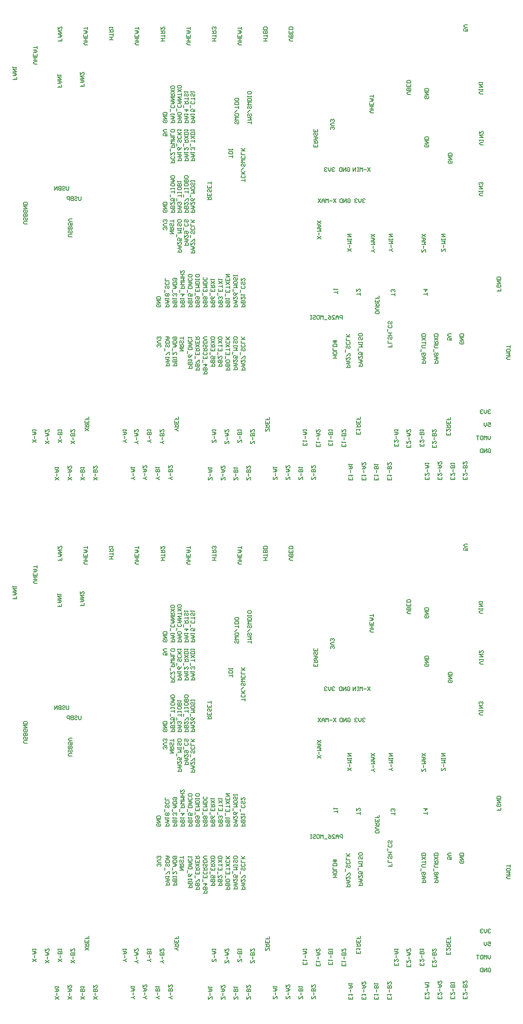
<source format=gbo>
G04 Layer_Color=32896*
%FSLAX24Y24*%
%MOIN*%
G70*
G01*
G75*
%ADD119C,0.0060*%
D119*
X8014Y27703D02*
Y27454D01*
X7964Y27404D01*
X7864D01*
X7814Y27454D01*
Y27703D01*
X7514Y27653D02*
X7564Y27703D01*
X7664D01*
X7714Y27653D01*
Y27603D01*
X7664Y27554D01*
X7564D01*
X7514Y27504D01*
Y27454D01*
X7564Y27404D01*
X7664D01*
X7714Y27454D01*
X7414Y27703D02*
Y27404D01*
X7264D01*
X7214Y27454D01*
Y27504D01*
X7264Y27554D01*
X7414D01*
X7264D01*
X7214Y27603D01*
Y27653D01*
X7264Y27703D01*
X7414D01*
X7114Y27404D02*
Y27703D01*
X6914Y27404D01*
Y27703D01*
X27438Y30989D02*
Y30789D01*
X27138D01*
Y30989D01*
X27288Y30789D02*
Y30889D01*
X27138Y31089D02*
X27438D01*
Y31239D01*
X27388Y31289D01*
X27288D01*
X27238Y31239D01*
Y31089D01*
Y31189D02*
X27138Y31289D01*
Y31389D02*
X27338D01*
X27438Y31489D01*
X27338Y31589D01*
X27138D01*
X27288D01*
Y31389D01*
X27388Y31889D02*
X27438Y31839D01*
Y31739D01*
X27388Y31689D01*
X27338D01*
X27288Y31739D01*
Y31839D01*
X27238Y31889D01*
X27188D01*
X27138Y31839D01*
Y31739D01*
X27188Y31689D01*
X27438Y32189D02*
Y31989D01*
X27138D01*
Y32189D01*
X27288Y31989D02*
Y32089D01*
X21788Y28063D02*
Y28263D01*
Y28163D01*
X21488D01*
X21738Y28563D02*
X21788Y28513D01*
Y28413D01*
X21738Y28363D01*
X21538D01*
X21488Y28413D01*
Y28513D01*
X21538Y28563D01*
X21788Y28663D02*
X21488D01*
X21588D01*
X21788Y28863D01*
X21638Y28713D01*
X21488Y28863D01*
Y28963D02*
X21688Y29163D01*
X21738Y29463D02*
X21788Y29413D01*
Y29313D01*
X21738Y29263D01*
X21688D01*
X21638Y29313D01*
Y29413D01*
X21588Y29463D01*
X21538D01*
X21488Y29413D01*
Y29313D01*
X21538Y29263D01*
X21788Y29563D02*
X21488D01*
X21588Y29662D01*
X21488Y29762D01*
X21788D01*
X21738Y30062D02*
X21788Y30012D01*
Y29912D01*
X21738Y29862D01*
X21538D01*
X21488Y29912D01*
Y30012D01*
X21538Y30062D01*
X21788Y30162D02*
X21488D01*
Y30362D01*
X21788Y30462D02*
X21488D01*
X21588D01*
X21788Y30662D01*
X21638Y30512D01*
X21488Y30662D01*
X20794Y29933D02*
Y30133D01*
Y30033D01*
X20494D01*
X20794Y30233D02*
X20494D01*
Y30383D01*
X20544Y30433D01*
X20744D01*
X20794Y30383D01*
Y30233D01*
Y30533D02*
Y30633D01*
Y30583D01*
X20494D01*
Y30533D01*
Y30633D01*
X21236Y32781D02*
X21286Y32731D01*
Y32631D01*
X21236Y32581D01*
X21186D01*
X21136Y32631D01*
Y32731D01*
X21086Y32781D01*
X21036D01*
X20986Y32731D01*
Y32631D01*
X21036Y32581D01*
X21286Y32881D02*
X20986D01*
X21086Y32981D01*
X20986Y33081D01*
X21286D01*
Y33330D02*
Y33231D01*
X21236Y33181D01*
X21036D01*
X20986Y33231D01*
Y33330D01*
X21036Y33380D01*
X21236D01*
X21286Y33330D01*
X20986Y33480D02*
X21186Y33680D01*
X21286Y33780D02*
Y33980D01*
Y33880D01*
X20986D01*
X21286Y34080D02*
X20986D01*
Y34230D01*
X21036Y34280D01*
X21236D01*
X21286Y34230D01*
Y34080D01*
Y34530D02*
Y34430D01*
X21236Y34380D01*
X21036D01*
X20986Y34430D01*
Y34530D01*
X21036Y34580D01*
X21236D01*
X21286Y34530D01*
X22270Y32571D02*
Y32771D01*
Y32671D01*
X21970D01*
Y32871D02*
X22270D01*
X22170Y32971D01*
X22270Y33071D01*
X21970D01*
X22220Y33371D02*
X22270Y33321D01*
Y33221D01*
X22220Y33171D01*
X22170D01*
X22120Y33221D01*
Y33321D01*
X22070Y33371D01*
X22020D01*
X21970Y33321D01*
Y33221D01*
X22020Y33171D01*
X21970Y33471D02*
X22170Y33671D01*
X22220Y33970D02*
X22270Y33920D01*
Y33820D01*
X22220Y33770D01*
X22170D01*
X22120Y33820D01*
Y33920D01*
X22070Y33970D01*
X22020D01*
X21970Y33920D01*
Y33820D01*
X22020Y33770D01*
X22270Y34070D02*
X21970D01*
X22070Y34170D01*
X21970Y34270D01*
X22270D01*
Y34370D02*
X21970D01*
Y34520D01*
X22020Y34570D01*
X22220D01*
X22270Y34520D01*
Y34370D01*
Y34670D02*
Y34770D01*
Y34720D01*
X21970D01*
Y34670D01*
Y34770D01*
X22270Y35070D02*
Y34970D01*
X22220Y34920D01*
X22020D01*
X21970Y34970D01*
Y35070D01*
X22020Y35120D01*
X22220D01*
X22270Y35070D01*
X18850Y26665D02*
X19150D01*
Y26815D01*
X19100Y26865D01*
X19000D01*
X18950Y26815D01*
Y26665D01*
Y26765D02*
X18850Y26865D01*
X19150Y27165D02*
Y26965D01*
X18850D01*
Y27165D01*
X19000Y26965D02*
Y27065D01*
X19100Y27465D02*
X19150Y27415D01*
Y27315D01*
X19100Y27265D01*
X19050D01*
X19000Y27315D01*
Y27415D01*
X18950Y27465D01*
X18900D01*
X18850Y27415D01*
Y27315D01*
X18900Y27265D01*
X19150Y27765D02*
Y27565D01*
X18850D01*
Y27765D01*
X19000Y27565D02*
Y27665D01*
X19150Y27865D02*
Y28065D01*
Y27965D01*
X18850D01*
X38805Y15624D02*
X38855Y15574D01*
Y15474D01*
X38805Y15424D01*
X38605D01*
X38555Y15474D01*
Y15574D01*
X38605Y15624D01*
X38705D01*
Y15524D01*
X38555Y15724D02*
X38855D01*
X38555Y15924D01*
X38855D01*
Y16024D02*
X38555D01*
Y16174D01*
X38605Y16224D01*
X38805D01*
X38855Y16174D01*
Y16024D01*
X33314Y22641D02*
X33264D01*
X33164Y22740D01*
X33264Y22840D01*
X33314D01*
X33164Y22740D02*
X33014D01*
X33164Y22940D02*
Y23140D01*
X33014Y23240D02*
X33314D01*
X33214Y23340D01*
X33314Y23440D01*
X33014D01*
X33314Y23540D02*
Y23640D01*
Y23590D01*
X33014D01*
Y23540D01*
Y23640D01*
Y23790D02*
X33314D01*
X33014Y23990D01*
X33314D01*
X36547Y13924D02*
X36847D01*
Y14074D01*
X36797Y14124D01*
X36697D01*
X36647Y14074D01*
Y13924D01*
X36547Y14224D02*
X36747D01*
X36847Y14324D01*
X36747Y14424D01*
X36547D01*
X36697D01*
Y14224D01*
X36797Y14524D02*
X36847Y14574D01*
Y14674D01*
X36797Y14724D01*
X36747D01*
X36697Y14674D01*
X36647Y14724D01*
X36597D01*
X36547Y14674D01*
Y14574D01*
X36597Y14524D01*
X36647D01*
X36697Y14574D01*
X36747Y14524D01*
X36797D01*
X36697Y14574D02*
Y14674D01*
X36497Y14824D02*
Y15024D01*
X36847Y15124D02*
X36597D01*
X36547Y15174D01*
Y15274D01*
X36597Y15324D01*
X36847D01*
X36547Y15424D02*
X36847D01*
Y15574D01*
X36797Y15624D01*
X36697D01*
X36647Y15574D01*
Y15424D01*
Y15524D02*
X36547Y15624D01*
X36847Y15724D02*
X36547Y15924D01*
X36847D02*
X36547Y15724D01*
X36847Y16024D02*
X36547D01*
Y16174D01*
X36597Y16224D01*
X36797D01*
X36847Y16174D01*
Y16024D01*
X27703Y23624D02*
X27404Y23824D01*
X27703D02*
X27404Y23624D01*
X27554Y23924D02*
Y24124D01*
X27404Y24224D02*
X27703D01*
X27603Y24324D01*
X27703Y24424D01*
X27404D01*
Y24524D02*
X27603D01*
X27703Y24624D01*
X27603Y24724D01*
X27404D01*
X27554D01*
Y24524D01*
X27703Y24824D02*
X27404Y25024D01*
X27703D02*
X27404Y24824D01*
X33245Y15389D02*
Y15189D01*
X33095D01*
Y15289D01*
Y15189D01*
X32945D01*
X33245Y15489D02*
X32945D01*
Y15689D01*
X33195Y15989D02*
X33245Y15939D01*
Y15839D01*
X33195Y15789D01*
X33145D01*
X33095Y15839D01*
Y15939D01*
X33045Y15989D01*
X32995D01*
X32945Y15939D01*
Y15839D01*
X32995Y15789D01*
X33245Y16089D02*
X32945D01*
X33095D01*
Y16289D01*
X33245D01*
X32945D01*
X32895Y16389D02*
Y16589D01*
X33195Y16888D02*
X33245Y16838D01*
Y16738D01*
X33195Y16688D01*
X32995D01*
X32945Y16738D01*
Y16838D01*
X32995Y16888D01*
X33195Y17188D02*
X33245Y17138D01*
Y17038D01*
X33195Y16988D01*
X33145D01*
X33095Y17038D01*
Y17138D01*
X33045Y17188D01*
X32995D01*
X32945Y17138D01*
Y17038D01*
X32995Y16988D01*
X28944Y14323D02*
X28644D01*
X28794D01*
Y14523D01*
X28944D01*
X28644D01*
X28944Y14773D02*
Y14673D01*
X28894Y14623D01*
X28694D01*
X28644Y14673D01*
Y14773D01*
X28694Y14823D01*
X28894D01*
X28944Y14773D01*
Y14923D02*
X28644D01*
Y15123D01*
X28944Y15223D02*
X28644D01*
Y15373D01*
X28694Y15422D01*
X28894D01*
X28944Y15373D01*
Y15223D01*
X28644Y15572D02*
X28944D01*
Y15672D02*
X28644D01*
X28844Y15522D02*
Y15672D01*
Y15722D01*
X28744Y15522D02*
Y15722D01*
X39140Y40025D02*
Y39825D01*
X38990D01*
X39040Y39925D01*
Y39975D01*
X38990Y40025D01*
X38891D01*
X38841Y39975D01*
Y39875D01*
X38891Y39825D01*
X39140Y40125D02*
X38941D01*
X38841Y40225D01*
X38941Y40325D01*
X39140D01*
X7477Y39245D02*
Y39045D01*
X7327D01*
Y39145D01*
Y39045D01*
X7177D01*
Y39345D02*
X7377D01*
X7477Y39445D01*
X7377Y39545D01*
X7177D01*
X7327D01*
Y39345D01*
X7177Y39645D02*
X7477D01*
X7177Y39845D01*
X7477D01*
X7177Y40144D02*
Y39944D01*
X7377Y40144D01*
X7427D01*
X7477Y40094D01*
Y39994D01*
X7427Y39944D01*
X3944Y36235D02*
Y36035D01*
X3794D01*
Y36135D01*
Y36035D01*
X3644D01*
Y36335D02*
X3844D01*
X3944Y36435D01*
X3844Y36535D01*
X3644D01*
X3794D01*
Y36335D01*
X3644Y36635D02*
X3944D01*
X3644Y36835D01*
X3944D01*
X3644Y36935D02*
Y37035D01*
Y36985D01*
X3944D01*
X3894Y36935D01*
X42487Y14224D02*
X42287D01*
X42187Y14324D01*
X42287Y14424D01*
X42487D01*
X42187Y14524D02*
X42487D01*
X42387Y14624D01*
X42487Y14724D01*
X42187D01*
X42487Y14974D02*
Y14874D01*
X42437Y14824D01*
X42237D01*
X42187Y14874D01*
Y14974D01*
X42237Y15024D01*
X42437D01*
X42487Y14974D01*
Y15124D02*
Y15324D01*
Y15224D01*
X42187D01*
X34721Y34864D02*
X34521D01*
X34421Y34964D01*
X34521Y35064D01*
X34721D01*
Y35164D02*
X34421D01*
Y35314D01*
X34471Y35364D01*
X34521D01*
X34571Y35314D01*
Y35164D01*
Y35314D01*
X34621Y35364D01*
X34671D01*
X34721Y35314D01*
Y35164D01*
Y35664D02*
Y35464D01*
X34421D01*
Y35664D01*
X34571Y35464D02*
Y35564D01*
X34721Y35764D02*
X34421D01*
Y35914D01*
X34471Y35964D01*
X34671D01*
X34721Y35914D01*
Y35764D01*
X40351Y34894D02*
X40151D01*
X40051Y34994D01*
X40151Y35094D01*
X40351D01*
Y35194D02*
Y35294D01*
Y35244D01*
X40051D01*
Y35194D01*
Y35294D01*
Y35444D02*
X40351D01*
X40051Y35643D01*
X40351D01*
X40051Y35743D02*
Y35843D01*
Y35793D01*
X40351D01*
X40301Y35743D01*
X40381Y30947D02*
X40181D01*
X40081Y31047D01*
X40181Y31147D01*
X40381D01*
Y31247D02*
Y31347D01*
Y31297D01*
X40081D01*
Y31247D01*
Y31347D01*
Y31497D02*
X40381D01*
X40081Y31697D01*
X40381D01*
X40081Y31997D02*
Y31797D01*
X40281Y31997D01*
X40331D01*
X40381Y31947D01*
Y31847D01*
X40331Y31797D01*
X40351Y26961D02*
X40151D01*
X40051Y27061D01*
X40151Y27161D01*
X40351D01*
Y27261D02*
Y27360D01*
Y27311D01*
X40051D01*
Y27261D01*
Y27360D01*
Y27510D02*
X40351D01*
X40051Y27710D01*
X40351D01*
X40301Y27810D02*
X40351Y27860D01*
Y27960D01*
X40301Y28010D01*
X40251D01*
X40201Y27960D01*
Y27910D01*
Y27960D01*
X40151Y28010D01*
X40101D01*
X40051Y27960D01*
Y27860D01*
X40101Y27810D01*
X23514Y39045D02*
X23214D01*
X23364D01*
Y39245D01*
X23514D01*
X23214D01*
X23514Y39345D02*
Y39545D01*
Y39445D01*
X23214D01*
X23514Y39645D02*
X23214D01*
Y39795D01*
X23264Y39845D01*
X23314D01*
X23364Y39795D01*
Y39645D01*
Y39795D01*
X23414Y39845D01*
X23464D01*
X23514Y39795D01*
Y39645D01*
Y39944D02*
X23214D01*
Y40094D01*
X23264Y40144D01*
X23464D01*
X23514Y40094D01*
Y39944D01*
X15495Y39045D02*
X15196D01*
X15345D01*
Y39245D01*
X15495D01*
X15196D01*
X15495Y39345D02*
Y39545D01*
Y39445D01*
X15196D01*
Y39645D02*
X15495D01*
Y39795D01*
X15445Y39845D01*
X15345D01*
X15296Y39795D01*
Y39645D01*
Y39745D02*
X15196Y39845D01*
Y40144D02*
Y39944D01*
X15395Y40144D01*
X15445D01*
X15495Y40094D01*
Y39994D01*
X15445Y39944D01*
X19510Y39045D02*
X19210D01*
X19360D01*
Y39245D01*
X19510D01*
X19210D01*
X19510Y39345D02*
Y39545D01*
Y39445D01*
X19210D01*
Y39645D02*
X19510D01*
Y39795D01*
X19460Y39845D01*
X19360D01*
X19310Y39795D01*
Y39645D01*
Y39745D02*
X19210Y39845D01*
X19460Y39944D02*
X19510Y39994D01*
Y40094D01*
X19460Y40144D01*
X19410D01*
X19360Y40094D01*
Y40044D01*
Y40094D01*
X19310Y40144D01*
X19260D01*
X19210Y40094D01*
Y39994D01*
X19260Y39944D01*
X11486Y39145D02*
X11186D01*
X11336D01*
Y39345D01*
X11486D01*
X11186D01*
X11486Y39445D02*
Y39645D01*
Y39545D01*
X11186D01*
Y39745D02*
X11486D01*
Y39894D01*
X11436Y39944D01*
X11336D01*
X11286Y39894D01*
Y39745D01*
Y39845D02*
X11186Y39944D01*
Y40044D02*
Y40144D01*
Y40094D01*
X11486D01*
X11436Y40044D01*
X7240Y4820D02*
X6940Y5020D01*
X7240D02*
X6940Y4820D01*
X7090Y5120D02*
Y5320D01*
X6940Y5420D02*
X7140D01*
X7240Y5520D01*
X7140Y5620D01*
X6940D01*
X7090D01*
Y5420D01*
X6940Y5720D02*
Y5820D01*
Y5770D01*
X7240D01*
X7190Y5720D01*
X8240Y4820D02*
X7940Y5020D01*
X8240D02*
X7940Y4820D01*
X8090Y5120D02*
Y5320D01*
X7940Y5420D02*
X8140D01*
X8240Y5520D01*
X8140Y5620D01*
X7940D01*
X8090D01*
Y5420D01*
X7940Y5920D02*
Y5720D01*
X8140Y5920D01*
X8190D01*
X8240Y5870D01*
Y5770D01*
X8190Y5720D01*
X9240Y4820D02*
X8940Y5020D01*
X9240D02*
X8940Y4820D01*
X9090Y5120D02*
Y5320D01*
X9240Y5420D02*
X8940D01*
Y5570D01*
X8990Y5620D01*
X9040D01*
X9090Y5570D01*
Y5420D01*
Y5570D01*
X9140Y5620D01*
X9190D01*
X9240Y5570D01*
Y5420D01*
X8940Y5720D02*
Y5820D01*
Y5770D01*
X9240D01*
X9190Y5720D01*
X10240Y4820D02*
X9940Y5020D01*
X10240D02*
X9940Y4820D01*
X10090Y5120D02*
Y5320D01*
X10240Y5420D02*
X9940D01*
Y5570D01*
X9990Y5620D01*
X10040D01*
X10090Y5570D01*
Y5420D01*
Y5570D01*
X10140Y5620D01*
X10190D01*
X10240Y5570D01*
Y5420D01*
X9940Y5920D02*
Y5720D01*
X10140Y5920D01*
X10190D01*
X10240Y5870D01*
Y5770D01*
X10190Y5720D01*
X16102Y4828D02*
X16052D01*
X15952Y4928D01*
X16052Y5028D01*
X16102D01*
X15952Y4928D02*
X15802D01*
X15952Y5128D02*
Y5328D01*
X16102Y5428D02*
X15802D01*
Y5578D01*
X15852Y5628D01*
X15902D01*
X15952Y5578D01*
Y5428D01*
Y5578D01*
X16002Y5628D01*
X16052D01*
X16102Y5578D01*
Y5428D01*
X15802Y5928D02*
Y5728D01*
X16002Y5928D01*
X16052D01*
X16102Y5878D01*
Y5778D01*
X16052Y5728D01*
X15102Y4828D02*
X15052D01*
X14952Y4928D01*
X15052Y5028D01*
X15102D01*
X14952Y4928D02*
X14802D01*
X14952Y5128D02*
Y5328D01*
X15102Y5428D02*
X14802D01*
Y5578D01*
X14852Y5628D01*
X14902D01*
X14952Y5578D01*
Y5428D01*
Y5578D01*
X15002Y5628D01*
X15052D01*
X15102Y5578D01*
Y5428D01*
X14802Y5728D02*
Y5828D01*
Y5778D01*
X15102D01*
X15052Y5728D01*
X14102Y4828D02*
X14052D01*
X13952Y4928D01*
X14052Y5028D01*
X14102D01*
X13952Y4928D02*
X13802D01*
X13952Y5128D02*
Y5328D01*
X13802Y5428D02*
X14002D01*
X14102Y5528D01*
X14002Y5628D01*
X13802D01*
X13952D01*
Y5428D01*
X13802Y5928D02*
Y5728D01*
X14002Y5928D01*
X14052D01*
X14102Y5878D01*
Y5778D01*
X14052Y5728D01*
X13181Y4828D02*
X13131D01*
X13031Y4928D01*
X13131Y5028D01*
X13181D01*
X13031Y4928D02*
X12881D01*
X13031Y5128D02*
Y5328D01*
X12881Y5428D02*
X13081D01*
X13181Y5528D01*
X13081Y5628D01*
X12881D01*
X13031D01*
Y5428D01*
X12881Y5728D02*
Y5828D01*
Y5778D01*
X13181D01*
X13131Y5728D01*
X22198Y4808D02*
Y5008D01*
X22148D01*
X21948Y4808D01*
X21898D01*
Y5008D01*
X22048Y5108D02*
Y5308D01*
X22198Y5408D02*
X21898D01*
Y5558D01*
X21948Y5608D01*
X21998D01*
X22048Y5558D01*
Y5408D01*
Y5558D01*
X22098Y5608D01*
X22148D01*
X22198Y5558D01*
Y5408D01*
X21898Y5908D02*
Y5708D01*
X22098Y5908D01*
X22148D01*
X22198Y5858D01*
Y5758D01*
X22148Y5708D01*
X21198Y4808D02*
Y5008D01*
X21148D01*
X20948Y4808D01*
X20898D01*
Y5008D01*
X21048Y5108D02*
Y5308D01*
X21198Y5408D02*
X20898D01*
Y5558D01*
X20948Y5608D01*
X20998D01*
X21048Y5558D01*
Y5408D01*
Y5558D01*
X21098Y5608D01*
X21148D01*
X21198Y5558D01*
Y5408D01*
X20898Y5708D02*
Y5808D01*
Y5758D01*
X21198D01*
X21148Y5708D01*
X20198Y4808D02*
Y5008D01*
X20148D01*
X19948Y4808D01*
X19898D01*
Y5008D01*
X20048Y5108D02*
Y5308D01*
X19898Y5408D02*
X20098D01*
X20198Y5508D01*
X20098Y5608D01*
X19898D01*
X20048D01*
Y5408D01*
X19898Y5908D02*
Y5708D01*
X20098Y5908D01*
X20148D01*
X20198Y5858D01*
Y5758D01*
X20148Y5708D01*
X19198Y4808D02*
Y5008D01*
X19148D01*
X18948Y4808D01*
X18898D01*
Y5008D01*
X19048Y5108D02*
Y5308D01*
X18898Y5408D02*
X19098D01*
X19198Y5508D01*
X19098Y5608D01*
X18898D01*
X19048D01*
Y5408D01*
X18898Y5708D02*
Y5808D01*
Y5758D01*
X19198D01*
X19148Y5708D01*
X39121Y5053D02*
Y4853D01*
X38821D01*
Y5053D01*
X38971Y4853D02*
Y4953D01*
X38821Y5353D02*
Y5153D01*
X39021Y5353D01*
X39071D01*
X39121Y5303D01*
Y5203D01*
X39071Y5153D01*
X38971Y5453D02*
Y5653D01*
X39121Y5753D02*
X38821D01*
Y5903D01*
X38871Y5953D01*
X38921D01*
X38971Y5903D01*
Y5753D01*
Y5903D01*
X39021Y5953D01*
X39071D01*
X39121Y5903D01*
Y5753D01*
X38821Y6252D02*
Y6053D01*
X39021Y6252D01*
X39071D01*
X39121Y6203D01*
Y6103D01*
X39071Y6053D01*
X38156Y5053D02*
Y4853D01*
X37856D01*
Y5053D01*
X38006Y4853D02*
Y4953D01*
X37856Y5353D02*
Y5153D01*
X38056Y5353D01*
X38106D01*
X38156Y5303D01*
Y5203D01*
X38106Y5153D01*
X38006Y5453D02*
Y5653D01*
X38156Y5753D02*
X37856D01*
Y5903D01*
X37906Y5953D01*
X37956D01*
X38006Y5903D01*
Y5753D01*
Y5903D01*
X38056Y5953D01*
X38106D01*
X38156Y5903D01*
Y5753D01*
X37856Y6053D02*
Y6153D01*
Y6103D01*
X38156D01*
X38106Y6053D01*
X37133Y5053D02*
Y4853D01*
X36833D01*
Y5053D01*
X36983Y4853D02*
Y4953D01*
X36833Y5353D02*
Y5153D01*
X37033Y5353D01*
X37083D01*
X37133Y5303D01*
Y5203D01*
X37083Y5153D01*
X36983Y5453D02*
Y5653D01*
X36833Y5753D02*
X37033D01*
X37133Y5853D01*
X37033Y5953D01*
X36833D01*
X36983D01*
Y5753D01*
X36833Y6252D02*
Y6053D01*
X37033Y6252D01*
X37083D01*
X37133Y6203D01*
Y6103D01*
X37083Y6053D01*
X36146Y5053D02*
Y4853D01*
X35846D01*
Y5053D01*
X35996Y4853D02*
Y4953D01*
X35846Y5353D02*
Y5153D01*
X36046Y5353D01*
X36096D01*
X36146Y5303D01*
Y5203D01*
X36096Y5153D01*
X35996Y5453D02*
Y5653D01*
X35846Y5753D02*
X36046D01*
X36146Y5853D01*
X36046Y5953D01*
X35846D01*
X35996D01*
Y5753D01*
X35846Y6053D02*
Y6153D01*
Y6103D01*
X36146D01*
X36096Y6053D01*
X33205Y5025D02*
Y4825D01*
X32906D01*
Y5025D01*
X33055Y4825D02*
Y4925D01*
X32906Y5125D02*
Y5225D01*
Y5175D01*
X33205D01*
X33155Y5125D01*
X33055Y5375D02*
Y5575D01*
X33205Y5675D02*
X32906D01*
Y5824D01*
X32956Y5874D01*
X33005D01*
X33055Y5824D01*
Y5675D01*
Y5824D01*
X33105Y5874D01*
X33155D01*
X33205Y5824D01*
Y5675D01*
X32906Y6174D02*
Y5974D01*
X33105Y6174D01*
X33155D01*
X33205Y6124D01*
Y6024D01*
X33155Y5974D01*
X32182Y5025D02*
Y4825D01*
X31882D01*
Y5025D01*
X32032Y4825D02*
Y4925D01*
X31882Y5125D02*
Y5225D01*
Y5175D01*
X32182D01*
X32132Y5125D01*
X32032Y5375D02*
Y5575D01*
X32182Y5675D02*
X31882D01*
Y5824D01*
X31932Y5874D01*
X31982D01*
X32032Y5824D01*
Y5675D01*
Y5824D01*
X32082Y5874D01*
X32132D01*
X32182Y5824D01*
Y5675D01*
X31882Y5974D02*
Y6074D01*
Y6024D01*
X32182D01*
X32132Y5974D01*
X31198Y5025D02*
Y4825D01*
X30898D01*
Y5025D01*
X31048Y4825D02*
Y4925D01*
X30898Y5125D02*
Y5225D01*
Y5175D01*
X31198D01*
X31148Y5125D01*
X31048Y5375D02*
Y5575D01*
X30898Y5675D02*
X31098D01*
X31198Y5774D01*
X31098Y5874D01*
X30898D01*
X31048D01*
Y5675D01*
X30898Y6174D02*
Y5974D01*
X31098Y6174D01*
X31148D01*
X31198Y6124D01*
Y6024D01*
X31148Y5974D01*
X30174Y5025D02*
Y4825D01*
X29874D01*
Y5025D01*
X30024Y4825D02*
Y4925D01*
X29874Y5125D02*
Y5225D01*
Y5175D01*
X30174D01*
X30124Y5125D01*
X30024Y5375D02*
Y5575D01*
X29874Y5675D02*
X30074D01*
X30174Y5774D01*
X30074Y5874D01*
X29874D01*
X30024D01*
Y5675D01*
X29874Y5974D02*
Y6074D01*
Y6024D01*
X30174D01*
X30124Y5974D01*
X24280Y4837D02*
Y5037D01*
X24230D01*
X24030Y4837D01*
X23980D01*
Y5037D01*
X24130Y5137D02*
Y5337D01*
X23980Y5437D02*
X24180D01*
X24280Y5537D01*
X24180Y5637D01*
X23980D01*
X24130D01*
Y5437D01*
X23980Y5737D02*
Y5837D01*
Y5787D01*
X24280D01*
X24230Y5737D01*
X25280Y4837D02*
Y5037D01*
X25230D01*
X25030Y4837D01*
X24980D01*
Y5037D01*
X25130Y5137D02*
Y5337D01*
X24980Y5437D02*
X25180D01*
X25280Y5537D01*
X25180Y5637D01*
X24980D01*
X25130D01*
Y5437D01*
X24980Y5937D02*
Y5737D01*
X25180Y5937D01*
X25230D01*
X25280Y5887D01*
Y5787D01*
X25230Y5737D01*
X26280Y4837D02*
Y5037D01*
X26230D01*
X26030Y4837D01*
X25980D01*
Y5037D01*
X26130Y5137D02*
Y5337D01*
X26280Y5437D02*
X25980D01*
Y5587D01*
X26030Y5637D01*
X26080D01*
X26130Y5587D01*
Y5437D01*
Y5587D01*
X26180Y5637D01*
X26230D01*
X26280Y5587D01*
Y5437D01*
X25980Y5737D02*
Y5837D01*
Y5787D01*
X26280D01*
X26230Y5737D01*
X27280Y4837D02*
Y5037D01*
X27230D01*
X27030Y4837D01*
X26980D01*
Y5037D01*
X27130Y5137D02*
Y5337D01*
X27280Y5437D02*
X26980D01*
Y5587D01*
X27030Y5637D01*
X27080D01*
X27130Y5587D01*
Y5437D01*
Y5587D01*
X27180Y5637D01*
X27230D01*
X27280Y5587D01*
Y5437D01*
X26980Y5937D02*
Y5737D01*
X27180Y5937D01*
X27230D01*
X27280Y5887D01*
Y5787D01*
X27230Y5737D01*
X28860Y26734D02*
X28660Y26434D01*
Y26734D02*
X28860Y26434D01*
X28560Y26584D02*
X28360D01*
X28260Y26434D02*
Y26734D01*
X28160Y26634D01*
X28061Y26734D01*
Y26434D01*
X27961D02*
Y26634D01*
X27861Y26734D01*
X27761Y26634D01*
Y26434D01*
Y26584D01*
X27961D01*
X27661Y26734D02*
X27461Y26434D01*
Y26734D02*
X27661Y26434D01*
X30075Y22641D02*
X29776Y22840D01*
X30075D02*
X29776Y22641D01*
X29926Y22940D02*
Y23140D01*
X29776Y23240D02*
X30075D01*
X29976Y23340D01*
X30075Y23440D01*
X29776D01*
X30075Y23540D02*
Y23640D01*
Y23590D01*
X29776D01*
Y23540D01*
Y23640D01*
Y23790D02*
X30075D01*
X29776Y23990D01*
X30075D01*
X31916Y22591D02*
X31866D01*
X31766Y22691D01*
X31866Y22790D01*
X31916D01*
X31766Y22691D02*
X31616D01*
X31766Y22890D02*
Y23090D01*
X31616Y23190D02*
X31916D01*
X31816Y23290D01*
X31916Y23390D01*
X31616D01*
Y23490D02*
X31816D01*
X31916Y23590D01*
X31816Y23690D01*
X31616D01*
X31766D01*
Y23490D01*
X31916Y23790D02*
X31616Y23990D01*
X31916D02*
X31616Y23790D01*
X37418Y22641D02*
Y22840D01*
X37368D01*
X37168Y22641D01*
X37118D01*
Y22840D01*
X37268Y22940D02*
Y23140D01*
X37118Y23240D02*
X37418D01*
X37318Y23340D01*
X37418Y23440D01*
X37118D01*
X37418Y23540D02*
Y23640D01*
Y23590D01*
X37118D01*
Y23540D01*
Y23640D01*
Y23790D02*
X37418D01*
X37118Y23990D01*
X37418D01*
X35863Y22591D02*
Y22790D01*
X35813D01*
X35613Y22591D01*
X35563D01*
Y22790D01*
X35713Y22890D02*
Y23090D01*
X35563Y23190D02*
X35863D01*
X35763Y23290D01*
X35863Y23390D01*
X35563D01*
Y23490D02*
X35763D01*
X35863Y23590D01*
X35763Y23690D01*
X35563D01*
X35713D01*
Y23490D01*
X35863Y23790D02*
X35563Y23990D01*
X35863D02*
X35563Y23790D01*
X37900Y29700D02*
X37950Y29650D01*
Y29550D01*
X37900Y29500D01*
X37700D01*
X37650Y29550D01*
Y29650D01*
X37700Y29700D01*
X37800D01*
Y29600D01*
X37650Y29800D02*
X37950D01*
X37650Y30000D01*
X37950D01*
Y30100D02*
X37650D01*
Y30250D01*
X37700Y30300D01*
X37900D01*
X37950Y30250D01*
Y30100D01*
X37881Y15924D02*
Y15724D01*
X37731D01*
X37781Y15824D01*
Y15874D01*
X37731Y15924D01*
X37631D01*
X37581Y15874D01*
Y15774D01*
X37631Y15724D01*
X37881Y16024D02*
X37681D01*
X37581Y16124D01*
X37681Y16224D01*
X37881D01*
X40747Y7191D02*
X40797Y7241D01*
X40897D01*
X40947Y7191D01*
Y6991D01*
X40897Y6941D01*
X40797D01*
X40747Y6991D01*
Y7091D01*
X40847D01*
X40647Y6941D02*
Y7241D01*
X40447Y6941D01*
Y7241D01*
X40347D02*
Y6941D01*
X40197D01*
X40147Y6991D01*
Y7191D01*
X40197Y7241D01*
X40347D01*
X41729Y19739D02*
Y19539D01*
X41579D01*
Y19639D01*
Y19539D01*
X41429D01*
X41679Y20039D02*
X41729Y19989D01*
Y19889D01*
X41679Y19839D01*
X41479D01*
X41429Y19889D01*
Y19989D01*
X41479Y20039D01*
X41579D01*
Y19939D01*
X41429Y20139D02*
X41729D01*
X41429Y20339D01*
X41729D01*
Y20439D02*
X41429D01*
Y20589D01*
X41479Y20639D01*
X41679D01*
X41729Y20589D01*
Y20439D01*
X28762Y29120D02*
X28712Y29170D01*
X28612D01*
X28562Y29120D01*
Y29070D01*
X28612Y29020D01*
X28662D01*
X28612D01*
X28562Y28970D01*
Y28920D01*
X28612Y28870D01*
X28712D01*
X28762Y28920D01*
X28462Y29170D02*
Y28970D01*
X28362Y28870D01*
X28262Y28970D01*
Y29170D01*
X28162Y29120D02*
X28112Y29170D01*
X28012D01*
X27962Y29120D01*
Y29070D01*
X28012Y29020D01*
X28062D01*
X28012D01*
X27962Y28970D01*
Y28920D01*
X28012Y28870D01*
X28112D01*
X28162Y28920D01*
X28677Y32128D02*
X28727Y32178D01*
Y32278D01*
X28677Y32328D01*
X28627D01*
X28577Y32278D01*
Y32228D01*
Y32278D01*
X28527Y32328D01*
X28477D01*
X28427Y32278D01*
Y32178D01*
X28477Y32128D01*
X28727Y32428D02*
X28527D01*
X28427Y32528D01*
X28527Y32628D01*
X28727D01*
X28677Y32728D02*
X28727Y32778D01*
Y32878D01*
X28677Y32928D01*
X28627D01*
X28577Y32878D01*
Y32828D01*
Y32878D01*
X28527Y32928D01*
X28477D01*
X28427Y32878D01*
Y32778D01*
X28477Y32728D01*
X31144Y26689D02*
X31094Y26739D01*
X30994D01*
X30944Y26689D01*
Y26639D01*
X30994Y26589D01*
X31044D01*
X30994D01*
X30944Y26539D01*
Y26489D01*
X30994Y26439D01*
X31094D01*
X31144Y26489D01*
X30844Y26739D02*
Y26539D01*
X30744Y26439D01*
X30644Y26539D01*
Y26739D01*
X30544Y26689D02*
X30494Y26739D01*
X30394D01*
X30344Y26689D01*
Y26639D01*
X30394Y26589D01*
X30444D01*
X30394D01*
X30344Y26539D01*
Y26489D01*
X30394Y26439D01*
X30494D01*
X30544Y26489D01*
X29782Y26689D02*
X29832Y26739D01*
X29932D01*
X29982Y26689D01*
Y26489D01*
X29932Y26439D01*
X29832D01*
X29782Y26489D01*
Y26589D01*
X29882D01*
X29682Y26439D02*
Y26739D01*
X29482Y26439D01*
Y26739D01*
X29382D02*
Y26439D01*
X29233D01*
X29183Y26489D01*
Y26689D01*
X29233Y26739D01*
X29382D01*
X29743Y29120D02*
X29793Y29170D01*
X29893D01*
X29943Y29120D01*
Y28920D01*
X29893Y28870D01*
X29793D01*
X29743Y28920D01*
Y29020D01*
X29843D01*
X29643Y28870D02*
Y29170D01*
X29443Y28870D01*
Y29170D01*
X29343D02*
Y28870D01*
X29193D01*
X29143Y28920D01*
Y29120D01*
X29193Y29170D01*
X29343D01*
X36059Y30970D02*
X36109Y30920D01*
Y30820D01*
X36059Y30770D01*
X35859D01*
X35809Y30820D01*
Y30920D01*
X35859Y30970D01*
X35959D01*
Y30870D01*
X35809Y31070D02*
X36109D01*
X35809Y31270D01*
X36109D01*
Y31369D02*
X35809D01*
Y31519D01*
X35859Y31569D01*
X36059D01*
X36109Y31519D01*
Y31369D01*
X15134Y18499D02*
X15184Y18449D01*
Y18349D01*
X15134Y18299D01*
X14934D01*
X14884Y18349D01*
Y18449D01*
X14934Y18499D01*
X15034D01*
Y18399D01*
X14884Y18599D02*
X15184D01*
X14884Y18799D01*
X15184D01*
Y18899D02*
X14884D01*
Y19049D01*
X14934Y19099D01*
X15134D01*
X15184Y19049D01*
Y18899D01*
X15556Y18299D02*
X15855D01*
Y18449D01*
X15805Y18499D01*
X15705D01*
X15655Y18449D01*
Y18299D01*
X15556Y18599D02*
X15755D01*
X15855Y18699D01*
X15755Y18799D01*
X15556D01*
X15705D01*
Y18599D01*
X15556Y18899D02*
Y18999D01*
Y18949D01*
X15855D01*
X15805Y18899D01*
Y19149D02*
X15855Y19199D01*
Y19299D01*
X15805Y19349D01*
X15755D01*
X15705Y19299D01*
X15655Y19349D01*
X15606D01*
X15556Y19299D01*
Y19199D01*
X15606Y19149D01*
X15655D01*
X15705Y19199D01*
X15755Y19149D01*
X15805D01*
X15705Y19199D02*
Y19299D01*
X15506Y19449D02*
Y19649D01*
X15805Y19949D02*
X15855Y19899D01*
Y19799D01*
X15805Y19749D01*
X15755D01*
X15705Y19799D01*
Y19899D01*
X15655Y19949D01*
X15606D01*
X15556Y19899D01*
Y19799D01*
X15606Y19749D01*
X15805Y20249D02*
X15855Y20199D01*
Y20099D01*
X15805Y20049D01*
X15606D01*
X15556Y20099D01*
Y20199D01*
X15606Y20249D01*
X15855Y20349D02*
X15556D01*
Y20548D01*
X16147Y18299D02*
X16447D01*
Y18449D01*
X16397Y18499D01*
X16297D01*
X16247Y18449D01*
Y18299D01*
X16447Y18599D02*
X16147D01*
Y18749D01*
X16197Y18799D01*
X16247D01*
X16297Y18749D01*
Y18599D01*
Y18749D01*
X16347Y18799D01*
X16397D01*
X16447Y18749D01*
Y18599D01*
X16147Y18899D02*
Y18999D01*
Y18949D01*
X16447D01*
X16397Y18899D01*
Y19149D02*
X16447Y19199D01*
Y19299D01*
X16397Y19349D01*
X16347D01*
X16297Y19299D01*
Y19249D01*
Y19299D01*
X16247Y19349D01*
X16197D01*
X16147Y19299D01*
Y19199D01*
X16197Y19149D01*
X16097Y19449D02*
Y19649D01*
X16147Y19749D02*
X16347D01*
X16447Y19849D01*
X16347Y19949D01*
X16147D01*
X16297D01*
Y19749D01*
X16447Y20049D02*
X16147D01*
Y20199D01*
X16197Y20249D01*
X16397D01*
X16447Y20199D01*
Y20049D01*
X16197Y20349D02*
X16147Y20399D01*
Y20498D01*
X16197Y20548D01*
X16397D01*
X16447Y20498D01*
Y20399D01*
X16397Y20349D01*
X16347D01*
X16297Y20399D01*
Y20548D01*
X16739Y18299D02*
X17038D01*
Y18449D01*
X16989Y18499D01*
X16889D01*
X16839Y18449D01*
Y18299D01*
X17038Y18599D02*
X16739D01*
Y18749D01*
X16789Y18799D01*
X16839D01*
X16889Y18749D01*
Y18599D01*
Y18749D01*
X16939Y18799D01*
X16989D01*
X17038Y18749D01*
Y18599D01*
X16739Y18899D02*
Y18999D01*
Y18949D01*
X17038D01*
X16989Y18899D01*
X16739Y19299D02*
X17038D01*
X16889Y19149D01*
Y19349D01*
X16689Y19449D02*
Y19649D01*
X16739Y19749D02*
X17038D01*
Y19899D01*
X16989Y19949D01*
X16889D01*
X16839Y19899D01*
Y19749D01*
X17038Y20049D02*
X16739D01*
X16839Y20149D01*
X16739Y20249D01*
X17038D01*
X16739Y20349D02*
X17038D01*
X16939Y20449D01*
X17038Y20548D01*
X16739D01*
X17038Y20648D02*
X16739D01*
X16889D01*
Y20848D01*
X17038D01*
X16739D01*
Y21148D02*
Y20948D01*
X16939Y21148D01*
X16989D01*
X17038Y21098D01*
Y20998D01*
X16989Y20948D01*
X17330Y18299D02*
X17630D01*
Y18449D01*
X17580Y18499D01*
X17480D01*
X17430Y18449D01*
Y18299D01*
X17630Y18599D02*
X17330D01*
Y18749D01*
X17380Y18799D01*
X17430D01*
X17480Y18749D01*
Y18599D01*
Y18749D01*
X17530Y18799D01*
X17580D01*
X17630Y18749D01*
Y18599D01*
X17330Y18899D02*
Y18999D01*
Y18949D01*
X17630D01*
X17580Y18899D01*
X17630Y19349D02*
Y19149D01*
X17480D01*
X17530Y19249D01*
Y19299D01*
X17480Y19349D01*
X17380D01*
X17330Y19299D01*
Y19199D01*
X17380Y19149D01*
X17280Y19449D02*
Y19649D01*
X17630Y19749D02*
X17330D01*
Y19899D01*
X17380Y19949D01*
X17580D01*
X17630Y19899D01*
Y19749D01*
X17330Y20049D02*
X17530D01*
X17630Y20149D01*
X17530Y20249D01*
X17330D01*
X17480D01*
Y20049D01*
X17580Y20548D02*
X17630Y20498D01*
Y20399D01*
X17580Y20349D01*
X17380D01*
X17330Y20399D01*
Y20498D01*
X17380Y20548D01*
X17580Y20648D02*
X17630Y20698D01*
Y20798D01*
X17580Y20848D01*
X17380D01*
X17330Y20798D01*
Y20698D01*
X17380Y20648D01*
X17580D01*
X17332Y13518D02*
X17632D01*
Y13668D01*
X17582Y13718D01*
X17482D01*
X17432Y13668D01*
Y13518D01*
X17632Y13818D02*
X17332D01*
Y13968D01*
X17382Y14018D01*
X17432D01*
X17482Y13968D01*
Y13818D01*
Y13968D01*
X17532Y14018D01*
X17582D01*
X17632Y13968D01*
Y13818D01*
X17332Y14118D02*
Y14218D01*
Y14168D01*
X17632D01*
X17582Y14118D01*
X17632Y14568D02*
X17582Y14468D01*
X17482Y14368D01*
X17382D01*
X17332Y14418D01*
Y14518D01*
X17382Y14568D01*
X17432D01*
X17482Y14518D01*
Y14368D01*
X17282Y14668D02*
Y14868D01*
X17632Y14968D02*
X17332D01*
Y15118D01*
X17382Y15168D01*
X17582D01*
X17632Y15118D01*
Y14968D01*
X17332Y15268D02*
X17532D01*
X17632Y15368D01*
X17532Y15468D01*
X17332D01*
X17482D01*
Y15268D01*
X17582Y15767D02*
X17632Y15717D01*
Y15618D01*
X17582Y15568D01*
X17382D01*
X17332Y15618D01*
Y15717D01*
X17382Y15767D01*
X17332Y15867D02*
Y15967D01*
Y15917D01*
X17632D01*
X17582Y15867D01*
X16662Y14868D02*
X16962D01*
X16662Y15068D01*
X16962D01*
X16662Y15168D02*
X16962D01*
Y15318D01*
X16912Y15368D01*
X16812D01*
X16762Y15318D01*
Y15168D01*
Y15268D02*
X16662Y15368D01*
X16912Y15667D02*
X16962Y15618D01*
Y15518D01*
X16912Y15468D01*
X16862D01*
X16812Y15518D01*
Y15618D01*
X16762Y15667D01*
X16712D01*
X16662Y15618D01*
Y15518D01*
X16712Y15468D01*
X16962Y15767D02*
Y15967D01*
Y15867D01*
X16662D01*
X16153Y13718D02*
X16453D01*
Y13868D01*
X16403Y13918D01*
X16303D01*
X16253Y13868D01*
Y13718D01*
X16453Y14018D02*
X16153D01*
Y14168D01*
X16203Y14218D01*
X16253D01*
X16303Y14168D01*
Y14018D01*
Y14168D01*
X16353Y14218D01*
X16403D01*
X16453Y14168D01*
Y14018D01*
X16153Y14318D02*
Y14418D01*
Y14368D01*
X16453D01*
X16403Y14318D01*
X16153Y14768D02*
Y14568D01*
X16353Y14768D01*
X16403D01*
X16453Y14718D01*
Y14618D01*
X16403Y14568D01*
X16103Y14868D02*
Y15068D01*
X16153Y15168D02*
X16353D01*
X16453Y15268D01*
X16353Y15368D01*
X16153D01*
X16303D01*
Y15168D01*
X16453Y15468D02*
X16153D01*
Y15618D01*
X16203Y15667D01*
X16403D01*
X16453Y15618D01*
Y15468D01*
X16403Y15767D02*
X16453Y15817D01*
Y15917D01*
X16403Y15967D01*
X16353D01*
X16303Y15917D01*
X16253Y15967D01*
X16203D01*
X16153Y15917D01*
Y15817D01*
X16203Y15767D01*
X16253D01*
X16303Y15817D01*
X16353Y15767D01*
X16403D01*
X16303Y15817D02*
Y15917D01*
X15563Y13718D02*
X15863D01*
Y13868D01*
X15813Y13918D01*
X15713D01*
X15663Y13868D01*
Y13718D01*
X15563Y14018D02*
X15763D01*
X15863Y14118D01*
X15763Y14218D01*
X15563D01*
X15713D01*
Y14018D01*
X15563Y14318D02*
Y14418D01*
Y14368D01*
X15863D01*
X15813Y14318D01*
X15863Y14568D02*
Y14768D01*
X15813D01*
X15613Y14568D01*
X15563D01*
X15513Y14868D02*
Y15068D01*
X15813Y15368D02*
X15863Y15318D01*
Y15218D01*
X15813Y15168D01*
X15763D01*
X15713Y15218D01*
Y15318D01*
X15663Y15368D01*
X15613D01*
X15563Y15318D01*
Y15218D01*
X15613Y15168D01*
X15863Y15468D02*
X15563D01*
Y15618D01*
X15613Y15667D01*
X15813D01*
X15863Y15618D01*
Y15468D01*
X15563Y15767D02*
X15763D01*
X15863Y15867D01*
X15763Y15967D01*
X15563D01*
X15713D01*
Y15767D01*
X15626Y24317D02*
X15676Y24367D01*
Y24467D01*
X15626Y24517D01*
X15576D01*
X15526Y24467D01*
Y24417D01*
Y24467D01*
X15476Y24517D01*
X15426D01*
X15376Y24467D01*
Y24367D01*
X15426Y24317D01*
X15676Y24617D02*
X15476D01*
X15376Y24717D01*
X15476Y24817D01*
X15676D01*
X15626Y24917D02*
X15676Y24967D01*
Y25067D01*
X15626Y25117D01*
X15576D01*
X15526Y25067D01*
Y25017D01*
Y25067D01*
X15476Y25117D01*
X15426D01*
X15376Y25067D01*
Y24967D01*
X15426Y24917D01*
X15900Y24017D02*
X16200D01*
X15900Y24217D01*
X16200D01*
X15900Y24317D02*
X16200D01*
Y24467D01*
X16150Y24517D01*
X16050D01*
X16000Y24467D01*
Y24317D01*
Y24417D02*
X15900Y24517D01*
X16150Y24817D02*
X16200Y24767D01*
Y24667D01*
X16150Y24617D01*
X16100D01*
X16050Y24667D01*
Y24767D01*
X16000Y24817D01*
X15950D01*
X15900Y24767D01*
Y24667D01*
X15950Y24617D01*
X16200Y24917D02*
Y25117D01*
Y25017D01*
X15900D01*
X16504Y22567D02*
X16804D01*
Y22717D01*
X16754Y22767D01*
X16654D01*
X16604Y22717D01*
Y22567D01*
X16504Y22867D02*
X16704D01*
X16804Y22967D01*
X16704Y23067D01*
X16504D01*
X16654D01*
Y22867D01*
X16504Y23367D02*
Y23167D01*
X16704Y23367D01*
X16754D01*
X16804Y23317D01*
Y23217D01*
X16754Y23167D01*
X16804Y23667D02*
Y23467D01*
X16654D01*
X16704Y23567D01*
Y23617D01*
X16654Y23667D01*
X16554D01*
X16504Y23617D01*
Y23517D01*
X16554Y23467D01*
X16454Y23767D02*
Y23967D01*
X16504Y24067D02*
X16804D01*
X16704Y24167D01*
X16804Y24267D01*
X16504D01*
X16804Y24367D02*
Y24467D01*
Y24417D01*
X16504D01*
Y24367D01*
Y24467D01*
X16754Y24817D02*
X16804Y24767D01*
Y24667D01*
X16754Y24617D01*
X16704D01*
X16654Y24667D01*
Y24767D01*
X16604Y24817D01*
X16554D01*
X16504Y24767D01*
Y24667D01*
X16554Y24617D01*
X16804Y25067D02*
Y24967D01*
X16754Y24917D01*
X16554D01*
X16504Y24967D01*
Y25067D01*
X16554Y25117D01*
X16754D01*
X16804Y25067D01*
X17027Y23117D02*
X17327D01*
Y23267D01*
X17277Y23317D01*
X17177D01*
X17127Y23267D01*
Y23117D01*
X17027Y23417D02*
X17227D01*
X17327Y23517D01*
X17227Y23617D01*
X17027D01*
X17177D01*
Y23417D01*
X17027Y23917D02*
Y23717D01*
X17227Y23917D01*
X17277D01*
X17327Y23867D01*
Y23767D01*
X17277Y23717D01*
X17077Y24017D02*
X17027Y24067D01*
Y24167D01*
X17077Y24217D01*
X17277D01*
X17327Y24167D01*
Y24067D01*
X17277Y24017D01*
X17227D01*
X17177Y24067D01*
Y24217D01*
X16977Y24317D02*
Y24517D01*
X17277Y24817D02*
X17327Y24767D01*
Y24667D01*
X17277Y24617D01*
X17077D01*
X17027Y24667D01*
Y24767D01*
X17077Y24817D01*
X17277Y25117D02*
X17327Y25067D01*
Y24967D01*
X17277Y24917D01*
X17227D01*
X17177Y24967D01*
Y25067D01*
X17127Y25117D01*
X17077D01*
X17027Y25067D01*
Y24967D01*
X17077Y24917D01*
X17551Y22517D02*
X17851D01*
Y22667D01*
X17801Y22717D01*
X17701D01*
X17651Y22667D01*
Y22517D01*
X17551Y22817D02*
X17751D01*
X17851Y22917D01*
X17751Y23017D01*
X17551D01*
X17701D01*
Y22817D01*
X17551Y23317D02*
Y23117D01*
X17751Y23317D01*
X17801D01*
X17851Y23267D01*
Y23167D01*
X17801Y23117D01*
X17851Y23417D02*
Y23617D01*
X17801D01*
X17601Y23417D01*
X17551D01*
X17501Y23717D02*
Y23917D01*
X17801Y24217D02*
X17851Y24167D01*
Y24067D01*
X17801Y24017D01*
X17751D01*
X17701Y24067D01*
Y24167D01*
X17651Y24217D01*
X17601D01*
X17551Y24167D01*
Y24067D01*
X17601Y24017D01*
X17801Y24517D02*
X17851Y24467D01*
Y24367D01*
X17801Y24317D01*
X17601D01*
X17551Y24367D01*
Y24467D01*
X17601Y24517D01*
X17851Y24617D02*
X17551D01*
Y24817D01*
X17851Y24917D02*
X17551D01*
X17651D01*
X17851Y25117D01*
X17701Y24967D01*
X17551Y25117D01*
Y25681D02*
X17851D01*
Y25831D01*
X17801Y25881D01*
X17701D01*
X17651Y25831D01*
Y25681D01*
X17551Y25981D02*
X17751D01*
X17851Y26081D01*
X17751Y26181D01*
X17551D01*
X17701D01*
Y25981D01*
X17551Y26481D02*
Y26281D01*
X17751Y26481D01*
X17801D01*
X17851Y26431D01*
Y26331D01*
X17801Y26281D01*
X17851Y26781D02*
X17801Y26681D01*
X17701Y26581D01*
X17601D01*
X17551Y26631D01*
Y26731D01*
X17601Y26781D01*
X17651D01*
X17701Y26731D01*
Y26581D01*
X17501Y26881D02*
Y27081D01*
X17551Y27181D02*
X17851D01*
X17751Y27281D01*
X17851Y27381D01*
X17551D01*
X17851Y27630D02*
Y27531D01*
X17801Y27481D01*
X17601D01*
X17551Y27531D01*
Y27630D01*
X17601Y27680D01*
X17801D01*
X17851Y27630D01*
X17801Y27980D02*
X17851Y27930D01*
Y27830D01*
X17801Y27780D01*
X17751D01*
X17701Y27830D01*
Y27930D01*
X17651Y27980D01*
X17601D01*
X17551Y27930D01*
Y27830D01*
X17601Y27780D01*
X17851Y28080D02*
Y28180D01*
Y28130D01*
X17551D01*
Y28080D01*
Y28180D01*
X17027Y25681D02*
X17327D01*
Y25831D01*
X17277Y25881D01*
X17177D01*
X17127Y25831D01*
Y25681D01*
X17327Y25981D02*
X17027D01*
Y26131D01*
X17077Y26181D01*
X17127D01*
X17177Y26131D01*
Y25981D01*
Y26131D01*
X17227Y26181D01*
X17277D01*
X17327Y26131D01*
Y25981D01*
X17027Y26481D02*
Y26281D01*
X17227Y26481D01*
X17277D01*
X17327Y26431D01*
Y26331D01*
X17277Y26281D01*
X17327Y26581D02*
Y26781D01*
X17277D01*
X17077Y26581D01*
X17027D01*
X16977Y26881D02*
Y27081D01*
X17327Y27181D02*
Y27381D01*
Y27281D01*
X17027D01*
X17327Y27481D02*
Y27580D01*
Y27531D01*
X17027D01*
Y27481D01*
Y27580D01*
X17327Y27880D02*
Y27780D01*
X17277Y27730D01*
X17077D01*
X17027Y27780D01*
Y27880D01*
X17077Y27930D01*
X17277D01*
X17327Y27880D01*
Y28030D02*
X17027D01*
Y28180D01*
X17077Y28230D01*
X17127D01*
X17177Y28180D01*
Y28030D01*
Y28180D01*
X17227Y28230D01*
X17277D01*
X17327Y28180D01*
Y28030D01*
X17277Y28330D02*
X17327Y28380D01*
Y28480D01*
X17277Y28530D01*
X17077D01*
X17027Y28480D01*
Y28380D01*
X17077Y28330D01*
X17277D01*
X16504Y25681D02*
X16804D01*
Y25831D01*
X16754Y25881D01*
X16654D01*
X16604Y25831D01*
Y25681D01*
X16504Y25981D02*
X16704D01*
X16804Y26081D01*
X16704Y26181D01*
X16504D01*
X16654D01*
Y25981D01*
X16754Y26281D02*
X16804Y26331D01*
Y26431D01*
X16754Y26481D01*
X16704D01*
X16654Y26431D01*
Y26381D01*
Y26431D01*
X16604Y26481D01*
X16554D01*
X16504Y26431D01*
Y26331D01*
X16554Y26281D01*
X16454Y26581D02*
Y26781D01*
X16804Y26881D02*
Y27081D01*
Y26981D01*
X16504D01*
X16804Y27181D02*
Y27281D01*
Y27231D01*
X16504D01*
Y27181D01*
Y27281D01*
X16804Y27580D02*
Y27481D01*
X16754Y27431D01*
X16554D01*
X16504Y27481D01*
Y27580D01*
X16554Y27630D01*
X16754D01*
X16804Y27580D01*
Y27730D02*
X16504D01*
Y27880D01*
X16554Y27930D01*
X16604D01*
X16654Y27880D01*
Y27730D01*
Y27880D01*
X16704Y27930D01*
X16754D01*
X16804Y27880D01*
Y27730D01*
X16504Y28030D02*
Y28130D01*
Y28080D01*
X16804D01*
X16754Y28030D01*
X15980Y25681D02*
X16280D01*
Y25831D01*
X16230Y25881D01*
X16130D01*
X16080Y25831D01*
Y25681D01*
X16280Y25981D02*
X15980D01*
Y26131D01*
X16030Y26181D01*
X16080D01*
X16130Y26131D01*
Y25981D01*
Y26131D01*
X16180Y26181D01*
X16230D01*
X16280Y26131D01*
Y25981D01*
X15980Y26481D02*
Y26281D01*
X16180Y26481D01*
X16230D01*
X16280Y26431D01*
Y26331D01*
X16230Y26281D01*
X16280Y26781D02*
Y26581D01*
X16130D01*
X16180Y26681D01*
Y26731D01*
X16130Y26781D01*
X16030D01*
X15980Y26731D01*
Y26631D01*
X16030Y26581D01*
X15930Y26881D02*
Y27081D01*
X16280Y27181D02*
Y27381D01*
Y27281D01*
X15980D01*
X16280Y27481D02*
Y27580D01*
Y27531D01*
X15980D01*
Y27481D01*
Y27580D01*
X16280Y27880D02*
Y27780D01*
X16230Y27730D01*
X16030D01*
X15980Y27780D01*
Y27880D01*
X16030Y27930D01*
X16230D01*
X16280Y27880D01*
X15980Y28030D02*
X16180D01*
X16280Y28130D01*
X16180Y28230D01*
X15980D01*
X16130D01*
Y28030D01*
X16230Y28330D02*
X16280Y28380D01*
Y28480D01*
X16230Y28530D01*
X16030D01*
X15980Y28480D01*
Y28380D01*
X16030Y28330D01*
X16230D01*
X15626Y25881D02*
X15676Y25831D01*
Y25731D01*
X15626Y25681D01*
X15426D01*
X15376Y25731D01*
Y25831D01*
X15426Y25881D01*
X15526D01*
Y25781D01*
X15376Y25981D02*
X15676D01*
X15376Y26181D01*
X15676D01*
Y26281D02*
X15376D01*
Y26431D01*
X15426Y26481D01*
X15626D01*
X15676Y26431D01*
Y26281D01*
X15626Y32889D02*
X15676Y32839D01*
Y32739D01*
X15626Y32689D01*
X15426D01*
X15376Y32739D01*
Y32839D01*
X15426Y32889D01*
X15526D01*
Y32789D01*
X15376Y32989D02*
X15676D01*
X15376Y33189D01*
X15676D01*
Y33289D02*
X15376D01*
Y33439D01*
X15426Y33489D01*
X15626D01*
X15676Y33439D01*
Y33289D01*
X15980Y32689D02*
X16280D01*
Y32839D01*
X16230Y32889D01*
X16130D01*
X16080Y32839D01*
Y32689D01*
X15980Y32989D02*
X16180D01*
X16280Y33089D01*
X16180Y33189D01*
X15980D01*
X16130D01*
Y32989D01*
X15980Y33289D02*
Y33389D01*
Y33339D01*
X16280D01*
X16230Y33289D01*
X15930Y33539D02*
Y33739D01*
X16230Y34039D02*
X16280Y33989D01*
Y33889D01*
X16230Y33839D01*
X16030D01*
X15980Y33889D01*
Y33989D01*
X16030Y34039D01*
X15980Y34139D02*
X16180D01*
X16280Y34238D01*
X16180Y34338D01*
X15980D01*
X16130D01*
Y34139D01*
X15980Y34438D02*
X16280D01*
X15980Y34638D01*
X16280D01*
X15980Y34738D02*
X16280D01*
Y34888D01*
X16230Y34938D01*
X16130D01*
X16080Y34888D01*
Y34738D01*
Y34838D02*
X15980Y34938D01*
X16280Y35038D02*
X15980Y35238D01*
X16280D02*
X15980Y35038D01*
X16230Y35338D02*
X16280Y35388D01*
Y35488D01*
X16230Y35538D01*
X16030D01*
X15980Y35488D01*
Y35388D01*
X16030Y35338D01*
X16230D01*
X16504Y32689D02*
X16804D01*
Y32839D01*
X16754Y32889D01*
X16654D01*
X16604Y32839D01*
Y32689D01*
X16504Y32989D02*
X16704D01*
X16804Y33089D01*
X16704Y33189D01*
X16504D01*
X16654D01*
Y32989D01*
X16754Y33289D02*
X16804Y33339D01*
Y33439D01*
X16754Y33489D01*
X16554D01*
X16504Y33439D01*
Y33339D01*
X16554Y33289D01*
X16754D01*
X16454Y33589D02*
Y33789D01*
X16754Y34089D02*
X16804Y34039D01*
Y33939D01*
X16754Y33889D01*
X16554D01*
X16504Y33939D01*
Y34039D01*
X16554Y34089D01*
X16504Y34188D02*
X16704D01*
X16804Y34288D01*
X16704Y34388D01*
X16504D01*
X16654D01*
Y34188D01*
X16504Y34488D02*
X16804D01*
X16504Y34688D01*
X16804D01*
Y34788D02*
Y34988D01*
Y34888D01*
X16504D01*
X16804Y35088D02*
X16504Y35288D01*
X16804D02*
X16504Y35088D01*
X16754Y35388D02*
X16804Y35438D01*
Y35538D01*
X16754Y35588D01*
X16554D01*
X16504Y35538D01*
Y35438D01*
X16554Y35388D01*
X16754D01*
X17027Y32689D02*
X17327D01*
Y32839D01*
X17277Y32889D01*
X17177D01*
X17127Y32839D01*
Y32689D01*
X17027Y32989D02*
X17227D01*
X17327Y33089D01*
X17227Y33189D01*
X17027D01*
X17177D01*
Y32989D01*
X17027Y33289D02*
Y33389D01*
Y33339D01*
X17327D01*
X17277Y33289D01*
X17027Y33689D02*
X17327D01*
X17177Y33539D01*
Y33739D01*
X16977Y33839D02*
Y34039D01*
X17027Y34139D02*
X17327D01*
Y34288D01*
X17277Y34338D01*
X17177D01*
X17127Y34288D01*
Y34139D01*
Y34238D02*
X17027Y34338D01*
X17327Y34438D02*
Y34638D01*
Y34538D01*
X17027D01*
X17277Y34938D02*
X17327Y34888D01*
Y34788D01*
X17277Y34738D01*
X17227D01*
X17177Y34788D01*
Y34888D01*
X17127Y34938D01*
X17077D01*
X17027Y34888D01*
Y34788D01*
X17077Y34738D01*
X17027Y35038D02*
Y35138D01*
Y35088D01*
X17327D01*
X17277Y35038D01*
X17551Y32689D02*
X17851D01*
Y32839D01*
X17801Y32889D01*
X17701D01*
X17651Y32839D01*
Y32689D01*
X17551Y32989D02*
X17751D01*
X17851Y33089D01*
X17751Y33189D01*
X17551D01*
X17701D01*
Y32989D01*
X17551Y33289D02*
Y33389D01*
Y33339D01*
X17851D01*
X17801Y33289D01*
X17851Y33739D02*
Y33539D01*
X17701D01*
X17751Y33639D01*
Y33689D01*
X17701Y33739D01*
X17601D01*
X17551Y33689D01*
Y33589D01*
X17601Y33539D01*
X17501Y33839D02*
Y34039D01*
X17801Y34338D02*
X17851Y34288D01*
Y34188D01*
X17801Y34139D01*
X17601D01*
X17551Y34188D01*
Y34288D01*
X17601Y34338D01*
X17851Y34438D02*
Y34638D01*
Y34538D01*
X17551D01*
X17801Y34938D02*
X17851Y34888D01*
Y34788D01*
X17801Y34738D01*
X17751D01*
X17701Y34788D01*
Y34888D01*
X17651Y34938D01*
X17601D01*
X17551Y34888D01*
Y34788D01*
X17601Y34738D01*
X17551Y35038D02*
Y35138D01*
Y35088D01*
X17851D01*
X17801Y35038D01*
X17551Y29694D02*
X17851D01*
Y29844D01*
X17801Y29894D01*
X17701D01*
X17651Y29844D01*
Y29694D01*
X17551Y29994D02*
X17751D01*
X17851Y30094D01*
X17751Y30194D01*
X17551D01*
X17701D01*
Y29994D01*
X17551Y30294D02*
Y30394D01*
Y30344D01*
X17851D01*
X17801Y30294D01*
Y30544D02*
X17851Y30594D01*
Y30694D01*
X17801Y30744D01*
X17751D01*
X17701Y30694D01*
Y30644D01*
Y30694D01*
X17651Y30744D01*
X17601D01*
X17551Y30694D01*
Y30594D01*
X17601Y30544D01*
X17501Y30844D02*
Y31044D01*
X17851Y31144D02*
Y31344D01*
Y31244D01*
X17551D01*
X17851Y31444D02*
X17551Y31644D01*
X17851D02*
X17551Y31444D01*
X17851Y31743D02*
X17551D01*
Y31893D01*
X17601Y31943D01*
X17801D01*
X17851Y31893D01*
Y31743D01*
X17551Y32043D02*
Y32143D01*
Y32093D01*
X17851D01*
X17801Y32043D01*
X17027Y29694D02*
X17327D01*
Y29844D01*
X17277Y29894D01*
X17177D01*
X17127Y29844D01*
Y29694D01*
X17027Y29994D02*
X17227D01*
X17327Y30094D01*
X17227Y30194D01*
X17027D01*
X17177D01*
Y29994D01*
X17027Y30294D02*
Y30394D01*
Y30344D01*
X17327D01*
X17277Y30294D01*
X17027Y30744D02*
Y30544D01*
X17227Y30744D01*
X17277D01*
X17327Y30694D01*
Y30594D01*
X17277Y30544D01*
X16977Y30844D02*
Y31044D01*
X17027Y31144D02*
X17327D01*
Y31294D01*
X17277Y31344D01*
X17177D01*
X17127Y31294D01*
Y31144D01*
Y31244D02*
X17027Y31344D01*
X17327Y31444D02*
X17027Y31644D01*
X17327D02*
X17027Y31444D01*
X17327Y31743D02*
X17027D01*
Y31893D01*
X17077Y31943D01*
X17277D01*
X17327Y31893D01*
Y31743D01*
X17027Y32043D02*
Y32143D01*
Y32093D01*
X17327D01*
X17277Y32043D01*
X16504Y29694D02*
X16804D01*
Y29844D01*
X16754Y29894D01*
X16654D01*
X16604Y29844D01*
Y29694D01*
X16504Y29994D02*
X16704D01*
X16804Y30094D01*
X16704Y30194D01*
X16504D01*
X16654D01*
Y29994D01*
X16504Y30294D02*
Y30394D01*
Y30344D01*
X16804D01*
X16754Y30294D01*
X16804Y30744D02*
X16754Y30644D01*
X16654Y30544D01*
X16554D01*
X16504Y30594D01*
Y30694D01*
X16554Y30744D01*
X16604D01*
X16654Y30694D01*
Y30544D01*
X16454Y30844D02*
Y31044D01*
X16754Y31344D02*
X16804Y31294D01*
Y31194D01*
X16754Y31144D01*
X16704D01*
X16654Y31194D01*
Y31294D01*
X16604Y31344D01*
X16554D01*
X16504Y31294D01*
Y31194D01*
X16554Y31144D01*
X16754Y31644D02*
X16804Y31594D01*
Y31494D01*
X16754Y31444D01*
X16554D01*
X16504Y31494D01*
Y31594D01*
X16554Y31644D01*
X16804Y31743D02*
X16504D01*
X16604D01*
X16804Y31943D01*
X16654Y31793D01*
X16504Y31943D01*
Y32043D02*
Y32143D01*
Y32093D01*
X16804D01*
X16754Y32043D01*
X15980Y29544D02*
X16280D01*
Y29694D01*
X16230Y29744D01*
X16130D01*
X16080Y29694D01*
Y29544D01*
X16230Y30044D02*
X16280Y29994D01*
Y29894D01*
X16230Y29844D01*
X16030D01*
X15980Y29894D01*
Y29994D01*
X16030Y30044D01*
X15980Y30344D02*
Y30144D01*
X16180Y30344D01*
X16230D01*
X16280Y30294D01*
Y30194D01*
X16230Y30144D01*
X15930Y30444D02*
Y30644D01*
X15980Y30744D02*
X16280D01*
Y30894D01*
X16230Y30944D01*
X16130D01*
X16080Y30894D01*
Y30744D01*
X16280Y31044D02*
X15980D01*
X16080Y31144D01*
X15980Y31244D01*
X16280D01*
X15980Y31344D02*
X16280D01*
X16180Y31444D01*
X16280Y31544D01*
X15980D01*
X16280Y31644D02*
X15980D01*
Y31843D01*
X16230Y31943D02*
X16280Y31993D01*
Y32093D01*
X16230Y32143D01*
X16030D01*
X15980Y32093D01*
Y31993D01*
X16030Y31943D01*
X16230D01*
X15676Y31843D02*
Y31644D01*
X15526D01*
X15576Y31743D01*
Y31793D01*
X15526Y31843D01*
X15426D01*
X15376Y31793D01*
Y31693D01*
X15426Y31644D01*
X15676Y31943D02*
X15476D01*
X15376Y32043D01*
X15476Y32143D01*
X15676D01*
X31818Y33447D02*
X31618D01*
X31518Y33547D01*
X31618Y33647D01*
X31818D01*
Y33747D02*
X31518D01*
X31668D01*
Y33947D01*
X31818D01*
X31518D01*
X31818Y34247D02*
Y34047D01*
X31518D01*
Y34247D01*
X31668Y34047D02*
Y34147D01*
X31518Y34347D02*
X31718D01*
X31818Y34447D01*
X31718Y34546D01*
X31518D01*
X31668D01*
Y34347D01*
X31818Y34646D02*
Y34846D01*
Y34746D01*
X31518D01*
X17500Y38745D02*
X17300D01*
X17200Y38845D01*
X17300Y38945D01*
X17500D01*
Y39045D02*
X17200D01*
X17350D01*
Y39245D01*
X17500D01*
X17200D01*
X17500Y39545D02*
Y39345D01*
X17200D01*
Y39545D01*
X17350Y39345D02*
Y39445D01*
X17200Y39645D02*
X17400D01*
X17500Y39745D01*
X17400Y39845D01*
X17200D01*
X17350D01*
Y39645D01*
X17500Y39944D02*
Y40144D01*
Y40044D01*
X17200D01*
X21509Y38745D02*
X21309D01*
X21209Y38845D01*
X21309Y38945D01*
X21509D01*
Y39045D02*
X21209D01*
X21359D01*
Y39245D01*
X21509D01*
X21209D01*
X21509Y39545D02*
Y39345D01*
X21209D01*
Y39545D01*
X21359Y39345D02*
Y39445D01*
X21209Y39645D02*
X21409D01*
X21509Y39745D01*
X21409Y39845D01*
X21209D01*
X21359D01*
Y39645D01*
X21509Y39944D02*
Y40144D01*
Y40044D01*
X21209D01*
X25518Y39045D02*
X25318D01*
X25219Y39145D01*
X25318Y39245D01*
X25518D01*
Y39345D02*
X25219D01*
Y39495D01*
X25268Y39545D01*
X25318D01*
X25368Y39495D01*
Y39345D01*
Y39495D01*
X25418Y39545D01*
X25468D01*
X25518Y39495D01*
Y39345D01*
Y39845D02*
Y39645D01*
X25219D01*
Y39845D01*
X25368Y39645D02*
Y39745D01*
X25518Y39944D02*
X25219D01*
Y40094D01*
X25268Y40144D01*
X25468D01*
X25518Y40094D01*
Y39944D01*
X13491Y38745D02*
X13291D01*
X13191Y38845D01*
X13291Y38945D01*
X13491D01*
Y39045D02*
X13191D01*
X13341D01*
Y39245D01*
X13491D01*
X13191D01*
X13491Y39545D02*
Y39345D01*
X13191D01*
Y39545D01*
X13341Y39345D02*
Y39445D01*
X13191Y39645D02*
X13391D01*
X13491Y39745D01*
X13391Y39845D01*
X13191D01*
X13341D01*
Y39645D01*
X13491Y39944D02*
Y40144D01*
Y40044D01*
X13191D01*
X40947Y8255D02*
Y8055D01*
X40847Y7955D01*
X40747Y8055D01*
Y8255D01*
X40647Y7955D02*
Y8255D01*
X40547Y8155D01*
X40447Y8255D01*
Y7955D01*
X40197Y8255D02*
X40297D01*
X40347Y8205D01*
Y8005D01*
X40297Y7955D01*
X40197D01*
X40147Y8005D01*
Y8205D01*
X40197Y8255D01*
X40047D02*
X39847D01*
X39947D01*
Y7955D01*
X40747Y9278D02*
X40947D01*
Y9128D01*
X40847Y9178D01*
X40797D01*
X40747Y9128D01*
Y9028D01*
X40797Y8978D01*
X40897D01*
X40947Y9028D01*
X40647Y9278D02*
Y9078D01*
X40547Y8978D01*
X40447Y9078D01*
Y9278D01*
X40947Y10242D02*
X40897Y10292D01*
X40797D01*
X40747Y10242D01*
Y10192D01*
X40797Y10142D01*
X40847D01*
X40797D01*
X40747Y10092D01*
Y10042D01*
X40797Y9992D01*
X40897D01*
X40947Y10042D01*
X40647Y10292D02*
Y10092D01*
X40547Y9992D01*
X40447Y10092D01*
Y10292D01*
X40347Y10242D02*
X40297Y10292D01*
X40197D01*
X40147Y10242D01*
Y10192D01*
X40197Y10142D01*
X40247D01*
X40197D01*
X40147Y10092D01*
Y10042D01*
X40197Y9992D01*
X40297D01*
X40347Y10042D01*
X35563Y13924D02*
X35863D01*
Y14074D01*
X35813Y14124D01*
X35713D01*
X35663Y14074D01*
Y13924D01*
X35563Y14224D02*
X35763D01*
X35863Y14324D01*
X35763Y14424D01*
X35563D01*
X35713D01*
Y14224D01*
X35613Y14524D02*
X35563Y14574D01*
Y14674D01*
X35613Y14724D01*
X35813D01*
X35863Y14674D01*
Y14574D01*
X35813Y14524D01*
X35763D01*
X35713Y14574D01*
Y14724D01*
X35513Y14824D02*
Y15024D01*
X35863Y15124D02*
X35613D01*
X35563Y15174D01*
Y15274D01*
X35613Y15324D01*
X35863D01*
Y15424D02*
Y15624D01*
Y15524D01*
X35563D01*
X35863Y15724D02*
X35563Y15924D01*
X35863D02*
X35563Y15724D01*
X35863Y16024D02*
X35563D01*
Y16174D01*
X35613Y16224D01*
X35813D01*
X35863Y16174D01*
Y16024D01*
X15144Y15168D02*
X15194Y15218D01*
Y15318D01*
X15144Y15368D01*
X15094D01*
X15044Y15318D01*
Y15268D01*
Y15318D01*
X14994Y15368D01*
X14944D01*
X14894Y15318D01*
Y15218D01*
X14944Y15168D01*
X15194Y15468D02*
X14994D01*
X14894Y15568D01*
X14994Y15667D01*
X15194D01*
X15144Y15767D02*
X15194Y15817D01*
Y15917D01*
X15144Y15967D01*
X15094D01*
X15044Y15917D01*
Y15867D01*
Y15917D01*
X14994Y15967D01*
X14944D01*
X14894Y15917D01*
Y15817D01*
X14944Y15767D01*
X9583Y8654D02*
X9283Y8853D01*
X9583D02*
X9283Y8654D01*
Y8953D02*
X9583D01*
Y9103D01*
X9533Y9153D01*
X9433D01*
X9383Y9103D01*
Y8953D01*
Y9053D02*
X9283Y9153D01*
X9583Y9453D02*
Y9253D01*
X9283D01*
Y9453D01*
X9433Y9253D02*
Y9353D01*
X9583Y9753D02*
Y9553D01*
X9433D01*
Y9653D01*
Y9553D01*
X9283D01*
X16562Y8634D02*
X16512D01*
X16412Y8734D01*
X16512Y8834D01*
X16562D01*
X16412Y8734D02*
X16262D01*
Y8934D02*
X16562D01*
Y9084D01*
X16512Y9134D01*
X16412D01*
X16362Y9084D01*
Y8934D01*
Y9034D02*
X16262Y9134D01*
X16562Y9434D02*
Y9234D01*
X16262D01*
Y9434D01*
X16412Y9234D02*
Y9334D01*
X16562Y9733D02*
Y9534D01*
X16412D01*
Y9634D01*
Y9534D01*
X16262D01*
X23658Y8614D02*
Y8814D01*
X23608D01*
X23408Y8614D01*
X23358D01*
Y8814D01*
Y8914D02*
X23658D01*
Y9064D01*
X23608Y9114D01*
X23508D01*
X23458Y9064D01*
Y8914D01*
Y9014D02*
X23358Y9114D01*
X23658Y9414D02*
Y9214D01*
X23358D01*
Y9414D01*
X23508Y9214D02*
Y9314D01*
X23658Y9714D02*
Y9514D01*
X23508D01*
Y9614D01*
Y9514D01*
X23358D01*
X30764Y8588D02*
Y8388D01*
X30465D01*
Y8588D01*
X30615Y8388D02*
Y8488D01*
X30465Y8688D02*
Y8788D01*
Y8738D01*
X30764D01*
X30714Y8688D01*
X30465Y8938D02*
X30764D01*
Y9088D01*
X30714Y9138D01*
X30615D01*
X30565Y9088D01*
Y8938D01*
Y9038D02*
X30465Y9138D01*
X30764Y9437D02*
Y9238D01*
X30465D01*
Y9437D01*
X30615Y9238D02*
Y9337D01*
X30764Y9737D02*
Y9537D01*
X30615D01*
Y9637D01*
Y9537D01*
X30465D01*
X37802Y8499D02*
Y8299D01*
X37502D01*
Y8499D01*
X37652Y8299D02*
Y8399D01*
X37502Y8799D02*
Y8599D01*
X37702Y8799D01*
X37752D01*
X37802Y8749D01*
Y8649D01*
X37752Y8599D01*
X37502Y8899D02*
X37802D01*
Y9049D01*
X37752Y9099D01*
X37652D01*
X37602Y9049D01*
Y8899D01*
Y8999D02*
X37502Y9099D01*
X37802Y9399D02*
Y9199D01*
X37502D01*
Y9399D01*
X37652Y9199D02*
Y9299D01*
X37802Y9699D02*
Y9499D01*
X37652D01*
Y9599D01*
Y9499D01*
X37502D01*
X29667Y13575D02*
X29967D01*
Y13725D01*
X29917Y13775D01*
X29817D01*
X29767Y13725D01*
Y13575D01*
X29667Y13875D02*
X29867D01*
X29967Y13975D01*
X29867Y14075D01*
X29667D01*
X29817D01*
Y13875D01*
X29667Y14375D02*
Y14175D01*
X29867Y14375D01*
X29917D01*
X29967Y14325D01*
Y14225D01*
X29917Y14175D01*
X29967Y14475D02*
Y14674D01*
X29917D01*
X29717Y14475D01*
X29667D01*
X29617Y14774D02*
Y14974D01*
X29917Y15274D02*
X29967Y15224D01*
Y15124D01*
X29917Y15074D01*
X29867D01*
X29817Y15124D01*
Y15224D01*
X29767Y15274D01*
X29717D01*
X29667Y15224D01*
Y15124D01*
X29717Y15074D01*
X29917Y15574D02*
X29967Y15524D01*
Y15424D01*
X29917Y15374D01*
X29717D01*
X29667Y15424D01*
Y15524D01*
X29717Y15574D01*
X29967Y15674D02*
X29667D01*
Y15874D01*
X29967Y15974D02*
X29667D01*
X29767D01*
X29967Y16174D01*
X29817Y16024D01*
X29667Y16174D01*
X29382Y17354D02*
Y17654D01*
X29232D01*
X29182Y17604D01*
Y17504D01*
X29232Y17454D01*
X29382D01*
X29082Y17354D02*
Y17554D01*
X28982Y17654D01*
X28882Y17554D01*
Y17354D01*
Y17504D01*
X29082D01*
X28582Y17354D02*
X28782D01*
X28582Y17554D01*
Y17604D01*
X28632Y17654D01*
X28732D01*
X28782Y17604D01*
X28282Y17654D02*
X28382Y17604D01*
X28482Y17504D01*
Y17404D01*
X28432Y17354D01*
X28332D01*
X28282Y17404D01*
Y17454D01*
X28332Y17504D01*
X28482D01*
X28182Y17304D02*
X27982D01*
X27882Y17354D02*
Y17654D01*
X27782Y17554D01*
X27682Y17654D01*
Y17354D01*
X27433Y17654D02*
X27532D01*
X27582Y17604D01*
Y17404D01*
X27532Y17354D01*
X27433D01*
X27383Y17404D01*
Y17604D01*
X27433Y17654D01*
X27083Y17604D02*
X27133Y17654D01*
X27233D01*
X27283Y17604D01*
Y17554D01*
X27233Y17504D01*
X27133D01*
X27083Y17454D01*
Y17404D01*
X27133Y17354D01*
X27233D01*
X27283Y17404D01*
X26983Y17654D02*
X26883D01*
X26933D01*
Y17354D01*
X26983D01*
X26883D01*
X30652Y13683D02*
X30951D01*
Y13833D01*
X30901Y13883D01*
X30802D01*
X30752Y13833D01*
Y13683D01*
X30652Y13983D02*
X30852D01*
X30951Y14083D01*
X30852Y14183D01*
X30652D01*
X30802D01*
Y13983D01*
X30652Y14483D02*
Y14283D01*
X30852Y14483D01*
X30901D01*
X30951Y14433D01*
Y14333D01*
X30901Y14283D01*
X30951Y14783D02*
Y14583D01*
X30802D01*
X30852Y14683D01*
Y14733D01*
X30802Y14783D01*
X30702D01*
X30652Y14733D01*
Y14633D01*
X30702Y14583D01*
X30602Y14883D02*
Y15083D01*
X30652Y15183D02*
X30951D01*
X30852Y15283D01*
X30951Y15383D01*
X30652D01*
X30951Y15482D02*
Y15582D01*
Y15532D01*
X30652D01*
Y15482D01*
Y15582D01*
X30901Y15932D02*
X30951Y15882D01*
Y15782D01*
X30901Y15732D01*
X30852D01*
X30802Y15782D01*
Y15882D01*
X30752Y15932D01*
X30702D01*
X30652Y15882D01*
Y15782D01*
X30702Y15732D01*
X30951Y16182D02*
Y16082D01*
X30901Y16032D01*
X30702D01*
X30652Y16082D01*
Y16182D01*
X30702Y16232D01*
X30901D01*
X30951Y16182D01*
X9482Y38745D02*
X9282D01*
X9182Y38845D01*
X9282Y38945D01*
X9482D01*
Y39045D02*
X9182D01*
X9332D01*
Y39245D01*
X9482D01*
X9182D01*
X9482Y39545D02*
Y39345D01*
X9182D01*
Y39545D01*
X9332Y39345D02*
Y39445D01*
X9182Y39645D02*
X9382D01*
X9482Y39745D01*
X9382Y39845D01*
X9182D01*
X9332D01*
Y39645D01*
X9482Y39944D02*
Y40144D01*
Y40044D01*
X9182D01*
X36001Y19215D02*
Y19414D01*
Y19315D01*
X35701D01*
Y19664D02*
X36001D01*
X35851Y19514D01*
Y19714D01*
X29003Y19333D02*
Y19533D01*
Y19433D01*
X28703D01*
Y19633D02*
Y19733D01*
Y19683D01*
X29003D01*
X28953Y19633D01*
X30774Y19205D02*
Y19405D01*
Y19305D01*
X30474D01*
Y19705D02*
Y19505D01*
X30674Y19705D01*
X30724D01*
X30774Y19655D01*
Y19555D01*
X30724Y19505D01*
X33481Y19175D02*
Y19375D01*
Y19275D01*
X33181D01*
X33431Y19475D02*
X33481Y19525D01*
Y19625D01*
X33431Y19675D01*
X33381D01*
X33331Y19625D01*
Y19575D01*
Y19625D01*
X33281Y19675D01*
X33231D01*
X33181Y19625D01*
Y19525D01*
X33231Y19475D01*
X32251Y17918D02*
Y17818D01*
X32201Y17768D01*
X32001D01*
X31951Y17818D01*
Y17918D01*
X32001Y17968D01*
X32201D01*
X32251Y17918D01*
Y18068D02*
X32051D01*
X31951Y18168D01*
X32051Y18268D01*
X32251D01*
X31951Y18368D02*
X32251D01*
Y18517D01*
X32201Y18567D01*
X32101D01*
X32051Y18517D01*
Y18368D01*
Y18467D02*
X31951Y18567D01*
X32251Y18867D02*
Y18667D01*
X31951D01*
Y18867D01*
X32101Y18667D02*
Y18767D01*
X32251Y19167D02*
Y18967D01*
X32101D01*
Y19067D01*
Y18967D01*
X31951D01*
X20288Y18299D02*
X20588D01*
Y18449D01*
X20538Y18499D01*
X20438D01*
X20388Y18449D01*
Y18299D01*
X20588Y18599D02*
X20288D01*
Y18749D01*
X20338Y18799D01*
X20388D01*
X20438Y18749D01*
Y18599D01*
Y18749D01*
X20488Y18799D01*
X20538D01*
X20588Y18749D01*
Y18599D01*
X20288Y18899D02*
Y18999D01*
Y18949D01*
X20588D01*
X20538Y18899D01*
X20238Y19149D02*
Y19349D01*
X20588Y19649D02*
Y19449D01*
X20288D01*
Y19649D01*
X20438Y19449D02*
Y19549D01*
X20588Y19749D02*
Y19949D01*
Y19849D01*
X20288D01*
X20588Y20049D02*
X20288Y20249D01*
X20588D02*
X20288Y20049D01*
X20588Y20548D02*
Y20349D01*
X20288D01*
Y20548D01*
X20438Y20349D02*
Y20449D01*
X20288Y20648D02*
X20588D01*
X20288Y20848D01*
X20588D01*
X19696Y18299D02*
X19996D01*
Y18449D01*
X19946Y18499D01*
X19846D01*
X19796Y18449D01*
Y18299D01*
X19996Y18599D02*
X19696D01*
Y18749D01*
X19746Y18799D01*
X19796D01*
X19846Y18749D01*
Y18599D01*
Y18749D01*
X19896Y18799D01*
X19946D01*
X19996Y18749D01*
Y18599D01*
X19946Y18899D02*
X19996Y18949D01*
Y19049D01*
X19946Y19099D01*
X19896D01*
X19846Y19049D01*
Y18999D01*
Y19049D01*
X19796Y19099D01*
X19746D01*
X19696Y19049D01*
Y18949D01*
X19746Y18899D01*
X19646Y19199D02*
Y19399D01*
X19996Y19699D02*
Y19499D01*
X19696D01*
Y19699D01*
X19846Y19499D02*
Y19599D01*
X19996Y19799D02*
Y19999D01*
Y19899D01*
X19696D01*
X19996Y20099D02*
X19696Y20299D01*
X19996D02*
X19696Y20099D01*
Y20399D02*
Y20498D01*
Y20449D01*
X19996D01*
X19946Y20399D01*
X19105Y18299D02*
X19405D01*
Y18449D01*
X19355Y18499D01*
X19255D01*
X19205Y18449D01*
Y18299D01*
X19405Y18599D02*
X19105D01*
Y18749D01*
X19155Y18799D01*
X19205D01*
X19255Y18749D01*
Y18599D01*
Y18749D01*
X19305Y18799D01*
X19355D01*
X19405Y18749D01*
Y18599D01*
Y19099D02*
X19355Y18999D01*
X19255Y18899D01*
X19155D01*
X19105Y18949D01*
Y19049D01*
X19155Y19099D01*
X19205D01*
X19255Y19049D01*
Y18899D01*
X19055Y19199D02*
Y19399D01*
X19405Y19699D02*
Y19499D01*
X19105D01*
Y19699D01*
X19255Y19499D02*
Y19599D01*
X19105Y19799D02*
X19405D01*
Y19949D01*
X19355Y19999D01*
X19255D01*
X19205Y19949D01*
Y19799D01*
Y19899D02*
X19105Y19999D01*
X19405Y20099D02*
X19105Y20299D01*
X19405D02*
X19105Y20099D01*
Y20399D02*
Y20498D01*
Y20449D01*
X19405D01*
X19355Y20399D01*
X18513Y18299D02*
X18813D01*
Y18449D01*
X18763Y18499D01*
X18663D01*
X18613Y18449D01*
Y18299D01*
X18813Y18599D02*
X18513D01*
Y18749D01*
X18563Y18799D01*
X18613D01*
X18663Y18749D01*
Y18599D01*
Y18749D01*
X18713Y18799D01*
X18763D01*
X18813Y18749D01*
Y18599D01*
X18763Y18899D02*
X18813Y18949D01*
Y19049D01*
X18763Y19099D01*
X18713D01*
X18663Y19049D01*
X18613Y19099D01*
X18563D01*
X18513Y19049D01*
Y18949D01*
X18563Y18899D01*
X18613D01*
X18663Y18949D01*
X18713Y18899D01*
X18763D01*
X18663Y18949D02*
Y19049D01*
X18463Y19199D02*
Y19399D01*
X18813Y19699D02*
Y19499D01*
X18513D01*
Y19699D01*
X18663Y19499D02*
Y19599D01*
X18513Y19799D02*
X18813D01*
X18713Y19899D01*
X18813Y19999D01*
X18513D01*
X18813Y20099D02*
X18513D01*
Y20249D01*
X18563Y20299D01*
X18763D01*
X18813Y20249D01*
Y20099D01*
X18763Y20598D02*
X18813Y20548D01*
Y20449D01*
X18763Y20399D01*
X18563D01*
X18513Y20449D01*
Y20548D01*
X18563Y20598D01*
X17922Y18299D02*
X18222D01*
Y18449D01*
X18172Y18499D01*
X18072D01*
X18022Y18449D01*
Y18299D01*
X18222Y18599D02*
X17922D01*
Y18749D01*
X17972Y18799D01*
X18022D01*
X18072Y18749D01*
Y18599D01*
Y18749D01*
X18122Y18799D01*
X18172D01*
X18222Y18749D01*
Y18599D01*
X17972Y18899D02*
X17922Y18949D01*
Y19049D01*
X17972Y19099D01*
X18172D01*
X18222Y19049D01*
Y18949D01*
X18172Y18899D01*
X18122D01*
X18072Y18949D01*
Y19099D01*
X17872Y19199D02*
Y19399D01*
X18222Y19699D02*
Y19499D01*
X17922D01*
Y19699D01*
X18072Y19499D02*
Y19599D01*
X17922Y19799D02*
X18222D01*
X18122Y19899D01*
X18222Y19999D01*
X17922D01*
X18222Y20099D02*
X17922D01*
Y20249D01*
X17972Y20299D01*
X18172D01*
X18222Y20249D01*
Y20099D01*
Y20399D02*
Y20498D01*
Y20449D01*
X17922D01*
Y20399D01*
Y20498D01*
X18222Y20798D02*
Y20698D01*
X18172Y20648D01*
X17972D01*
X17922Y20698D01*
Y20798D01*
X17972Y20848D01*
X18172D01*
X18222Y20798D01*
X20879Y18299D02*
X21179D01*
Y18449D01*
X21129Y18499D01*
X21029D01*
X20979Y18449D01*
Y18299D01*
X20879Y18599D02*
X21079D01*
X21179Y18699D01*
X21079Y18799D01*
X20879D01*
X21029D01*
Y18599D01*
X20879Y19099D02*
Y18899D01*
X21079Y19099D01*
X21129D01*
X21179Y19049D01*
Y18949D01*
X21129Y18899D01*
X21179Y19399D02*
X21129Y19299D01*
X21029Y19199D01*
X20929D01*
X20879Y19249D01*
Y19349D01*
X20929Y19399D01*
X20979D01*
X21029Y19349D01*
Y19199D01*
X20829Y19499D02*
Y19699D01*
X20879Y19799D02*
X21179D01*
X21079Y19899D01*
X21179Y19999D01*
X20879D01*
X21179Y20249D02*
Y20149D01*
X21129Y20099D01*
X20929D01*
X20879Y20149D01*
Y20249D01*
X20929Y20299D01*
X21129D01*
X21179Y20249D01*
X21129Y20598D02*
X21179Y20548D01*
Y20449D01*
X21129Y20399D01*
X21079D01*
X21029Y20449D01*
Y20548D01*
X20979Y20598D01*
X20929D01*
X20879Y20548D01*
Y20449D01*
X20929Y20399D01*
X21179Y20698D02*
Y20798D01*
Y20748D01*
X20879D01*
Y20698D01*
Y20798D01*
X21471Y18299D02*
X21771D01*
Y18449D01*
X21721Y18499D01*
X21621D01*
X21571Y18449D01*
Y18299D01*
X21771Y18599D02*
X21471D01*
Y18749D01*
X21521Y18799D01*
X21571D01*
X21621Y18749D01*
Y18599D01*
Y18749D01*
X21671Y18799D01*
X21721D01*
X21771Y18749D01*
Y18599D01*
X21471Y19099D02*
Y18899D01*
X21671Y19099D01*
X21721D01*
X21771Y19049D01*
Y18949D01*
X21721Y18899D01*
X21471Y19199D02*
Y19299D01*
Y19249D01*
X21771D01*
X21721Y19199D01*
X21421Y19449D02*
Y19649D01*
X21721Y19949D02*
X21771Y19899D01*
Y19799D01*
X21721Y19749D01*
X21521D01*
X21471Y19799D01*
Y19899D01*
X21521Y19949D01*
X21721Y20249D02*
X21771Y20199D01*
Y20099D01*
X21721Y20049D01*
X21671D01*
X21621Y20099D01*
Y20199D01*
X21571Y20249D01*
X21521D01*
X21471Y20199D01*
Y20099D01*
X21521Y20049D01*
X21471Y20548D02*
Y20349D01*
X21671Y20548D01*
X21721D01*
X21771Y20498D01*
Y20399D01*
X21721Y20349D01*
X21459Y13368D02*
X21759D01*
Y13518D01*
X21709Y13568D01*
X21609D01*
X21559Y13518D01*
Y13368D01*
X21459Y13668D02*
X21659D01*
X21759Y13768D01*
X21659Y13868D01*
X21459D01*
X21609D01*
Y13668D01*
X21459Y14168D02*
Y13968D01*
X21659Y14168D01*
X21709D01*
X21759Y14118D01*
Y14018D01*
X21709Y13968D01*
X21759Y14268D02*
Y14468D01*
X21709D01*
X21509Y14268D01*
X21459D01*
X21409Y14568D02*
Y14768D01*
X21709Y15068D02*
X21759Y15018D01*
Y14918D01*
X21709Y14868D01*
X21659D01*
X21609Y14918D01*
Y15018D01*
X21559Y15068D01*
X21509D01*
X21459Y15018D01*
Y14918D01*
X21509Y14868D01*
X21709Y15368D02*
X21759Y15318D01*
Y15218D01*
X21709Y15168D01*
X21509D01*
X21459Y15218D01*
Y15318D01*
X21509Y15368D01*
X21759Y15468D02*
X21459D01*
Y15667D01*
X21759Y15767D02*
X21459D01*
X21559D01*
X21759Y15967D01*
X21609Y15817D01*
X21459Y15967D01*
X20869Y13418D02*
X21169D01*
Y13568D01*
X21119Y13618D01*
X21019D01*
X20969Y13568D01*
Y13418D01*
X20869Y13718D02*
X21069D01*
X21169Y13818D01*
X21069Y13918D01*
X20869D01*
X21019D01*
Y13718D01*
X20869Y14218D02*
Y14018D01*
X21069Y14218D01*
X21119D01*
X21169Y14168D01*
Y14068D01*
X21119Y14018D01*
X21169Y14518D02*
Y14318D01*
X21019D01*
X21069Y14418D01*
Y14468D01*
X21019Y14518D01*
X20919D01*
X20869Y14468D01*
Y14368D01*
X20919Y14318D01*
X20819Y14618D02*
Y14818D01*
X20869Y14918D02*
X21169D01*
X21069Y15018D01*
X21169Y15118D01*
X20869D01*
X21169Y15218D02*
Y15318D01*
Y15268D01*
X20869D01*
Y15218D01*
Y15318D01*
X21119Y15667D02*
X21169Y15618D01*
Y15518D01*
X21119Y15468D01*
X21069D01*
X21019Y15518D01*
Y15618D01*
X20969Y15667D01*
X20919D01*
X20869Y15618D01*
Y15518D01*
X20919Y15468D01*
X21169Y15917D02*
Y15817D01*
X21119Y15767D01*
X20919D01*
X20869Y15817D01*
Y15917D01*
X20919Y15967D01*
X21119D01*
X21169Y15917D01*
X17921Y13368D02*
X18221D01*
Y13518D01*
X18171Y13568D01*
X18071D01*
X18021Y13518D01*
Y13368D01*
X18221Y13668D02*
X17921D01*
Y13818D01*
X17971Y13868D01*
X18021D01*
X18071Y13818D01*
Y13668D01*
Y13818D01*
X18121Y13868D01*
X18171D01*
X18221Y13818D01*
Y13668D01*
Y13968D02*
Y14168D01*
X18171D01*
X17971Y13968D01*
X17921D01*
X17872Y14268D02*
Y14468D01*
X18221Y14768D02*
Y14568D01*
X17921D01*
Y14768D01*
X18071Y14568D02*
Y14668D01*
X17921Y14868D02*
X18221D01*
Y15018D01*
X18171Y15068D01*
X18071D01*
X18021Y15018D01*
Y14868D01*
Y14968D02*
X17921Y15068D01*
X18221Y15168D02*
X17921Y15368D01*
X18221D02*
X17921Y15168D01*
X18221Y15667D02*
Y15468D01*
X17921D01*
Y15667D01*
X18071Y15468D02*
Y15568D01*
X17921Y15767D02*
X18221D01*
Y15917D01*
X18171Y15967D01*
X18071D01*
X18021Y15917D01*
Y15767D01*
Y15867D02*
X17921Y15967D01*
X18511Y13068D02*
X18811D01*
Y13218D01*
X18761Y13268D01*
X18661D01*
X18611Y13218D01*
Y13068D01*
X18811Y13368D02*
X18511D01*
Y13518D01*
X18561Y13568D01*
X18611D01*
X18661Y13518D01*
Y13368D01*
Y13518D01*
X18711Y13568D01*
X18761D01*
X18811Y13518D01*
Y13368D01*
X18511Y13818D02*
X18811D01*
X18661Y13668D01*
Y13868D01*
X18461Y13968D02*
Y14168D01*
X18811Y14468D02*
Y14268D01*
X18511D01*
Y14468D01*
X18661Y14268D02*
Y14368D01*
X18761Y14768D02*
X18811Y14718D01*
Y14618D01*
X18761Y14568D01*
X18561D01*
X18511Y14618D01*
Y14718D01*
X18561Y14768D01*
X18511Y14868D02*
X18811D01*
Y15018D01*
X18761Y15068D01*
X18661D01*
X18611Y15018D01*
Y14868D01*
Y14968D02*
X18511Y15068D01*
X18761Y15368D02*
X18811Y15318D01*
Y15218D01*
X18761Y15168D01*
X18711D01*
X18661Y15218D01*
Y15318D01*
X18611Y15368D01*
X18561D01*
X18511Y15318D01*
Y15218D01*
X18561Y15168D01*
X18811Y15468D02*
X18511D01*
Y15618D01*
X18561Y15667D01*
X18761D01*
X18811Y15618D01*
Y15468D01*
Y15767D02*
X18611D01*
X18511Y15867D01*
X18611Y15967D01*
X18811D01*
X19101Y13668D02*
X19400D01*
Y13818D01*
X19350Y13868D01*
X19250D01*
X19201Y13818D01*
Y13668D01*
X19400Y13968D02*
X19101D01*
Y14118D01*
X19151Y14168D01*
X19201D01*
X19250Y14118D01*
Y13968D01*
Y14118D01*
X19300Y14168D01*
X19350D01*
X19400Y14118D01*
Y13968D01*
Y14468D02*
Y14268D01*
X19250D01*
X19300Y14368D01*
Y14418D01*
X19250Y14468D01*
X19151D01*
X19101Y14418D01*
Y14318D01*
X19151Y14268D01*
X19051Y14568D02*
Y14768D01*
X19400Y15068D02*
Y14868D01*
X19101D01*
Y15068D01*
X19250Y14868D02*
Y14968D01*
X19101Y15168D02*
X19400D01*
Y15318D01*
X19350Y15368D01*
X19250D01*
X19201Y15318D01*
Y15168D01*
Y15268D02*
X19101Y15368D01*
X19400Y15468D02*
X19101Y15667D01*
X19400D02*
X19101Y15468D01*
X19350Y15767D02*
X19400Y15817D01*
Y15917D01*
X19350Y15967D01*
X19151D01*
X19101Y15917D01*
Y15817D01*
X19151Y15767D01*
X19350D01*
X19690Y13668D02*
X19990D01*
Y13818D01*
X19940Y13868D01*
X19840D01*
X19790Y13818D01*
Y13668D01*
X19990Y13968D02*
X19690D01*
Y14118D01*
X19740Y14168D01*
X19790D01*
X19840Y14118D01*
Y13968D01*
Y14118D01*
X19890Y14168D01*
X19940D01*
X19990Y14118D01*
Y13968D01*
X19690Y14468D02*
Y14268D01*
X19890Y14468D01*
X19940D01*
X19990Y14418D01*
Y14318D01*
X19940Y14268D01*
X19640Y14568D02*
Y14768D01*
X19990Y15068D02*
Y14868D01*
X19690D01*
Y15068D01*
X19840Y14868D02*
Y14968D01*
X19990Y15168D02*
Y15368D01*
Y15268D01*
X19690D01*
X19990Y15468D02*
X19690Y15667D01*
X19990D02*
X19690Y15468D01*
X19940Y15767D02*
X19990Y15817D01*
Y15917D01*
X19940Y15967D01*
X19740D01*
X19690Y15917D01*
Y15817D01*
X19740Y15767D01*
X19940D01*
X20280Y13368D02*
X20580D01*
Y13518D01*
X20530Y13568D01*
X20430D01*
X20380Y13518D01*
Y13368D01*
X20580Y13668D02*
X20280D01*
Y13818D01*
X20330Y13868D01*
X20380D01*
X20430Y13818D01*
Y13668D01*
Y13818D01*
X20480Y13868D01*
X20530D01*
X20580Y13818D01*
Y13668D01*
X20530Y13968D02*
X20580Y14018D01*
Y14118D01*
X20530Y14168D01*
X20330D01*
X20280Y14118D01*
Y14018D01*
X20330Y13968D01*
X20530D01*
X20230Y14268D02*
Y14468D01*
X20580Y14768D02*
Y14568D01*
X20280D01*
Y14768D01*
X20430Y14568D02*
Y14668D01*
X20580Y14868D02*
Y15068D01*
Y14968D01*
X20280D01*
X20580Y15168D02*
X20280Y15368D01*
X20580D02*
X20280Y15168D01*
X20530Y15667D02*
X20580Y15618D01*
Y15518D01*
X20530Y15468D01*
X20330D01*
X20280Y15518D01*
Y15618D01*
X20330Y15667D01*
X20580Y15767D02*
X20280D01*
X20380D01*
X20580Y15967D01*
X20430Y15817D01*
X20280Y15967D01*
X31557Y29165D02*
X31357Y28865D01*
Y29165D02*
X31557Y28865D01*
X31257Y29015D02*
X31057D01*
X30957Y28865D02*
Y29165D01*
X30857Y29065D01*
X30757Y29165D01*
Y28865D01*
X30657Y29165D02*
X30557D01*
X30607D01*
Y28865D01*
X30657D01*
X30557D01*
X30407D02*
Y29165D01*
X30208Y28865D01*
Y29165D01*
X36049Y34749D02*
X36099Y34699D01*
Y34599D01*
X36049Y34549D01*
X35849D01*
X35799Y34599D01*
Y34699D01*
X35849Y34749D01*
X35949D01*
Y34649D01*
X35799Y34849D02*
X36099D01*
X35799Y35049D01*
X36099D01*
Y35149D02*
X35799D01*
Y35299D01*
X35849Y35349D01*
X36049D01*
X36099Y35299D01*
Y35149D01*
X9200Y35694D02*
Y35494D01*
X9050D01*
Y35594D01*
Y35494D01*
X8900D01*
Y35794D02*
X9100D01*
X9200Y35894D01*
X9100Y35994D01*
X8900D01*
X9050D01*
Y35794D01*
X8900Y36094D02*
X9200D01*
X8900Y36294D01*
X9200D01*
X8900Y36594D02*
Y36394D01*
X9100Y36594D01*
X9150D01*
X9200Y36544D01*
Y36444D01*
X9150Y36394D01*
X7438Y35635D02*
Y35435D01*
X7288D01*
Y35535D01*
Y35435D01*
X7138D01*
Y35735D02*
X7338D01*
X7438Y35835D01*
X7338Y35935D01*
X7138D01*
X7288D01*
Y35735D01*
X7138Y36035D02*
X7438D01*
X7138Y36235D01*
X7438D01*
X7138Y36335D02*
Y36435D01*
Y36385D01*
X7438D01*
X7388Y36335D01*
X8959Y26916D02*
Y26666D01*
X8909Y26616D01*
X8809D01*
X8759Y26666D01*
Y26916D01*
X8459Y26866D02*
X8509Y26916D01*
X8609D01*
X8659Y26866D01*
Y26816D01*
X8609Y26766D01*
X8509D01*
X8459Y26716D01*
Y26666D01*
X8509Y26616D01*
X8609D01*
X8659Y26666D01*
X8359Y26916D02*
Y26616D01*
X8209D01*
X8159Y26666D01*
Y26716D01*
X8209Y26766D01*
X8359D01*
X8209D01*
X8159Y26816D01*
Y26866D01*
X8209Y26916D01*
X8359D01*
X8059Y26616D02*
Y26916D01*
X7909D01*
X7859Y26866D01*
Y26766D01*
X7909Y26716D01*
X8059D01*
X8274Y23772D02*
X8024D01*
X7974Y23822D01*
Y23922D01*
X8024Y23972D01*
X8274D01*
X8224Y24271D02*
X8274Y24222D01*
Y24122D01*
X8224Y24072D01*
X8174D01*
X8124Y24122D01*
Y24222D01*
X8074Y24271D01*
X8024D01*
X7974Y24222D01*
Y24122D01*
X8024Y24072D01*
X8274Y24371D02*
X7974D01*
Y24521D01*
X8024Y24571D01*
X8074D01*
X8124Y24521D01*
Y24371D01*
Y24521D01*
X8174Y24571D01*
X8224D01*
X8274Y24521D01*
Y24371D01*
Y24871D02*
Y24671D01*
X8124D01*
X8174Y24771D01*
Y24821D01*
X8124Y24871D01*
X8024D01*
X7974Y24821D01*
Y24721D01*
X8024Y24671D01*
X8274Y24971D02*
X8074D01*
X7974Y25071D01*
X8074Y25171D01*
X8274D01*
X4790Y24776D02*
X4540D01*
X4490Y24826D01*
Y24926D01*
X4540Y24976D01*
X4790D01*
X4740Y25275D02*
X4790Y25225D01*
Y25125D01*
X4740Y25075D01*
X4690D01*
X4640Y25125D01*
Y25225D01*
X4590Y25275D01*
X4540D01*
X4490Y25225D01*
Y25125D01*
X4540Y25075D01*
X4790Y25375D02*
X4490D01*
Y25525D01*
X4540Y25575D01*
X4590D01*
X4640Y25525D01*
Y25375D01*
Y25525D01*
X4690Y25575D01*
X4740D01*
X4790Y25525D01*
Y25375D01*
X4740Y25875D02*
X4790Y25825D01*
Y25725D01*
X4740Y25675D01*
X4540D01*
X4490Y25725D01*
Y25825D01*
X4540Y25875D01*
X4640D01*
Y25775D01*
X4490Y25975D02*
X4790D01*
X4490Y26175D01*
X4790D01*
Y26275D02*
X4490D01*
Y26425D01*
X4540Y26475D01*
X4740D01*
X4790Y26425D01*
Y26275D01*
X33725Y7645D02*
Y7445D01*
X33425D01*
Y7645D01*
X33575Y7445D02*
Y7545D01*
X33425Y7945D02*
Y7745D01*
X33625Y7945D01*
X33675D01*
X33725Y7895D01*
Y7795D01*
X33675Y7745D01*
X33575Y8044D02*
Y8244D01*
X33425Y8344D02*
X33625D01*
X33725Y8444D01*
X33625Y8544D01*
X33425D01*
X33575D01*
Y8344D01*
X33425Y8644D02*
Y8744D01*
Y8694D01*
X33725D01*
X33675Y8644D01*
X34711Y7545D02*
Y7345D01*
X34411D01*
Y7545D01*
X34561Y7345D02*
Y7445D01*
X34411Y7845D02*
Y7645D01*
X34611Y7845D01*
X34661D01*
X34711Y7795D01*
Y7695D01*
X34661Y7645D01*
X34561Y7945D02*
Y8144D01*
X34411Y8244D02*
X34611D01*
X34711Y8344D01*
X34611Y8444D01*
X34411D01*
X34561D01*
Y8244D01*
X34411Y8744D02*
Y8544D01*
X34611Y8744D01*
X34661D01*
X34711Y8694D01*
Y8594D01*
X34661Y8544D01*
X35735Y7645D02*
Y7445D01*
X35435D01*
Y7645D01*
X35585Y7445D02*
Y7545D01*
X35435Y7945D02*
Y7745D01*
X35635Y7945D01*
X35685D01*
X35735Y7895D01*
Y7795D01*
X35685Y7745D01*
X35585Y8044D02*
Y8244D01*
X35735Y8344D02*
X35435D01*
Y8494D01*
X35485Y8544D01*
X35535D01*
X35585Y8494D01*
Y8344D01*
Y8494D01*
X35635Y8544D01*
X35685D01*
X35735Y8494D01*
Y8344D01*
X35435Y8644D02*
Y8744D01*
Y8694D01*
X35735D01*
X35685Y8644D01*
X36700Y7545D02*
Y7345D01*
X36400D01*
Y7545D01*
X36550Y7345D02*
Y7445D01*
X36400Y7845D02*
Y7645D01*
X36600Y7845D01*
X36650D01*
X36700Y7795D01*
Y7695D01*
X36650Y7645D01*
X36550Y7945D02*
Y8144D01*
X36700Y8244D02*
X36400D01*
Y8394D01*
X36450Y8444D01*
X36500D01*
X36550Y8394D01*
Y8244D01*
Y8394D01*
X36600Y8444D01*
X36650D01*
X36700Y8394D01*
Y8244D01*
X36400Y8744D02*
Y8544D01*
X36600Y8744D01*
X36650D01*
X36700Y8694D01*
Y8594D01*
X36650Y8544D01*
X26611Y7702D02*
Y7502D01*
X26311D01*
Y7702D01*
X26461Y7502D02*
Y7602D01*
X26311Y7802D02*
Y7902D01*
Y7852D01*
X26611D01*
X26561Y7802D01*
X26461Y8052D02*
Y8252D01*
X26311Y8352D02*
X26511D01*
X26611Y8452D01*
X26511Y8552D01*
X26311D01*
X26461D01*
Y8352D01*
X26311Y8652D02*
Y8752D01*
Y8702D01*
X26611D01*
X26561Y8652D01*
X27635Y7602D02*
Y7402D01*
X27335D01*
Y7602D01*
X27485Y7402D02*
Y7502D01*
X27335Y7702D02*
Y7802D01*
Y7752D01*
X27635D01*
X27585Y7702D01*
X27485Y7952D02*
Y8152D01*
X27335Y8252D02*
X27535D01*
X27635Y8352D01*
X27535Y8452D01*
X27335D01*
X27485D01*
Y8252D01*
X27335Y8752D02*
Y8552D01*
X27535Y8752D01*
X27585D01*
X27635Y8702D01*
Y8602D01*
X27585Y8552D01*
X28619Y7702D02*
Y7502D01*
X28319D01*
Y7702D01*
X28469Y7502D02*
Y7602D01*
X28319Y7802D02*
Y7902D01*
Y7852D01*
X28619D01*
X28569Y7802D01*
X28469Y8052D02*
Y8252D01*
X28619Y8352D02*
X28319D01*
Y8502D01*
X28369Y8552D01*
X28419D01*
X28469Y8502D01*
Y8352D01*
Y8502D01*
X28519Y8552D01*
X28569D01*
X28619Y8502D01*
Y8352D01*
X28319Y8652D02*
Y8752D01*
Y8702D01*
X28619D01*
X28569Y8652D01*
X29642Y7602D02*
Y7402D01*
X29343D01*
Y7602D01*
X29492Y7402D02*
Y7502D01*
X29343Y7702D02*
Y7802D01*
Y7752D01*
X29642D01*
X29592Y7702D01*
X29492Y7952D02*
Y8152D01*
X29642Y8252D02*
X29343D01*
Y8402D01*
X29392Y8452D01*
X29442D01*
X29492Y8402D01*
Y8252D01*
Y8402D01*
X29542Y8452D01*
X29592D01*
X29642Y8402D01*
Y8252D01*
X29343Y8752D02*
Y8552D01*
X29542Y8752D01*
X29592D01*
X29642Y8702D01*
Y8602D01*
X29592Y8552D01*
X19523Y7752D02*
Y7952D01*
X19473D01*
X19273Y7752D01*
X19223D01*
Y7952D01*
X19373Y8052D02*
Y8252D01*
X19223Y8352D02*
X19423D01*
X19523Y8452D01*
X19423Y8552D01*
X19223D01*
X19373D01*
Y8352D01*
X19223Y8652D02*
Y8752D01*
Y8702D01*
X19523D01*
X19473Y8652D01*
X20523Y7652D02*
Y7852D01*
X20473D01*
X20273Y7652D01*
X20223D01*
Y7852D01*
X20373Y7952D02*
Y8152D01*
X20223Y8252D02*
X20423D01*
X20523Y8352D01*
X20423Y8452D01*
X20223D01*
X20373D01*
Y8252D01*
X20223Y8752D02*
Y8552D01*
X20423Y8752D01*
X20473D01*
X20523Y8702D01*
Y8602D01*
X20473Y8552D01*
X21523Y7752D02*
Y7952D01*
X21473D01*
X21273Y7752D01*
X21223D01*
Y7952D01*
X21373Y8052D02*
Y8252D01*
X21523Y8352D02*
X21223D01*
Y8502D01*
X21273Y8552D01*
X21323D01*
X21373Y8502D01*
Y8352D01*
Y8502D01*
X21423Y8552D01*
X21473D01*
X21523Y8502D01*
Y8352D01*
X21223Y8652D02*
Y8752D01*
Y8702D01*
X21523D01*
X21473Y8652D01*
X22523Y7652D02*
Y7852D01*
X22473D01*
X22273Y7652D01*
X22223D01*
Y7852D01*
X22373Y7952D02*
Y8152D01*
X22523Y8252D02*
X22223D01*
Y8402D01*
X22273Y8452D01*
X22323D01*
X22373Y8402D01*
Y8252D01*
Y8402D01*
X22423Y8452D01*
X22473D01*
X22523Y8402D01*
Y8252D01*
X22223Y8752D02*
Y8552D01*
X22423Y8752D01*
X22473D01*
X22523Y8702D01*
Y8602D01*
X22473Y8552D01*
X12531Y7752D02*
X12481D01*
X12381Y7852D01*
X12481Y7952D01*
X12531D01*
X12381Y7852D02*
X12231D01*
X12381Y8052D02*
Y8252D01*
X12231Y8352D02*
X12431D01*
X12531Y8452D01*
X12431Y8552D01*
X12231D01*
X12381D01*
Y8352D01*
X12231Y8652D02*
Y8752D01*
Y8702D01*
X12531D01*
X12481Y8652D01*
X13453Y7652D02*
X13403D01*
X13303Y7752D01*
X13403Y7852D01*
X13453D01*
X13303Y7752D02*
X13153D01*
X13303Y7952D02*
Y8152D01*
X13153Y8252D02*
X13353D01*
X13453Y8352D01*
X13353Y8452D01*
X13153D01*
X13303D01*
Y8252D01*
X13153Y8752D02*
Y8552D01*
X13353Y8752D01*
X13403D01*
X13453Y8702D01*
Y8602D01*
X13403Y8552D01*
X14453Y7752D02*
X14403D01*
X14303Y7852D01*
X14403Y7952D01*
X14453D01*
X14303Y7852D02*
X14153D01*
X14303Y8052D02*
Y8252D01*
X14453Y8352D02*
X14153D01*
Y8502D01*
X14203Y8552D01*
X14253D01*
X14303Y8502D01*
Y8352D01*
Y8502D01*
X14353Y8552D01*
X14403D01*
X14453Y8502D01*
Y8352D01*
X14153Y8652D02*
Y8752D01*
Y8702D01*
X14453D01*
X14403Y8652D01*
X15453Y7652D02*
X15403D01*
X15303Y7752D01*
X15403Y7852D01*
X15453D01*
X15303Y7752D02*
X15153D01*
X15303Y7952D02*
Y8152D01*
X15453Y8252D02*
X15153D01*
Y8402D01*
X15203Y8452D01*
X15253D01*
X15303Y8402D01*
Y8252D01*
Y8402D01*
X15353Y8452D01*
X15403D01*
X15453Y8402D01*
Y8252D01*
X15153Y8752D02*
Y8552D01*
X15353Y8752D01*
X15403D01*
X15453Y8702D01*
Y8602D01*
X15403Y8552D01*
X8488Y7652D02*
X8188Y7852D01*
X8488D02*
X8188Y7652D01*
X8338Y7952D02*
Y8152D01*
X8488Y8252D02*
X8188D01*
Y8402D01*
X8238Y8452D01*
X8288D01*
X8338Y8402D01*
Y8252D01*
Y8402D01*
X8388Y8452D01*
X8438D01*
X8488Y8402D01*
Y8252D01*
X8188Y8752D02*
Y8552D01*
X8388Y8752D01*
X8438D01*
X8488Y8702D01*
Y8602D01*
X8438Y8552D01*
X7488Y7752D02*
X7188Y7952D01*
X7488D02*
X7188Y7752D01*
X7338Y8052D02*
Y8252D01*
X7488Y8352D02*
X7188D01*
Y8502D01*
X7238Y8552D01*
X7288D01*
X7338Y8502D01*
Y8352D01*
Y8502D01*
X7388Y8552D01*
X7438D01*
X7488Y8502D01*
Y8352D01*
X7188Y8652D02*
Y8752D01*
Y8702D01*
X7488D01*
X7438Y8652D01*
X6488Y7652D02*
X6188Y7852D01*
X6488D02*
X6188Y7652D01*
X6338Y7952D02*
Y8152D01*
X6188Y8252D02*
X6388D01*
X6488Y8352D01*
X6388Y8452D01*
X6188D01*
X6338D01*
Y8252D01*
X6188Y8752D02*
Y8552D01*
X6388Y8752D01*
X6438D01*
X6488Y8702D01*
Y8602D01*
X6438Y8552D01*
X5488Y7752D02*
X5188Y7952D01*
X5488D02*
X5188Y7752D01*
X5338Y8052D02*
Y8252D01*
X5188Y8352D02*
X5388D01*
X5488Y8452D01*
X5388Y8552D01*
X5188D01*
X5338D01*
Y8352D01*
X5188Y8652D02*
Y8752D01*
Y8702D01*
X5488D01*
X5438Y8652D01*
X5528Y37256D02*
X5328D01*
X5228Y37356D01*
X5328Y37456D01*
X5528D01*
Y37556D02*
X5228D01*
X5378D01*
Y37756D01*
X5528D01*
X5228D01*
X5528Y38056D02*
Y37856D01*
X5228D01*
Y38056D01*
X5378Y37856D02*
Y37956D01*
X5228Y38156D02*
X5428D01*
X5528Y38256D01*
X5428Y38356D01*
X5228D01*
X5378D01*
Y38156D01*
X5528Y38456D02*
Y38655D01*
Y38555D01*
X5228D01*
X8014Y68203D02*
Y67954D01*
X7964Y67904D01*
X7864D01*
X7814Y67954D01*
Y68203D01*
X7514Y68153D02*
X7564Y68203D01*
X7664D01*
X7714Y68153D01*
Y68103D01*
X7664Y68053D01*
X7564D01*
X7514Y68004D01*
Y67954D01*
X7564Y67904D01*
X7664D01*
X7714Y67954D01*
X7414Y68203D02*
Y67904D01*
X7264D01*
X7214Y67954D01*
Y68004D01*
X7264Y68053D01*
X7414D01*
X7264D01*
X7214Y68103D01*
Y68153D01*
X7264Y68203D01*
X7414D01*
X7114Y67904D02*
Y68203D01*
X6914Y67904D01*
Y68203D01*
X27438Y71489D02*
Y71289D01*
X27138D01*
Y71489D01*
X27288Y71289D02*
Y71389D01*
X27138Y71589D02*
X27438D01*
Y71739D01*
X27388Y71789D01*
X27288D01*
X27238Y71739D01*
Y71589D01*
Y71689D02*
X27138Y71789D01*
Y71889D02*
X27338D01*
X27438Y71989D01*
X27338Y72089D01*
X27138D01*
X27288D01*
Y71889D01*
X27388Y72389D02*
X27438Y72339D01*
Y72239D01*
X27388Y72189D01*
X27338D01*
X27288Y72239D01*
Y72339D01*
X27238Y72389D01*
X27188D01*
X27138Y72339D01*
Y72239D01*
X27188Y72189D01*
X27438Y72689D02*
Y72489D01*
X27138D01*
Y72689D01*
X27288Y72489D02*
Y72589D01*
X21788Y68563D02*
Y68763D01*
Y68663D01*
X21488D01*
X21738Y69063D02*
X21788Y69013D01*
Y68913D01*
X21738Y68863D01*
X21538D01*
X21488Y68913D01*
Y69013D01*
X21538Y69063D01*
X21788Y69163D02*
X21488D01*
X21588D01*
X21788Y69363D01*
X21638Y69213D01*
X21488Y69363D01*
Y69463D02*
X21688Y69663D01*
X21738Y69963D02*
X21788Y69913D01*
Y69813D01*
X21738Y69763D01*
X21688D01*
X21638Y69813D01*
Y69913D01*
X21588Y69963D01*
X21538D01*
X21488Y69913D01*
Y69813D01*
X21538Y69763D01*
X21788Y70063D02*
X21488D01*
X21588Y70162D01*
X21488Y70262D01*
X21788D01*
X21738Y70562D02*
X21788Y70512D01*
Y70412D01*
X21738Y70362D01*
X21538D01*
X21488Y70412D01*
Y70512D01*
X21538Y70562D01*
X21788Y70662D02*
X21488D01*
Y70862D01*
X21788Y70962D02*
X21488D01*
X21588D01*
X21788Y71162D01*
X21638Y71012D01*
X21488Y71162D01*
X20794Y70433D02*
Y70633D01*
Y70533D01*
X20494D01*
X20794Y70733D02*
X20494D01*
Y70883D01*
X20544Y70933D01*
X20744D01*
X20794Y70883D01*
Y70733D01*
Y71033D02*
Y71133D01*
Y71083D01*
X20494D01*
Y71033D01*
Y71133D01*
X21236Y73281D02*
X21286Y73231D01*
Y73131D01*
X21236Y73081D01*
X21186D01*
X21136Y73131D01*
Y73231D01*
X21086Y73281D01*
X21036D01*
X20986Y73231D01*
Y73131D01*
X21036Y73081D01*
X21286Y73381D02*
X20986D01*
X21086Y73481D01*
X20986Y73581D01*
X21286D01*
Y73830D02*
Y73731D01*
X21236Y73681D01*
X21036D01*
X20986Y73731D01*
Y73830D01*
X21036Y73880D01*
X21236D01*
X21286Y73830D01*
X20986Y73980D02*
X21186Y74180D01*
X21286Y74280D02*
Y74480D01*
Y74380D01*
X20986D01*
X21286Y74580D02*
X20986D01*
Y74730D01*
X21036Y74780D01*
X21236D01*
X21286Y74730D01*
Y74580D01*
Y75030D02*
Y74930D01*
X21236Y74880D01*
X21036D01*
X20986Y74930D01*
Y75030D01*
X21036Y75080D01*
X21236D01*
X21286Y75030D01*
X22270Y73071D02*
Y73271D01*
Y73171D01*
X21970D01*
Y73371D02*
X22270D01*
X22170Y73471D01*
X22270Y73571D01*
X21970D01*
X22220Y73871D02*
X22270Y73821D01*
Y73721D01*
X22220Y73671D01*
X22170D01*
X22120Y73721D01*
Y73821D01*
X22070Y73871D01*
X22020D01*
X21970Y73821D01*
Y73721D01*
X22020Y73671D01*
X21970Y73971D02*
X22170Y74171D01*
X22220Y74470D02*
X22270Y74420D01*
Y74320D01*
X22220Y74270D01*
X22170D01*
X22120Y74320D01*
Y74420D01*
X22070Y74470D01*
X22020D01*
X21970Y74420D01*
Y74320D01*
X22020Y74270D01*
X22270Y74570D02*
X21970D01*
X22070Y74670D01*
X21970Y74770D01*
X22270D01*
Y74870D02*
X21970D01*
Y75020D01*
X22020Y75070D01*
X22220D01*
X22270Y75020D01*
Y74870D01*
Y75170D02*
Y75270D01*
Y75220D01*
X21970D01*
Y75170D01*
Y75270D01*
X22270Y75570D02*
Y75470D01*
X22220Y75420D01*
X22020D01*
X21970Y75470D01*
Y75570D01*
X22020Y75620D01*
X22220D01*
X22270Y75570D01*
X18850Y67165D02*
X19150D01*
Y67315D01*
X19100Y67365D01*
X19000D01*
X18950Y67315D01*
Y67165D01*
Y67265D02*
X18850Y67365D01*
X19150Y67665D02*
Y67465D01*
X18850D01*
Y67665D01*
X19000Y67465D02*
Y67565D01*
X19100Y67965D02*
X19150Y67915D01*
Y67815D01*
X19100Y67765D01*
X19050D01*
X19000Y67815D01*
Y67915D01*
X18950Y67965D01*
X18900D01*
X18850Y67915D01*
Y67815D01*
X18900Y67765D01*
X19150Y68265D02*
Y68065D01*
X18850D01*
Y68265D01*
X19000Y68065D02*
Y68165D01*
X19150Y68365D02*
Y68565D01*
Y68465D01*
X18850D01*
X38805Y56124D02*
X38855Y56074D01*
Y55974D01*
X38805Y55924D01*
X38605D01*
X38555Y55974D01*
Y56074D01*
X38605Y56124D01*
X38705D01*
Y56024D01*
X38555Y56224D02*
X38855D01*
X38555Y56424D01*
X38855D01*
Y56524D02*
X38555D01*
Y56674D01*
X38605Y56724D01*
X38805D01*
X38855Y56674D01*
Y56524D01*
X33314Y63141D02*
X33264D01*
X33164Y63240D01*
X33264Y63340D01*
X33314D01*
X33164Y63240D02*
X33014D01*
X33164Y63440D02*
Y63640D01*
X33014Y63740D02*
X33314D01*
X33214Y63840D01*
X33314Y63940D01*
X33014D01*
X33314Y64040D02*
Y64140D01*
Y64090D01*
X33014D01*
Y64040D01*
Y64140D01*
Y64290D02*
X33314D01*
X33014Y64490D01*
X33314D01*
X36547Y54424D02*
X36847D01*
Y54574D01*
X36797Y54624D01*
X36697D01*
X36647Y54574D01*
Y54424D01*
X36547Y54724D02*
X36747D01*
X36847Y54824D01*
X36747Y54924D01*
X36547D01*
X36697D01*
Y54724D01*
X36797Y55024D02*
X36847Y55074D01*
Y55174D01*
X36797Y55224D01*
X36747D01*
X36697Y55174D01*
X36647Y55224D01*
X36597D01*
X36547Y55174D01*
Y55074D01*
X36597Y55024D01*
X36647D01*
X36697Y55074D01*
X36747Y55024D01*
X36797D01*
X36697Y55074D02*
Y55174D01*
X36497Y55324D02*
Y55524D01*
X36847Y55624D02*
X36597D01*
X36547Y55674D01*
Y55774D01*
X36597Y55824D01*
X36847D01*
X36547Y55924D02*
X36847D01*
Y56074D01*
X36797Y56124D01*
X36697D01*
X36647Y56074D01*
Y55924D01*
Y56024D02*
X36547Y56124D01*
X36847Y56224D02*
X36547Y56424D01*
X36847D02*
X36547Y56224D01*
X36847Y56524D02*
X36547D01*
Y56674D01*
X36597Y56724D01*
X36797D01*
X36847Y56674D01*
Y56524D01*
X27703Y64124D02*
X27404Y64324D01*
X27703D02*
X27404Y64124D01*
X27554Y64424D02*
Y64624D01*
X27404Y64724D02*
X27703D01*
X27603Y64824D01*
X27703Y64924D01*
X27404D01*
Y65024D02*
X27603D01*
X27703Y65124D01*
X27603Y65224D01*
X27404D01*
X27554D01*
Y65024D01*
X27703Y65324D02*
X27404Y65524D01*
X27703D02*
X27404Y65324D01*
X33245Y55889D02*
Y55689D01*
X33095D01*
Y55789D01*
Y55689D01*
X32945D01*
X33245Y55989D02*
X32945D01*
Y56189D01*
X33195Y56489D02*
X33245Y56439D01*
Y56339D01*
X33195Y56289D01*
X33145D01*
X33095Y56339D01*
Y56439D01*
X33045Y56489D01*
X32995D01*
X32945Y56439D01*
Y56339D01*
X32995Y56289D01*
X33245Y56589D02*
X32945D01*
X33095D01*
Y56789D01*
X33245D01*
X32945D01*
X32895Y56889D02*
Y57089D01*
X33195Y57388D02*
X33245Y57338D01*
Y57238D01*
X33195Y57188D01*
X32995D01*
X32945Y57238D01*
Y57338D01*
X32995Y57388D01*
X33195Y57688D02*
X33245Y57638D01*
Y57538D01*
X33195Y57488D01*
X33145D01*
X33095Y57538D01*
Y57638D01*
X33045Y57688D01*
X32995D01*
X32945Y57638D01*
Y57538D01*
X32995Y57488D01*
X28944Y54823D02*
X28644D01*
X28794D01*
Y55023D01*
X28944D01*
X28644D01*
X28944Y55273D02*
Y55173D01*
X28894Y55123D01*
X28694D01*
X28644Y55173D01*
Y55273D01*
X28694Y55323D01*
X28894D01*
X28944Y55273D01*
Y55423D02*
X28644D01*
Y55623D01*
X28944Y55723D02*
X28644D01*
Y55873D01*
X28694Y55922D01*
X28894D01*
X28944Y55873D01*
Y55723D01*
X28644Y56072D02*
X28944D01*
Y56172D02*
X28644D01*
X28844Y56022D02*
Y56172D01*
Y56222D01*
X28744Y56022D02*
Y56222D01*
X39140Y80525D02*
Y80325D01*
X38990D01*
X39040Y80425D01*
Y80475D01*
X38990Y80525D01*
X38891D01*
X38841Y80475D01*
Y80375D01*
X38891Y80325D01*
X39140Y80625D02*
X38941D01*
X38841Y80725D01*
X38941Y80825D01*
X39140D01*
X7477Y79745D02*
Y79545D01*
X7327D01*
Y79645D01*
Y79545D01*
X7177D01*
Y79845D02*
X7377D01*
X7477Y79945D01*
X7377Y80045D01*
X7177D01*
X7327D01*
Y79845D01*
X7177Y80145D02*
X7477D01*
X7177Y80345D01*
X7477D01*
X7177Y80644D02*
Y80444D01*
X7377Y80644D01*
X7427D01*
X7477Y80594D01*
Y80494D01*
X7427Y80444D01*
X3944Y76735D02*
Y76535D01*
X3794D01*
Y76635D01*
Y76535D01*
X3644D01*
Y76835D02*
X3844D01*
X3944Y76935D01*
X3844Y77035D01*
X3644D01*
X3794D01*
Y76835D01*
X3644Y77135D02*
X3944D01*
X3644Y77335D01*
X3944D01*
X3644Y77435D02*
Y77535D01*
Y77485D01*
X3944D01*
X3894Y77435D01*
X42487Y54724D02*
X42287D01*
X42187Y54824D01*
X42287Y54924D01*
X42487D01*
X42187Y55024D02*
X42487D01*
X42387Y55124D01*
X42487Y55224D01*
X42187D01*
X42487Y55474D02*
Y55374D01*
X42437Y55324D01*
X42237D01*
X42187Y55374D01*
Y55474D01*
X42237Y55524D01*
X42437D01*
X42487Y55474D01*
Y55624D02*
Y55824D01*
Y55724D01*
X42187D01*
X34721Y75364D02*
X34521D01*
X34421Y75464D01*
X34521Y75564D01*
X34721D01*
Y75664D02*
X34421D01*
Y75814D01*
X34471Y75864D01*
X34521D01*
X34571Y75814D01*
Y75664D01*
Y75814D01*
X34621Y75864D01*
X34671D01*
X34721Y75814D01*
Y75664D01*
Y76164D02*
Y75964D01*
X34421D01*
Y76164D01*
X34571Y75964D02*
Y76064D01*
X34721Y76264D02*
X34421D01*
Y76414D01*
X34471Y76464D01*
X34671D01*
X34721Y76414D01*
Y76264D01*
X40351Y75394D02*
X40151D01*
X40051Y75494D01*
X40151Y75594D01*
X40351D01*
Y75694D02*
Y75794D01*
Y75744D01*
X40051D01*
Y75694D01*
Y75794D01*
Y75944D02*
X40351D01*
X40051Y76143D01*
X40351D01*
X40051Y76243D02*
Y76343D01*
Y76293D01*
X40351D01*
X40301Y76243D01*
X40381Y71447D02*
X40181D01*
X40081Y71547D01*
X40181Y71647D01*
X40381D01*
Y71747D02*
Y71847D01*
Y71797D01*
X40081D01*
Y71747D01*
Y71847D01*
Y71997D02*
X40381D01*
X40081Y72197D01*
X40381D01*
X40081Y72497D02*
Y72297D01*
X40281Y72497D01*
X40331D01*
X40381Y72447D01*
Y72347D01*
X40331Y72297D01*
X40351Y67461D02*
X40151D01*
X40051Y67561D01*
X40151Y67661D01*
X40351D01*
Y67761D02*
Y67860D01*
Y67811D01*
X40051D01*
Y67761D01*
Y67860D01*
Y68010D02*
X40351D01*
X40051Y68210D01*
X40351D01*
X40301Y68310D02*
X40351Y68360D01*
Y68460D01*
X40301Y68510D01*
X40251D01*
X40201Y68460D01*
Y68410D01*
Y68460D01*
X40151Y68510D01*
X40101D01*
X40051Y68460D01*
Y68360D01*
X40101Y68310D01*
X23514Y79545D02*
X23214D01*
X23364D01*
Y79745D01*
X23514D01*
X23214D01*
X23514Y79845D02*
Y80045D01*
Y79945D01*
X23214D01*
X23514Y80145D02*
X23214D01*
Y80295D01*
X23264Y80345D01*
X23314D01*
X23364Y80295D01*
Y80145D01*
Y80295D01*
X23414Y80345D01*
X23464D01*
X23514Y80295D01*
Y80145D01*
Y80444D02*
X23214D01*
Y80594D01*
X23264Y80644D01*
X23464D01*
X23514Y80594D01*
Y80444D01*
X15495Y79545D02*
X15196D01*
X15345D01*
Y79745D01*
X15495D01*
X15196D01*
X15495Y79845D02*
Y80045D01*
Y79945D01*
X15196D01*
Y80145D02*
X15495D01*
Y80295D01*
X15445Y80345D01*
X15345D01*
X15296Y80295D01*
Y80145D01*
Y80245D02*
X15196Y80345D01*
Y80644D02*
Y80444D01*
X15395Y80644D01*
X15445D01*
X15495Y80594D01*
Y80494D01*
X15445Y80444D01*
X19510Y79545D02*
X19210D01*
X19360D01*
Y79745D01*
X19510D01*
X19210D01*
X19510Y79845D02*
Y80045D01*
Y79945D01*
X19210D01*
Y80145D02*
X19510D01*
Y80295D01*
X19460Y80345D01*
X19360D01*
X19310Y80295D01*
Y80145D01*
Y80245D02*
X19210Y80345D01*
X19460Y80444D02*
X19510Y80494D01*
Y80594D01*
X19460Y80644D01*
X19410D01*
X19360Y80594D01*
Y80544D01*
Y80594D01*
X19310Y80644D01*
X19260D01*
X19210Y80594D01*
Y80494D01*
X19260Y80444D01*
X11486Y79645D02*
X11186D01*
X11336D01*
Y79845D01*
X11486D01*
X11186D01*
X11486Y79945D02*
Y80145D01*
Y80045D01*
X11186D01*
Y80245D02*
X11486D01*
Y80394D01*
X11436Y80444D01*
X11336D01*
X11286Y80394D01*
Y80245D01*
Y80345D02*
X11186Y80444D01*
Y80544D02*
Y80644D01*
Y80594D01*
X11486D01*
X11436Y80544D01*
X7240Y45320D02*
X6940Y45520D01*
X7240D02*
X6940Y45320D01*
X7090Y45620D02*
Y45820D01*
X6940Y45920D02*
X7140D01*
X7240Y46020D01*
X7140Y46120D01*
X6940D01*
X7090D01*
Y45920D01*
X6940Y46220D02*
Y46320D01*
Y46270D01*
X7240D01*
X7190Y46220D01*
X8240Y45320D02*
X7940Y45520D01*
X8240D02*
X7940Y45320D01*
X8090Y45620D02*
Y45820D01*
X7940Y45920D02*
X8140D01*
X8240Y46020D01*
X8140Y46120D01*
X7940D01*
X8090D01*
Y45920D01*
X7940Y46420D02*
Y46220D01*
X8140Y46420D01*
X8190D01*
X8240Y46370D01*
Y46270D01*
X8190Y46220D01*
X9240Y45320D02*
X8940Y45520D01*
X9240D02*
X8940Y45320D01*
X9090Y45620D02*
Y45820D01*
X9240Y45920D02*
X8940D01*
Y46070D01*
X8990Y46120D01*
X9040D01*
X9090Y46070D01*
Y45920D01*
Y46070D01*
X9140Y46120D01*
X9190D01*
X9240Y46070D01*
Y45920D01*
X8940Y46220D02*
Y46320D01*
Y46270D01*
X9240D01*
X9190Y46220D01*
X10240Y45320D02*
X9940Y45520D01*
X10240D02*
X9940Y45320D01*
X10090Y45620D02*
Y45820D01*
X10240Y45920D02*
X9940D01*
Y46070D01*
X9990Y46120D01*
X10040D01*
X10090Y46070D01*
Y45920D01*
Y46070D01*
X10140Y46120D01*
X10190D01*
X10240Y46070D01*
Y45920D01*
X9940Y46420D02*
Y46220D01*
X10140Y46420D01*
X10190D01*
X10240Y46370D01*
Y46270D01*
X10190Y46220D01*
X16102Y45328D02*
X16052D01*
X15952Y45428D01*
X16052Y45528D01*
X16102D01*
X15952Y45428D02*
X15802D01*
X15952Y45628D02*
Y45828D01*
X16102Y45928D02*
X15802D01*
Y46078D01*
X15852Y46128D01*
X15902D01*
X15952Y46078D01*
Y45928D01*
Y46078D01*
X16002Y46128D01*
X16052D01*
X16102Y46078D01*
Y45928D01*
X15802Y46428D02*
Y46228D01*
X16002Y46428D01*
X16052D01*
X16102Y46378D01*
Y46278D01*
X16052Y46228D01*
X15102Y45328D02*
X15052D01*
X14952Y45428D01*
X15052Y45528D01*
X15102D01*
X14952Y45428D02*
X14802D01*
X14952Y45628D02*
Y45828D01*
X15102Y45928D02*
X14802D01*
Y46078D01*
X14852Y46128D01*
X14902D01*
X14952Y46078D01*
Y45928D01*
Y46078D01*
X15002Y46128D01*
X15052D01*
X15102Y46078D01*
Y45928D01*
X14802Y46228D02*
Y46328D01*
Y46278D01*
X15102D01*
X15052Y46228D01*
X14102Y45328D02*
X14052D01*
X13952Y45428D01*
X14052Y45528D01*
X14102D01*
X13952Y45428D02*
X13802D01*
X13952Y45628D02*
Y45828D01*
X13802Y45928D02*
X14002D01*
X14102Y46028D01*
X14002Y46128D01*
X13802D01*
X13952D01*
Y45928D01*
X13802Y46428D02*
Y46228D01*
X14002Y46428D01*
X14052D01*
X14102Y46378D01*
Y46278D01*
X14052Y46228D01*
X13181Y45328D02*
X13131D01*
X13031Y45428D01*
X13131Y45528D01*
X13181D01*
X13031Y45428D02*
X12881D01*
X13031Y45628D02*
Y45828D01*
X12881Y45928D02*
X13081D01*
X13181Y46028D01*
X13081Y46128D01*
X12881D01*
X13031D01*
Y45928D01*
X12881Y46228D02*
Y46328D01*
Y46278D01*
X13181D01*
X13131Y46228D01*
X22198Y45308D02*
Y45508D01*
X22148D01*
X21948Y45308D01*
X21898D01*
Y45508D01*
X22048Y45608D02*
Y45808D01*
X22198Y45908D02*
X21898D01*
Y46058D01*
X21948Y46108D01*
X21998D01*
X22048Y46058D01*
Y45908D01*
Y46058D01*
X22098Y46108D01*
X22148D01*
X22198Y46058D01*
Y45908D01*
X21898Y46408D02*
Y46208D01*
X22098Y46408D01*
X22148D01*
X22198Y46358D01*
Y46258D01*
X22148Y46208D01*
X21198Y45308D02*
Y45508D01*
X21148D01*
X20948Y45308D01*
X20898D01*
Y45508D01*
X21048Y45608D02*
Y45808D01*
X21198Y45908D02*
X20898D01*
Y46058D01*
X20948Y46108D01*
X20998D01*
X21048Y46058D01*
Y45908D01*
Y46058D01*
X21098Y46108D01*
X21148D01*
X21198Y46058D01*
Y45908D01*
X20898Y46208D02*
Y46308D01*
Y46258D01*
X21198D01*
X21148Y46208D01*
X20198Y45308D02*
Y45508D01*
X20148D01*
X19948Y45308D01*
X19898D01*
Y45508D01*
X20048Y45608D02*
Y45808D01*
X19898Y45908D02*
X20098D01*
X20198Y46008D01*
X20098Y46108D01*
X19898D01*
X20048D01*
Y45908D01*
X19898Y46408D02*
Y46208D01*
X20098Y46408D01*
X20148D01*
X20198Y46358D01*
Y46258D01*
X20148Y46208D01*
X19198Y45308D02*
Y45508D01*
X19148D01*
X18948Y45308D01*
X18898D01*
Y45508D01*
X19048Y45608D02*
Y45808D01*
X18898Y45908D02*
X19098D01*
X19198Y46008D01*
X19098Y46108D01*
X18898D01*
X19048D01*
Y45908D01*
X18898Y46208D02*
Y46308D01*
Y46258D01*
X19198D01*
X19148Y46208D01*
X39121Y45553D02*
Y45353D01*
X38821D01*
Y45553D01*
X38971Y45353D02*
Y45453D01*
X38821Y45853D02*
Y45653D01*
X39021Y45853D01*
X39071D01*
X39121Y45803D01*
Y45703D01*
X39071Y45653D01*
X38971Y45953D02*
Y46153D01*
X39121Y46253D02*
X38821D01*
Y46403D01*
X38871Y46453D01*
X38921D01*
X38971Y46403D01*
Y46253D01*
Y46403D01*
X39021Y46453D01*
X39071D01*
X39121Y46403D01*
Y46253D01*
X38821Y46753D02*
Y46553D01*
X39021Y46753D01*
X39071D01*
X39121Y46703D01*
Y46603D01*
X39071Y46553D01*
X38156Y45553D02*
Y45353D01*
X37856D01*
Y45553D01*
X38006Y45353D02*
Y45453D01*
X37856Y45853D02*
Y45653D01*
X38056Y45853D01*
X38106D01*
X38156Y45803D01*
Y45703D01*
X38106Y45653D01*
X38006Y45953D02*
Y46153D01*
X38156Y46253D02*
X37856D01*
Y46403D01*
X37906Y46453D01*
X37956D01*
X38006Y46403D01*
Y46253D01*
Y46403D01*
X38056Y46453D01*
X38106D01*
X38156Y46403D01*
Y46253D01*
X37856Y46553D02*
Y46653D01*
Y46603D01*
X38156D01*
X38106Y46553D01*
X37133Y45553D02*
Y45353D01*
X36833D01*
Y45553D01*
X36983Y45353D02*
Y45453D01*
X36833Y45853D02*
Y45653D01*
X37033Y45853D01*
X37083D01*
X37133Y45803D01*
Y45703D01*
X37083Y45653D01*
X36983Y45953D02*
Y46153D01*
X36833Y46253D02*
X37033D01*
X37133Y46353D01*
X37033Y46453D01*
X36833D01*
X36983D01*
Y46253D01*
X36833Y46753D02*
Y46553D01*
X37033Y46753D01*
X37083D01*
X37133Y46703D01*
Y46603D01*
X37083Y46553D01*
X36146Y45553D02*
Y45353D01*
X35846D01*
Y45553D01*
X35996Y45353D02*
Y45453D01*
X35846Y45853D02*
Y45653D01*
X36046Y45853D01*
X36096D01*
X36146Y45803D01*
Y45703D01*
X36096Y45653D01*
X35996Y45953D02*
Y46153D01*
X35846Y46253D02*
X36046D01*
X36146Y46353D01*
X36046Y46453D01*
X35846D01*
X35996D01*
Y46253D01*
X35846Y46553D02*
Y46653D01*
Y46603D01*
X36146D01*
X36096Y46553D01*
X33205Y45525D02*
Y45325D01*
X32906D01*
Y45525D01*
X33055Y45325D02*
Y45425D01*
X32906Y45625D02*
Y45725D01*
Y45675D01*
X33205D01*
X33155Y45625D01*
X33055Y45875D02*
Y46075D01*
X33205Y46175D02*
X32906D01*
Y46324D01*
X32956Y46374D01*
X33005D01*
X33055Y46324D01*
Y46175D01*
Y46324D01*
X33105Y46374D01*
X33155D01*
X33205Y46324D01*
Y46175D01*
X32906Y46674D02*
Y46474D01*
X33105Y46674D01*
X33155D01*
X33205Y46624D01*
Y46524D01*
X33155Y46474D01*
X32182Y45525D02*
Y45325D01*
X31882D01*
Y45525D01*
X32032Y45325D02*
Y45425D01*
X31882Y45625D02*
Y45725D01*
Y45675D01*
X32182D01*
X32132Y45625D01*
X32032Y45875D02*
Y46075D01*
X32182Y46175D02*
X31882D01*
Y46324D01*
X31932Y46374D01*
X31982D01*
X32032Y46324D01*
Y46175D01*
Y46324D01*
X32082Y46374D01*
X32132D01*
X32182Y46324D01*
Y46175D01*
X31882Y46474D02*
Y46574D01*
Y46524D01*
X32182D01*
X32132Y46474D01*
X31198Y45525D02*
Y45325D01*
X30898D01*
Y45525D01*
X31048Y45325D02*
Y45425D01*
X30898Y45625D02*
Y45725D01*
Y45675D01*
X31198D01*
X31148Y45625D01*
X31048Y45875D02*
Y46075D01*
X30898Y46175D02*
X31098D01*
X31198Y46274D01*
X31098Y46374D01*
X30898D01*
X31048D01*
Y46175D01*
X30898Y46674D02*
Y46474D01*
X31098Y46674D01*
X31148D01*
X31198Y46624D01*
Y46524D01*
X31148Y46474D01*
X30174Y45525D02*
Y45325D01*
X29874D01*
Y45525D01*
X30024Y45325D02*
Y45425D01*
X29874Y45625D02*
Y45725D01*
Y45675D01*
X30174D01*
X30124Y45625D01*
X30024Y45875D02*
Y46075D01*
X29874Y46175D02*
X30074D01*
X30174Y46274D01*
X30074Y46374D01*
X29874D01*
X30024D01*
Y46175D01*
X29874Y46474D02*
Y46574D01*
Y46524D01*
X30174D01*
X30124Y46474D01*
X24280Y45337D02*
Y45537D01*
X24230D01*
X24030Y45337D01*
X23980D01*
Y45537D01*
X24130Y45637D02*
Y45837D01*
X23980Y45937D02*
X24180D01*
X24280Y46037D01*
X24180Y46137D01*
X23980D01*
X24130D01*
Y45937D01*
X23980Y46237D02*
Y46337D01*
Y46287D01*
X24280D01*
X24230Y46237D01*
X25280Y45337D02*
Y45537D01*
X25230D01*
X25030Y45337D01*
X24980D01*
Y45537D01*
X25130Y45637D02*
Y45837D01*
X24980Y45937D02*
X25180D01*
X25280Y46037D01*
X25180Y46137D01*
X24980D01*
X25130D01*
Y45937D01*
X24980Y46437D02*
Y46237D01*
X25180Y46437D01*
X25230D01*
X25280Y46387D01*
Y46287D01*
X25230Y46237D01*
X26280Y45337D02*
Y45537D01*
X26230D01*
X26030Y45337D01*
X25980D01*
Y45537D01*
X26130Y45637D02*
Y45837D01*
X26280Y45937D02*
X25980D01*
Y46087D01*
X26030Y46137D01*
X26080D01*
X26130Y46087D01*
Y45937D01*
Y46087D01*
X26180Y46137D01*
X26230D01*
X26280Y46087D01*
Y45937D01*
X25980Y46237D02*
Y46337D01*
Y46287D01*
X26280D01*
X26230Y46237D01*
X27280Y45337D02*
Y45537D01*
X27230D01*
X27030Y45337D01*
X26980D01*
Y45537D01*
X27130Y45637D02*
Y45837D01*
X27280Y45937D02*
X26980D01*
Y46087D01*
X27030Y46137D01*
X27080D01*
X27130Y46087D01*
Y45937D01*
Y46087D01*
X27180Y46137D01*
X27230D01*
X27280Y46087D01*
Y45937D01*
X26980Y46437D02*
Y46237D01*
X27180Y46437D01*
X27230D01*
X27280Y46387D01*
Y46287D01*
X27230Y46237D01*
X28860Y67234D02*
X28660Y66934D01*
Y67234D02*
X28860Y66934D01*
X28560Y67084D02*
X28360D01*
X28260Y66934D02*
Y67234D01*
X28160Y67134D01*
X28061Y67234D01*
Y66934D01*
X27961D02*
Y67134D01*
X27861Y67234D01*
X27761Y67134D01*
Y66934D01*
Y67084D01*
X27961D01*
X27661Y67234D02*
X27461Y66934D01*
Y67234D02*
X27661Y66934D01*
X30075Y63141D02*
X29776Y63340D01*
X30075D02*
X29776Y63141D01*
X29926Y63440D02*
Y63640D01*
X29776Y63740D02*
X30075D01*
X29976Y63840D01*
X30075Y63940D01*
X29776D01*
X30075Y64040D02*
Y64140D01*
Y64090D01*
X29776D01*
Y64040D01*
Y64140D01*
Y64290D02*
X30075D01*
X29776Y64490D01*
X30075D01*
X31916Y63091D02*
X31866D01*
X31766Y63191D01*
X31866Y63290D01*
X31916D01*
X31766Y63191D02*
X31616D01*
X31766Y63390D02*
Y63590D01*
X31616Y63690D02*
X31916D01*
X31816Y63790D01*
X31916Y63890D01*
X31616D01*
Y63990D02*
X31816D01*
X31916Y64090D01*
X31816Y64190D01*
X31616D01*
X31766D01*
Y63990D01*
X31916Y64290D02*
X31616Y64490D01*
X31916D02*
X31616Y64290D01*
X37418Y63141D02*
Y63340D01*
X37368D01*
X37168Y63141D01*
X37118D01*
Y63340D01*
X37268Y63440D02*
Y63640D01*
X37118Y63740D02*
X37418D01*
X37318Y63840D01*
X37418Y63940D01*
X37118D01*
X37418Y64040D02*
Y64140D01*
Y64090D01*
X37118D01*
Y64040D01*
Y64140D01*
Y64290D02*
X37418D01*
X37118Y64490D01*
X37418D01*
X35863Y63091D02*
Y63290D01*
X35813D01*
X35613Y63091D01*
X35563D01*
Y63290D01*
X35713Y63390D02*
Y63590D01*
X35563Y63690D02*
X35863D01*
X35763Y63790D01*
X35863Y63890D01*
X35563D01*
Y63990D02*
X35763D01*
X35863Y64090D01*
X35763Y64190D01*
X35563D01*
X35713D01*
Y63990D01*
X35863Y64290D02*
X35563Y64490D01*
X35863D02*
X35563Y64290D01*
X37900Y70200D02*
X37950Y70150D01*
Y70050D01*
X37900Y70000D01*
X37700D01*
X37650Y70050D01*
Y70150D01*
X37700Y70200D01*
X37800D01*
Y70100D01*
X37650Y70300D02*
X37950D01*
X37650Y70500D01*
X37950D01*
Y70600D02*
X37650D01*
Y70750D01*
X37700Y70800D01*
X37900D01*
X37950Y70750D01*
Y70600D01*
X37881Y56424D02*
Y56224D01*
X37731D01*
X37781Y56324D01*
Y56374D01*
X37731Y56424D01*
X37631D01*
X37581Y56374D01*
Y56274D01*
X37631Y56224D01*
X37881Y56524D02*
X37681D01*
X37581Y56624D01*
X37681Y56724D01*
X37881D01*
X40747Y47691D02*
X40797Y47741D01*
X40897D01*
X40947Y47691D01*
Y47491D01*
X40897Y47441D01*
X40797D01*
X40747Y47491D01*
Y47591D01*
X40847D01*
X40647Y47441D02*
Y47741D01*
X40447Y47441D01*
Y47741D01*
X40347D02*
Y47441D01*
X40197D01*
X40147Y47491D01*
Y47691D01*
X40197Y47741D01*
X40347D01*
X41729Y60239D02*
Y60039D01*
X41579D01*
Y60139D01*
Y60039D01*
X41429D01*
X41679Y60539D02*
X41729Y60489D01*
Y60389D01*
X41679Y60339D01*
X41479D01*
X41429Y60389D01*
Y60489D01*
X41479Y60539D01*
X41579D01*
Y60439D01*
X41429Y60639D02*
X41729D01*
X41429Y60839D01*
X41729D01*
Y60939D02*
X41429D01*
Y61089D01*
X41479Y61139D01*
X41679D01*
X41729Y61089D01*
Y60939D01*
X28762Y69620D02*
X28712Y69670D01*
X28612D01*
X28562Y69620D01*
Y69570D01*
X28612Y69520D01*
X28662D01*
X28612D01*
X28562Y69470D01*
Y69420D01*
X28612Y69370D01*
X28712D01*
X28762Y69420D01*
X28462Y69670D02*
Y69470D01*
X28362Y69370D01*
X28262Y69470D01*
Y69670D01*
X28162Y69620D02*
X28112Y69670D01*
X28012D01*
X27962Y69620D01*
Y69570D01*
X28012Y69520D01*
X28062D01*
X28012D01*
X27962Y69470D01*
Y69420D01*
X28012Y69370D01*
X28112D01*
X28162Y69420D01*
X28677Y72628D02*
X28727Y72678D01*
Y72778D01*
X28677Y72828D01*
X28627D01*
X28577Y72778D01*
Y72728D01*
Y72778D01*
X28527Y72828D01*
X28477D01*
X28427Y72778D01*
Y72678D01*
X28477Y72628D01*
X28727Y72928D02*
X28527D01*
X28427Y73028D01*
X28527Y73128D01*
X28727D01*
X28677Y73228D02*
X28727Y73278D01*
Y73378D01*
X28677Y73428D01*
X28627D01*
X28577Y73378D01*
Y73328D01*
Y73378D01*
X28527Y73428D01*
X28477D01*
X28427Y73378D01*
Y73278D01*
X28477Y73228D01*
X31144Y67189D02*
X31094Y67239D01*
X30994D01*
X30944Y67189D01*
Y67139D01*
X30994Y67089D01*
X31044D01*
X30994D01*
X30944Y67039D01*
Y66989D01*
X30994Y66939D01*
X31094D01*
X31144Y66989D01*
X30844Y67239D02*
Y67039D01*
X30744Y66939D01*
X30644Y67039D01*
Y67239D01*
X30544Y67189D02*
X30494Y67239D01*
X30394D01*
X30344Y67189D01*
Y67139D01*
X30394Y67089D01*
X30444D01*
X30394D01*
X30344Y67039D01*
Y66989D01*
X30394Y66939D01*
X30494D01*
X30544Y66989D01*
X29782Y67189D02*
X29832Y67239D01*
X29932D01*
X29982Y67189D01*
Y66989D01*
X29932Y66939D01*
X29832D01*
X29782Y66989D01*
Y67089D01*
X29882D01*
X29682Y66939D02*
Y67239D01*
X29482Y66939D01*
Y67239D01*
X29382D02*
Y66939D01*
X29233D01*
X29183Y66989D01*
Y67189D01*
X29233Y67239D01*
X29382D01*
X29743Y69620D02*
X29793Y69670D01*
X29893D01*
X29943Y69620D01*
Y69420D01*
X29893Y69370D01*
X29793D01*
X29743Y69420D01*
Y69520D01*
X29843D01*
X29643Y69370D02*
Y69670D01*
X29443Y69370D01*
Y69670D01*
X29343D02*
Y69370D01*
X29193D01*
X29143Y69420D01*
Y69620D01*
X29193Y69670D01*
X29343D01*
X36059Y71470D02*
X36109Y71420D01*
Y71320D01*
X36059Y71270D01*
X35859D01*
X35809Y71320D01*
Y71420D01*
X35859Y71470D01*
X35959D01*
Y71370D01*
X35809Y71570D02*
X36109D01*
X35809Y71770D01*
X36109D01*
Y71869D02*
X35809D01*
Y72019D01*
X35859Y72069D01*
X36059D01*
X36109Y72019D01*
Y71869D01*
X15134Y58999D02*
X15184Y58949D01*
Y58849D01*
X15134Y58799D01*
X14934D01*
X14884Y58849D01*
Y58949D01*
X14934Y58999D01*
X15034D01*
Y58899D01*
X14884Y59099D02*
X15184D01*
X14884Y59299D01*
X15184D01*
Y59399D02*
X14884D01*
Y59549D01*
X14934Y59599D01*
X15134D01*
X15184Y59549D01*
Y59399D01*
X15556Y58799D02*
X15855D01*
Y58949D01*
X15805Y58999D01*
X15705D01*
X15655Y58949D01*
Y58799D01*
X15556Y59099D02*
X15755D01*
X15855Y59199D01*
X15755Y59299D01*
X15556D01*
X15705D01*
Y59099D01*
X15556Y59399D02*
Y59499D01*
Y59449D01*
X15855D01*
X15805Y59399D01*
Y59649D02*
X15855Y59699D01*
Y59799D01*
X15805Y59849D01*
X15755D01*
X15705Y59799D01*
X15655Y59849D01*
X15606D01*
X15556Y59799D01*
Y59699D01*
X15606Y59649D01*
X15655D01*
X15705Y59699D01*
X15755Y59649D01*
X15805D01*
X15705Y59699D02*
Y59799D01*
X15506Y59949D02*
Y60149D01*
X15805Y60449D02*
X15855Y60399D01*
Y60299D01*
X15805Y60249D01*
X15755D01*
X15705Y60299D01*
Y60399D01*
X15655Y60449D01*
X15606D01*
X15556Y60399D01*
Y60299D01*
X15606Y60249D01*
X15805Y60749D02*
X15855Y60699D01*
Y60599D01*
X15805Y60549D01*
X15606D01*
X15556Y60599D01*
Y60699D01*
X15606Y60749D01*
X15855Y60849D02*
X15556D01*
Y61048D01*
X16147Y58799D02*
X16447D01*
Y58949D01*
X16397Y58999D01*
X16297D01*
X16247Y58949D01*
Y58799D01*
X16447Y59099D02*
X16147D01*
Y59249D01*
X16197Y59299D01*
X16247D01*
X16297Y59249D01*
Y59099D01*
Y59249D01*
X16347Y59299D01*
X16397D01*
X16447Y59249D01*
Y59099D01*
X16147Y59399D02*
Y59499D01*
Y59449D01*
X16447D01*
X16397Y59399D01*
Y59649D02*
X16447Y59699D01*
Y59799D01*
X16397Y59849D01*
X16347D01*
X16297Y59799D01*
Y59749D01*
Y59799D01*
X16247Y59849D01*
X16197D01*
X16147Y59799D01*
Y59699D01*
X16197Y59649D01*
X16097Y59949D02*
Y60149D01*
X16147Y60249D02*
X16347D01*
X16447Y60349D01*
X16347Y60449D01*
X16147D01*
X16297D01*
Y60249D01*
X16447Y60549D02*
X16147D01*
Y60699D01*
X16197Y60749D01*
X16397D01*
X16447Y60699D01*
Y60549D01*
X16197Y60849D02*
X16147Y60899D01*
Y60999D01*
X16197Y61048D01*
X16397D01*
X16447Y60999D01*
Y60899D01*
X16397Y60849D01*
X16347D01*
X16297Y60899D01*
Y61048D01*
X16739Y58799D02*
X17038D01*
Y58949D01*
X16989Y58999D01*
X16889D01*
X16839Y58949D01*
Y58799D01*
X17038Y59099D02*
X16739D01*
Y59249D01*
X16789Y59299D01*
X16839D01*
X16889Y59249D01*
Y59099D01*
Y59249D01*
X16939Y59299D01*
X16989D01*
X17038Y59249D01*
Y59099D01*
X16739Y59399D02*
Y59499D01*
Y59449D01*
X17038D01*
X16989Y59399D01*
X16739Y59799D02*
X17038D01*
X16889Y59649D01*
Y59849D01*
X16689Y59949D02*
Y60149D01*
X16739Y60249D02*
X17038D01*
Y60399D01*
X16989Y60449D01*
X16889D01*
X16839Y60399D01*
Y60249D01*
X17038Y60549D02*
X16739D01*
X16839Y60649D01*
X16739Y60749D01*
X17038D01*
X16739Y60849D02*
X17038D01*
X16939Y60949D01*
X17038Y61048D01*
X16739D01*
X17038Y61148D02*
X16739D01*
X16889D01*
Y61348D01*
X17038D01*
X16739D01*
Y61648D02*
Y61448D01*
X16939Y61648D01*
X16989D01*
X17038Y61598D01*
Y61498D01*
X16989Y61448D01*
X17330Y58799D02*
X17630D01*
Y58949D01*
X17580Y58999D01*
X17480D01*
X17430Y58949D01*
Y58799D01*
X17630Y59099D02*
X17330D01*
Y59249D01*
X17380Y59299D01*
X17430D01*
X17480Y59249D01*
Y59099D01*
Y59249D01*
X17530Y59299D01*
X17580D01*
X17630Y59249D01*
Y59099D01*
X17330Y59399D02*
Y59499D01*
Y59449D01*
X17630D01*
X17580Y59399D01*
X17630Y59849D02*
Y59649D01*
X17480D01*
X17530Y59749D01*
Y59799D01*
X17480Y59849D01*
X17380D01*
X17330Y59799D01*
Y59699D01*
X17380Y59649D01*
X17280Y59949D02*
Y60149D01*
X17630Y60249D02*
X17330D01*
Y60399D01*
X17380Y60449D01*
X17580D01*
X17630Y60399D01*
Y60249D01*
X17330Y60549D02*
X17530D01*
X17630Y60649D01*
X17530Y60749D01*
X17330D01*
X17480D01*
Y60549D01*
X17580Y61048D02*
X17630Y60999D01*
Y60899D01*
X17580Y60849D01*
X17380D01*
X17330Y60899D01*
Y60999D01*
X17380Y61048D01*
X17580Y61148D02*
X17630Y61198D01*
Y61298D01*
X17580Y61348D01*
X17380D01*
X17330Y61298D01*
Y61198D01*
X17380Y61148D01*
X17580D01*
X17332Y54018D02*
X17632D01*
Y54168D01*
X17582Y54218D01*
X17482D01*
X17432Y54168D01*
Y54018D01*
X17632Y54318D02*
X17332D01*
Y54468D01*
X17382Y54518D01*
X17432D01*
X17482Y54468D01*
Y54318D01*
Y54468D01*
X17532Y54518D01*
X17582D01*
X17632Y54468D01*
Y54318D01*
X17332Y54618D02*
Y54718D01*
Y54668D01*
X17632D01*
X17582Y54618D01*
X17632Y55068D02*
X17582Y54968D01*
X17482Y54868D01*
X17382D01*
X17332Y54918D01*
Y55018D01*
X17382Y55068D01*
X17432D01*
X17482Y55018D01*
Y54868D01*
X17282Y55168D02*
Y55368D01*
X17632Y55468D02*
X17332D01*
Y55618D01*
X17382Y55668D01*
X17582D01*
X17632Y55618D01*
Y55468D01*
X17332Y55768D02*
X17532D01*
X17632Y55868D01*
X17532Y55968D01*
X17332D01*
X17482D01*
Y55768D01*
X17582Y56267D02*
X17632Y56217D01*
Y56118D01*
X17582Y56068D01*
X17382D01*
X17332Y56118D01*
Y56217D01*
X17382Y56267D01*
X17332Y56367D02*
Y56467D01*
Y56417D01*
X17632D01*
X17582Y56367D01*
X16662Y55368D02*
X16962D01*
X16662Y55568D01*
X16962D01*
X16662Y55668D02*
X16962D01*
Y55818D01*
X16912Y55868D01*
X16812D01*
X16762Y55818D01*
Y55668D01*
Y55768D02*
X16662Y55868D01*
X16912Y56167D02*
X16962Y56118D01*
Y56018D01*
X16912Y55968D01*
X16862D01*
X16812Y56018D01*
Y56118D01*
X16762Y56167D01*
X16712D01*
X16662Y56118D01*
Y56018D01*
X16712Y55968D01*
X16962Y56267D02*
Y56467D01*
Y56367D01*
X16662D01*
X16153Y54218D02*
X16453D01*
Y54368D01*
X16403Y54418D01*
X16303D01*
X16253Y54368D01*
Y54218D01*
X16453Y54518D02*
X16153D01*
Y54668D01*
X16203Y54718D01*
X16253D01*
X16303Y54668D01*
Y54518D01*
Y54668D01*
X16353Y54718D01*
X16403D01*
X16453Y54668D01*
Y54518D01*
X16153Y54818D02*
Y54918D01*
Y54868D01*
X16453D01*
X16403Y54818D01*
X16153Y55268D02*
Y55068D01*
X16353Y55268D01*
X16403D01*
X16453Y55218D01*
Y55118D01*
X16403Y55068D01*
X16103Y55368D02*
Y55568D01*
X16153Y55668D02*
X16353D01*
X16453Y55768D01*
X16353Y55868D01*
X16153D01*
X16303D01*
Y55668D01*
X16453Y55968D02*
X16153D01*
Y56118D01*
X16203Y56167D01*
X16403D01*
X16453Y56118D01*
Y55968D01*
X16403Y56267D02*
X16453Y56317D01*
Y56417D01*
X16403Y56467D01*
X16353D01*
X16303Y56417D01*
X16253Y56467D01*
X16203D01*
X16153Y56417D01*
Y56317D01*
X16203Y56267D01*
X16253D01*
X16303Y56317D01*
X16353Y56267D01*
X16403D01*
X16303Y56317D02*
Y56417D01*
X15563Y54218D02*
X15863D01*
Y54368D01*
X15813Y54418D01*
X15713D01*
X15663Y54368D01*
Y54218D01*
X15563Y54518D02*
X15763D01*
X15863Y54618D01*
X15763Y54718D01*
X15563D01*
X15713D01*
Y54518D01*
X15563Y54818D02*
Y54918D01*
Y54868D01*
X15863D01*
X15813Y54818D01*
X15863Y55068D02*
Y55268D01*
X15813D01*
X15613Y55068D01*
X15563D01*
X15513Y55368D02*
Y55568D01*
X15813Y55868D02*
X15863Y55818D01*
Y55718D01*
X15813Y55668D01*
X15763D01*
X15713Y55718D01*
Y55818D01*
X15663Y55868D01*
X15613D01*
X15563Y55818D01*
Y55718D01*
X15613Y55668D01*
X15863Y55968D02*
X15563D01*
Y56118D01*
X15613Y56167D01*
X15813D01*
X15863Y56118D01*
Y55968D01*
X15563Y56267D02*
X15763D01*
X15863Y56367D01*
X15763Y56467D01*
X15563D01*
X15713D01*
Y56267D01*
X15626Y64817D02*
X15676Y64867D01*
Y64967D01*
X15626Y65017D01*
X15576D01*
X15526Y64967D01*
Y64917D01*
Y64967D01*
X15476Y65017D01*
X15426D01*
X15376Y64967D01*
Y64867D01*
X15426Y64817D01*
X15676Y65117D02*
X15476D01*
X15376Y65217D01*
X15476Y65317D01*
X15676D01*
X15626Y65417D02*
X15676Y65467D01*
Y65567D01*
X15626Y65617D01*
X15576D01*
X15526Y65567D01*
Y65517D01*
Y65567D01*
X15476Y65617D01*
X15426D01*
X15376Y65567D01*
Y65467D01*
X15426Y65417D01*
X15900Y64517D02*
X16200D01*
X15900Y64717D01*
X16200D01*
X15900Y64817D02*
X16200D01*
Y64967D01*
X16150Y65017D01*
X16050D01*
X16000Y64967D01*
Y64817D01*
Y64917D02*
X15900Y65017D01*
X16150Y65317D02*
X16200Y65267D01*
Y65167D01*
X16150Y65117D01*
X16100D01*
X16050Y65167D01*
Y65267D01*
X16000Y65317D01*
X15950D01*
X15900Y65267D01*
Y65167D01*
X15950Y65117D01*
X16200Y65417D02*
Y65617D01*
Y65517D01*
X15900D01*
X16504Y63067D02*
X16804D01*
Y63217D01*
X16754Y63267D01*
X16654D01*
X16604Y63217D01*
Y63067D01*
X16504Y63367D02*
X16704D01*
X16804Y63467D01*
X16704Y63567D01*
X16504D01*
X16654D01*
Y63367D01*
X16504Y63867D02*
Y63667D01*
X16704Y63867D01*
X16754D01*
X16804Y63817D01*
Y63717D01*
X16754Y63667D01*
X16804Y64167D02*
Y63967D01*
X16654D01*
X16704Y64067D01*
Y64117D01*
X16654Y64167D01*
X16554D01*
X16504Y64117D01*
Y64017D01*
X16554Y63967D01*
X16454Y64267D02*
Y64467D01*
X16504Y64567D02*
X16804D01*
X16704Y64667D01*
X16804Y64767D01*
X16504D01*
X16804Y64867D02*
Y64967D01*
Y64917D01*
X16504D01*
Y64867D01*
Y64967D01*
X16754Y65317D02*
X16804Y65267D01*
Y65167D01*
X16754Y65117D01*
X16704D01*
X16654Y65167D01*
Y65267D01*
X16604Y65317D01*
X16554D01*
X16504Y65267D01*
Y65167D01*
X16554Y65117D01*
X16804Y65567D02*
Y65467D01*
X16754Y65417D01*
X16554D01*
X16504Y65467D01*
Y65567D01*
X16554Y65617D01*
X16754D01*
X16804Y65567D01*
X17027Y63617D02*
X17327D01*
Y63767D01*
X17277Y63817D01*
X17177D01*
X17127Y63767D01*
Y63617D01*
X17027Y63917D02*
X17227D01*
X17327Y64017D01*
X17227Y64117D01*
X17027D01*
X17177D01*
Y63917D01*
X17027Y64417D02*
Y64217D01*
X17227Y64417D01*
X17277D01*
X17327Y64367D01*
Y64267D01*
X17277Y64217D01*
X17077Y64517D02*
X17027Y64567D01*
Y64667D01*
X17077Y64717D01*
X17277D01*
X17327Y64667D01*
Y64567D01*
X17277Y64517D01*
X17227D01*
X17177Y64567D01*
Y64717D01*
X16977Y64817D02*
Y65017D01*
X17277Y65317D02*
X17327Y65267D01*
Y65167D01*
X17277Y65117D01*
X17077D01*
X17027Y65167D01*
Y65267D01*
X17077Y65317D01*
X17277Y65617D02*
X17327Y65567D01*
Y65467D01*
X17277Y65417D01*
X17227D01*
X17177Y65467D01*
Y65567D01*
X17127Y65617D01*
X17077D01*
X17027Y65567D01*
Y65467D01*
X17077Y65417D01*
X17551Y63017D02*
X17851D01*
Y63167D01*
X17801Y63217D01*
X17701D01*
X17651Y63167D01*
Y63017D01*
X17551Y63317D02*
X17751D01*
X17851Y63417D01*
X17751Y63517D01*
X17551D01*
X17701D01*
Y63317D01*
X17551Y63817D02*
Y63617D01*
X17751Y63817D01*
X17801D01*
X17851Y63767D01*
Y63667D01*
X17801Y63617D01*
X17851Y63917D02*
Y64117D01*
X17801D01*
X17601Y63917D01*
X17551D01*
X17501Y64217D02*
Y64417D01*
X17801Y64717D02*
X17851Y64667D01*
Y64567D01*
X17801Y64517D01*
X17751D01*
X17701Y64567D01*
Y64667D01*
X17651Y64717D01*
X17601D01*
X17551Y64667D01*
Y64567D01*
X17601Y64517D01*
X17801Y65017D02*
X17851Y64967D01*
Y64867D01*
X17801Y64817D01*
X17601D01*
X17551Y64867D01*
Y64967D01*
X17601Y65017D01*
X17851Y65117D02*
X17551D01*
Y65317D01*
X17851Y65417D02*
X17551D01*
X17651D01*
X17851Y65617D01*
X17701Y65467D01*
X17551Y65617D01*
Y66181D02*
X17851D01*
Y66331D01*
X17801Y66381D01*
X17701D01*
X17651Y66331D01*
Y66181D01*
X17551Y66481D02*
X17751D01*
X17851Y66581D01*
X17751Y66681D01*
X17551D01*
X17701D01*
Y66481D01*
X17551Y66981D02*
Y66781D01*
X17751Y66981D01*
X17801D01*
X17851Y66931D01*
Y66831D01*
X17801Y66781D01*
X17851Y67281D02*
X17801Y67181D01*
X17701Y67081D01*
X17601D01*
X17551Y67131D01*
Y67231D01*
X17601Y67281D01*
X17651D01*
X17701Y67231D01*
Y67081D01*
X17501Y67381D02*
Y67581D01*
X17551Y67681D02*
X17851D01*
X17751Y67781D01*
X17851Y67881D01*
X17551D01*
X17851Y68130D02*
Y68031D01*
X17801Y67981D01*
X17601D01*
X17551Y68031D01*
Y68130D01*
X17601Y68180D01*
X17801D01*
X17851Y68130D01*
X17801Y68480D02*
X17851Y68430D01*
Y68330D01*
X17801Y68280D01*
X17751D01*
X17701Y68330D01*
Y68430D01*
X17651Y68480D01*
X17601D01*
X17551Y68430D01*
Y68330D01*
X17601Y68280D01*
X17851Y68580D02*
Y68680D01*
Y68630D01*
X17551D01*
Y68580D01*
Y68680D01*
X17027Y66181D02*
X17327D01*
Y66331D01*
X17277Y66381D01*
X17177D01*
X17127Y66331D01*
Y66181D01*
X17327Y66481D02*
X17027D01*
Y66631D01*
X17077Y66681D01*
X17127D01*
X17177Y66631D01*
Y66481D01*
Y66631D01*
X17227Y66681D01*
X17277D01*
X17327Y66631D01*
Y66481D01*
X17027Y66981D02*
Y66781D01*
X17227Y66981D01*
X17277D01*
X17327Y66931D01*
Y66831D01*
X17277Y66781D01*
X17327Y67081D02*
Y67281D01*
X17277D01*
X17077Y67081D01*
X17027D01*
X16977Y67381D02*
Y67581D01*
X17327Y67681D02*
Y67881D01*
Y67781D01*
X17027D01*
X17327Y67981D02*
Y68080D01*
Y68031D01*
X17027D01*
Y67981D01*
Y68080D01*
X17327Y68380D02*
Y68280D01*
X17277Y68230D01*
X17077D01*
X17027Y68280D01*
Y68380D01*
X17077Y68430D01*
X17277D01*
X17327Y68380D01*
Y68530D02*
X17027D01*
Y68680D01*
X17077Y68730D01*
X17127D01*
X17177Y68680D01*
Y68530D01*
Y68680D01*
X17227Y68730D01*
X17277D01*
X17327Y68680D01*
Y68530D01*
X17277Y68830D02*
X17327Y68880D01*
Y68980D01*
X17277Y69030D01*
X17077D01*
X17027Y68980D01*
Y68880D01*
X17077Y68830D01*
X17277D01*
X16504Y66181D02*
X16804D01*
Y66331D01*
X16754Y66381D01*
X16654D01*
X16604Y66331D01*
Y66181D01*
X16504Y66481D02*
X16704D01*
X16804Y66581D01*
X16704Y66681D01*
X16504D01*
X16654D01*
Y66481D01*
X16754Y66781D02*
X16804Y66831D01*
Y66931D01*
X16754Y66981D01*
X16704D01*
X16654Y66931D01*
Y66881D01*
Y66931D01*
X16604Y66981D01*
X16554D01*
X16504Y66931D01*
Y66831D01*
X16554Y66781D01*
X16454Y67081D02*
Y67281D01*
X16804Y67381D02*
Y67581D01*
Y67481D01*
X16504D01*
X16804Y67681D02*
Y67781D01*
Y67731D01*
X16504D01*
Y67681D01*
Y67781D01*
X16804Y68080D02*
Y67981D01*
X16754Y67931D01*
X16554D01*
X16504Y67981D01*
Y68080D01*
X16554Y68130D01*
X16754D01*
X16804Y68080D01*
Y68230D02*
X16504D01*
Y68380D01*
X16554Y68430D01*
X16604D01*
X16654Y68380D01*
Y68230D01*
Y68380D01*
X16704Y68430D01*
X16754D01*
X16804Y68380D01*
Y68230D01*
X16504Y68530D02*
Y68630D01*
Y68580D01*
X16804D01*
X16754Y68530D01*
X15980Y66181D02*
X16280D01*
Y66331D01*
X16230Y66381D01*
X16130D01*
X16080Y66331D01*
Y66181D01*
X16280Y66481D02*
X15980D01*
Y66631D01*
X16030Y66681D01*
X16080D01*
X16130Y66631D01*
Y66481D01*
Y66631D01*
X16180Y66681D01*
X16230D01*
X16280Y66631D01*
Y66481D01*
X15980Y66981D02*
Y66781D01*
X16180Y66981D01*
X16230D01*
X16280Y66931D01*
Y66831D01*
X16230Y66781D01*
X16280Y67281D02*
Y67081D01*
X16130D01*
X16180Y67181D01*
Y67231D01*
X16130Y67281D01*
X16030D01*
X15980Y67231D01*
Y67131D01*
X16030Y67081D01*
X15930Y67381D02*
Y67581D01*
X16280Y67681D02*
Y67881D01*
Y67781D01*
X15980D01*
X16280Y67981D02*
Y68080D01*
Y68031D01*
X15980D01*
Y67981D01*
Y68080D01*
X16280Y68380D02*
Y68280D01*
X16230Y68230D01*
X16030D01*
X15980Y68280D01*
Y68380D01*
X16030Y68430D01*
X16230D01*
X16280Y68380D01*
X15980Y68530D02*
X16180D01*
X16280Y68630D01*
X16180Y68730D01*
X15980D01*
X16130D01*
Y68530D01*
X16230Y68830D02*
X16280Y68880D01*
Y68980D01*
X16230Y69030D01*
X16030D01*
X15980Y68980D01*
Y68880D01*
X16030Y68830D01*
X16230D01*
X15626Y66381D02*
X15676Y66331D01*
Y66231D01*
X15626Y66181D01*
X15426D01*
X15376Y66231D01*
Y66331D01*
X15426Y66381D01*
X15526D01*
Y66281D01*
X15376Y66481D02*
X15676D01*
X15376Y66681D01*
X15676D01*
Y66781D02*
X15376D01*
Y66931D01*
X15426Y66981D01*
X15626D01*
X15676Y66931D01*
Y66781D01*
X15626Y73389D02*
X15676Y73339D01*
Y73239D01*
X15626Y73189D01*
X15426D01*
X15376Y73239D01*
Y73339D01*
X15426Y73389D01*
X15526D01*
Y73289D01*
X15376Y73489D02*
X15676D01*
X15376Y73689D01*
X15676D01*
Y73789D02*
X15376D01*
Y73939D01*
X15426Y73989D01*
X15626D01*
X15676Y73939D01*
Y73789D01*
X15980Y73189D02*
X16280D01*
Y73339D01*
X16230Y73389D01*
X16130D01*
X16080Y73339D01*
Y73189D01*
X15980Y73489D02*
X16180D01*
X16280Y73589D01*
X16180Y73689D01*
X15980D01*
X16130D01*
Y73489D01*
X15980Y73789D02*
Y73889D01*
Y73839D01*
X16280D01*
X16230Y73789D01*
X15930Y74039D02*
Y74239D01*
X16230Y74539D02*
X16280Y74489D01*
Y74389D01*
X16230Y74339D01*
X16030D01*
X15980Y74389D01*
Y74489D01*
X16030Y74539D01*
X15980Y74639D02*
X16180D01*
X16280Y74738D01*
X16180Y74838D01*
X15980D01*
X16130D01*
Y74639D01*
X15980Y74938D02*
X16280D01*
X15980Y75138D01*
X16280D01*
X15980Y75238D02*
X16280D01*
Y75388D01*
X16230Y75438D01*
X16130D01*
X16080Y75388D01*
Y75238D01*
Y75338D02*
X15980Y75438D01*
X16280Y75538D02*
X15980Y75738D01*
X16280D02*
X15980Y75538D01*
X16230Y75838D02*
X16280Y75888D01*
Y75988D01*
X16230Y76038D01*
X16030D01*
X15980Y75988D01*
Y75888D01*
X16030Y75838D01*
X16230D01*
X16504Y73189D02*
X16804D01*
Y73339D01*
X16754Y73389D01*
X16654D01*
X16604Y73339D01*
Y73189D01*
X16504Y73489D02*
X16704D01*
X16804Y73589D01*
X16704Y73689D01*
X16504D01*
X16654D01*
Y73489D01*
X16754Y73789D02*
X16804Y73839D01*
Y73939D01*
X16754Y73989D01*
X16554D01*
X16504Y73939D01*
Y73839D01*
X16554Y73789D01*
X16754D01*
X16454Y74089D02*
Y74289D01*
X16754Y74589D02*
X16804Y74539D01*
Y74439D01*
X16754Y74389D01*
X16554D01*
X16504Y74439D01*
Y74539D01*
X16554Y74589D01*
X16504Y74688D02*
X16704D01*
X16804Y74788D01*
X16704Y74888D01*
X16504D01*
X16654D01*
Y74688D01*
X16504Y74988D02*
X16804D01*
X16504Y75188D01*
X16804D01*
Y75288D02*
Y75488D01*
Y75388D01*
X16504D01*
X16804Y75588D02*
X16504Y75788D01*
X16804D02*
X16504Y75588D01*
X16754Y75888D02*
X16804Y75938D01*
Y76038D01*
X16754Y76088D01*
X16554D01*
X16504Y76038D01*
Y75938D01*
X16554Y75888D01*
X16754D01*
X17027Y73189D02*
X17327D01*
Y73339D01*
X17277Y73389D01*
X17177D01*
X17127Y73339D01*
Y73189D01*
X17027Y73489D02*
X17227D01*
X17327Y73589D01*
X17227Y73689D01*
X17027D01*
X17177D01*
Y73489D01*
X17027Y73789D02*
Y73889D01*
Y73839D01*
X17327D01*
X17277Y73789D01*
X17027Y74189D02*
X17327D01*
X17177Y74039D01*
Y74239D01*
X16977Y74339D02*
Y74539D01*
X17027Y74639D02*
X17327D01*
Y74788D01*
X17277Y74838D01*
X17177D01*
X17127Y74788D01*
Y74639D01*
Y74738D02*
X17027Y74838D01*
X17327Y74938D02*
Y75138D01*
Y75038D01*
X17027D01*
X17277Y75438D02*
X17327Y75388D01*
Y75288D01*
X17277Y75238D01*
X17227D01*
X17177Y75288D01*
Y75388D01*
X17127Y75438D01*
X17077D01*
X17027Y75388D01*
Y75288D01*
X17077Y75238D01*
X17027Y75538D02*
Y75638D01*
Y75588D01*
X17327D01*
X17277Y75538D01*
X17551Y73189D02*
X17851D01*
Y73339D01*
X17801Y73389D01*
X17701D01*
X17651Y73339D01*
Y73189D01*
X17551Y73489D02*
X17751D01*
X17851Y73589D01*
X17751Y73689D01*
X17551D01*
X17701D01*
Y73489D01*
X17551Y73789D02*
Y73889D01*
Y73839D01*
X17851D01*
X17801Y73789D01*
X17851Y74239D02*
Y74039D01*
X17701D01*
X17751Y74139D01*
Y74189D01*
X17701Y74239D01*
X17601D01*
X17551Y74189D01*
Y74089D01*
X17601Y74039D01*
X17501Y74339D02*
Y74539D01*
X17801Y74838D02*
X17851Y74788D01*
Y74688D01*
X17801Y74639D01*
X17601D01*
X17551Y74688D01*
Y74788D01*
X17601Y74838D01*
X17851Y74938D02*
Y75138D01*
Y75038D01*
X17551D01*
X17801Y75438D02*
X17851Y75388D01*
Y75288D01*
X17801Y75238D01*
X17751D01*
X17701Y75288D01*
Y75388D01*
X17651Y75438D01*
X17601D01*
X17551Y75388D01*
Y75288D01*
X17601Y75238D01*
X17551Y75538D02*
Y75638D01*
Y75588D01*
X17851D01*
X17801Y75538D01*
X17551Y70194D02*
X17851D01*
Y70344D01*
X17801Y70394D01*
X17701D01*
X17651Y70344D01*
Y70194D01*
X17551Y70494D02*
X17751D01*
X17851Y70594D01*
X17751Y70694D01*
X17551D01*
X17701D01*
Y70494D01*
X17551Y70794D02*
Y70894D01*
Y70844D01*
X17851D01*
X17801Y70794D01*
Y71044D02*
X17851Y71094D01*
Y71194D01*
X17801Y71244D01*
X17751D01*
X17701Y71194D01*
Y71144D01*
Y71194D01*
X17651Y71244D01*
X17601D01*
X17551Y71194D01*
Y71094D01*
X17601Y71044D01*
X17501Y71344D02*
Y71544D01*
X17851Y71644D02*
Y71844D01*
Y71744D01*
X17551D01*
X17851Y71944D02*
X17551Y72144D01*
X17851D02*
X17551Y71944D01*
X17851Y72243D02*
X17551D01*
Y72393D01*
X17601Y72443D01*
X17801D01*
X17851Y72393D01*
Y72243D01*
X17551Y72543D02*
Y72643D01*
Y72593D01*
X17851D01*
X17801Y72543D01*
X17027Y70194D02*
X17327D01*
Y70344D01*
X17277Y70394D01*
X17177D01*
X17127Y70344D01*
Y70194D01*
X17027Y70494D02*
X17227D01*
X17327Y70594D01*
X17227Y70694D01*
X17027D01*
X17177D01*
Y70494D01*
X17027Y70794D02*
Y70894D01*
Y70844D01*
X17327D01*
X17277Y70794D01*
X17027Y71244D02*
Y71044D01*
X17227Y71244D01*
X17277D01*
X17327Y71194D01*
Y71094D01*
X17277Y71044D01*
X16977Y71344D02*
Y71544D01*
X17027Y71644D02*
X17327D01*
Y71794D01*
X17277Y71844D01*
X17177D01*
X17127Y71794D01*
Y71644D01*
Y71744D02*
X17027Y71844D01*
X17327Y71944D02*
X17027Y72144D01*
X17327D02*
X17027Y71944D01*
X17327Y72243D02*
X17027D01*
Y72393D01*
X17077Y72443D01*
X17277D01*
X17327Y72393D01*
Y72243D01*
X17027Y72543D02*
Y72643D01*
Y72593D01*
X17327D01*
X17277Y72543D01*
X16504Y70194D02*
X16804D01*
Y70344D01*
X16754Y70394D01*
X16654D01*
X16604Y70344D01*
Y70194D01*
X16504Y70494D02*
X16704D01*
X16804Y70594D01*
X16704Y70694D01*
X16504D01*
X16654D01*
Y70494D01*
X16504Y70794D02*
Y70894D01*
Y70844D01*
X16804D01*
X16754Y70794D01*
X16804Y71244D02*
X16754Y71144D01*
X16654Y71044D01*
X16554D01*
X16504Y71094D01*
Y71194D01*
X16554Y71244D01*
X16604D01*
X16654Y71194D01*
Y71044D01*
X16454Y71344D02*
Y71544D01*
X16754Y71844D02*
X16804Y71794D01*
Y71694D01*
X16754Y71644D01*
X16704D01*
X16654Y71694D01*
Y71794D01*
X16604Y71844D01*
X16554D01*
X16504Y71794D01*
Y71694D01*
X16554Y71644D01*
X16754Y72144D02*
X16804Y72094D01*
Y71994D01*
X16754Y71944D01*
X16554D01*
X16504Y71994D01*
Y72094D01*
X16554Y72144D01*
X16804Y72243D02*
X16504D01*
X16604D01*
X16804Y72443D01*
X16654Y72293D01*
X16504Y72443D01*
Y72543D02*
Y72643D01*
Y72593D01*
X16804D01*
X16754Y72543D01*
X15980Y70044D02*
X16280D01*
Y70194D01*
X16230Y70244D01*
X16130D01*
X16080Y70194D01*
Y70044D01*
X16230Y70544D02*
X16280Y70494D01*
Y70394D01*
X16230Y70344D01*
X16030D01*
X15980Y70394D01*
Y70494D01*
X16030Y70544D01*
X15980Y70844D02*
Y70644D01*
X16180Y70844D01*
X16230D01*
X16280Y70794D01*
Y70694D01*
X16230Y70644D01*
X15930Y70944D02*
Y71144D01*
X15980Y71244D02*
X16280D01*
Y71394D01*
X16230Y71444D01*
X16130D01*
X16080Y71394D01*
Y71244D01*
X16280Y71544D02*
X15980D01*
X16080Y71644D01*
X15980Y71744D01*
X16280D01*
X15980Y71844D02*
X16280D01*
X16180Y71944D01*
X16280Y72044D01*
X15980D01*
X16280Y72144D02*
X15980D01*
Y72343D01*
X16230Y72443D02*
X16280Y72493D01*
Y72593D01*
X16230Y72643D01*
X16030D01*
X15980Y72593D01*
Y72493D01*
X16030Y72443D01*
X16230D01*
X15676Y72343D02*
Y72144D01*
X15526D01*
X15576Y72243D01*
Y72293D01*
X15526Y72343D01*
X15426D01*
X15376Y72293D01*
Y72193D01*
X15426Y72144D01*
X15676Y72443D02*
X15476D01*
X15376Y72543D01*
X15476Y72643D01*
X15676D01*
X31818Y73947D02*
X31618D01*
X31518Y74047D01*
X31618Y74147D01*
X31818D01*
Y74247D02*
X31518D01*
X31668D01*
Y74447D01*
X31818D01*
X31518D01*
X31818Y74747D02*
Y74547D01*
X31518D01*
Y74747D01*
X31668Y74547D02*
Y74647D01*
X31518Y74847D02*
X31718D01*
X31818Y74947D01*
X31718Y75047D01*
X31518D01*
X31668D01*
Y74847D01*
X31818Y75146D02*
Y75346D01*
Y75246D01*
X31518D01*
X17500Y79245D02*
X17300D01*
X17200Y79345D01*
X17300Y79445D01*
X17500D01*
Y79545D02*
X17200D01*
X17350D01*
Y79745D01*
X17500D01*
X17200D01*
X17500Y80045D02*
Y79845D01*
X17200D01*
Y80045D01*
X17350Y79845D02*
Y79945D01*
X17200Y80145D02*
X17400D01*
X17500Y80245D01*
X17400Y80345D01*
X17200D01*
X17350D01*
Y80145D01*
X17500Y80444D02*
Y80644D01*
Y80544D01*
X17200D01*
X21509Y79245D02*
X21309D01*
X21209Y79345D01*
X21309Y79445D01*
X21509D01*
Y79545D02*
X21209D01*
X21359D01*
Y79745D01*
X21509D01*
X21209D01*
X21509Y80045D02*
Y79845D01*
X21209D01*
Y80045D01*
X21359Y79845D02*
Y79945D01*
X21209Y80145D02*
X21409D01*
X21509Y80245D01*
X21409Y80345D01*
X21209D01*
X21359D01*
Y80145D01*
X21509Y80444D02*
Y80644D01*
Y80544D01*
X21209D01*
X25518Y79545D02*
X25318D01*
X25219Y79645D01*
X25318Y79745D01*
X25518D01*
Y79845D02*
X25219D01*
Y79995D01*
X25268Y80045D01*
X25318D01*
X25368Y79995D01*
Y79845D01*
Y79995D01*
X25418Y80045D01*
X25468D01*
X25518Y79995D01*
Y79845D01*
Y80345D02*
Y80145D01*
X25219D01*
Y80345D01*
X25368Y80145D02*
Y80245D01*
X25518Y80444D02*
X25219D01*
Y80594D01*
X25268Y80644D01*
X25468D01*
X25518Y80594D01*
Y80444D01*
X13491Y79245D02*
X13291D01*
X13191Y79345D01*
X13291Y79445D01*
X13491D01*
Y79545D02*
X13191D01*
X13341D01*
Y79745D01*
X13491D01*
X13191D01*
X13491Y80045D02*
Y79845D01*
X13191D01*
Y80045D01*
X13341Y79845D02*
Y79945D01*
X13191Y80145D02*
X13391D01*
X13491Y80245D01*
X13391Y80345D01*
X13191D01*
X13341D01*
Y80145D01*
X13491Y80444D02*
Y80644D01*
Y80544D01*
X13191D01*
X40947Y48755D02*
Y48555D01*
X40847Y48455D01*
X40747Y48555D01*
Y48755D01*
X40647Y48455D02*
Y48755D01*
X40547Y48655D01*
X40447Y48755D01*
Y48455D01*
X40197Y48755D02*
X40297D01*
X40347Y48705D01*
Y48505D01*
X40297Y48455D01*
X40197D01*
X40147Y48505D01*
Y48705D01*
X40197Y48755D01*
X40047D02*
X39847D01*
X39947D01*
Y48455D01*
X40747Y49778D02*
X40947D01*
Y49628D01*
X40847Y49678D01*
X40797D01*
X40747Y49628D01*
Y49528D01*
X40797Y49478D01*
X40897D01*
X40947Y49528D01*
X40647Y49778D02*
Y49578D01*
X40547Y49478D01*
X40447Y49578D01*
Y49778D01*
X40947Y50742D02*
X40897Y50792D01*
X40797D01*
X40747Y50742D01*
Y50692D01*
X40797Y50642D01*
X40847D01*
X40797D01*
X40747Y50592D01*
Y50542D01*
X40797Y50492D01*
X40897D01*
X40947Y50542D01*
X40647Y50792D02*
Y50592D01*
X40547Y50492D01*
X40447Y50592D01*
Y50792D01*
X40347Y50742D02*
X40297Y50792D01*
X40197D01*
X40147Y50742D01*
Y50692D01*
X40197Y50642D01*
X40247D01*
X40197D01*
X40147Y50592D01*
Y50542D01*
X40197Y50492D01*
X40297D01*
X40347Y50542D01*
X35563Y54424D02*
X35863D01*
Y54574D01*
X35813Y54624D01*
X35713D01*
X35663Y54574D01*
Y54424D01*
X35563Y54724D02*
X35763D01*
X35863Y54824D01*
X35763Y54924D01*
X35563D01*
X35713D01*
Y54724D01*
X35613Y55024D02*
X35563Y55074D01*
Y55174D01*
X35613Y55224D01*
X35813D01*
X35863Y55174D01*
Y55074D01*
X35813Y55024D01*
X35763D01*
X35713Y55074D01*
Y55224D01*
X35513Y55324D02*
Y55524D01*
X35863Y55624D02*
X35613D01*
X35563Y55674D01*
Y55774D01*
X35613Y55824D01*
X35863D01*
Y55924D02*
Y56124D01*
Y56024D01*
X35563D01*
X35863Y56224D02*
X35563Y56424D01*
X35863D02*
X35563Y56224D01*
X35863Y56524D02*
X35563D01*
Y56674D01*
X35613Y56724D01*
X35813D01*
X35863Y56674D01*
Y56524D01*
X15144Y55668D02*
X15194Y55718D01*
Y55818D01*
X15144Y55868D01*
X15094D01*
X15044Y55818D01*
Y55768D01*
Y55818D01*
X14994Y55868D01*
X14944D01*
X14894Y55818D01*
Y55718D01*
X14944Y55668D01*
X15194Y55968D02*
X14994D01*
X14894Y56068D01*
X14994Y56167D01*
X15194D01*
X15144Y56267D02*
X15194Y56317D01*
Y56417D01*
X15144Y56467D01*
X15094D01*
X15044Y56417D01*
Y56367D01*
Y56417D01*
X14994Y56467D01*
X14944D01*
X14894Y56417D01*
Y56317D01*
X14944Y56267D01*
X9583Y49154D02*
X9283Y49353D01*
X9583D02*
X9283Y49154D01*
Y49453D02*
X9583D01*
Y49603D01*
X9533Y49653D01*
X9433D01*
X9383Y49603D01*
Y49453D01*
Y49553D02*
X9283Y49653D01*
X9583Y49953D02*
Y49753D01*
X9283D01*
Y49953D01*
X9433Y49753D02*
Y49853D01*
X9583Y50253D02*
Y50053D01*
X9433D01*
Y50153D01*
Y50053D01*
X9283D01*
X16562Y49134D02*
X16512D01*
X16412Y49234D01*
X16512Y49334D01*
X16562D01*
X16412Y49234D02*
X16262D01*
Y49434D02*
X16562D01*
Y49584D01*
X16512Y49634D01*
X16412D01*
X16362Y49584D01*
Y49434D01*
Y49534D02*
X16262Y49634D01*
X16562Y49934D02*
Y49734D01*
X16262D01*
Y49934D01*
X16412Y49734D02*
Y49834D01*
X16562Y50233D02*
Y50034D01*
X16412D01*
Y50134D01*
Y50034D01*
X16262D01*
X23658Y49114D02*
Y49314D01*
X23608D01*
X23408Y49114D01*
X23358D01*
Y49314D01*
Y49414D02*
X23658D01*
Y49564D01*
X23608Y49614D01*
X23508D01*
X23458Y49564D01*
Y49414D01*
Y49514D02*
X23358Y49614D01*
X23658Y49914D02*
Y49714D01*
X23358D01*
Y49914D01*
X23508Y49714D02*
Y49814D01*
X23658Y50214D02*
Y50014D01*
X23508D01*
Y50114D01*
Y50014D01*
X23358D01*
X30764Y49088D02*
Y48888D01*
X30465D01*
Y49088D01*
X30615Y48888D02*
Y48988D01*
X30465Y49188D02*
Y49288D01*
Y49238D01*
X30764D01*
X30714Y49188D01*
X30465Y49438D02*
X30764D01*
Y49588D01*
X30714Y49638D01*
X30615D01*
X30565Y49588D01*
Y49438D01*
Y49538D02*
X30465Y49638D01*
X30764Y49937D02*
Y49738D01*
X30465D01*
Y49937D01*
X30615Y49738D02*
Y49837D01*
X30764Y50237D02*
Y50037D01*
X30615D01*
Y50137D01*
Y50037D01*
X30465D01*
X37802Y48999D02*
Y48799D01*
X37502D01*
Y48999D01*
X37652Y48799D02*
Y48899D01*
X37502Y49299D02*
Y49099D01*
X37702Y49299D01*
X37752D01*
X37802Y49249D01*
Y49149D01*
X37752Y49099D01*
X37502Y49399D02*
X37802D01*
Y49549D01*
X37752Y49599D01*
X37652D01*
X37602Y49549D01*
Y49399D01*
Y49499D02*
X37502Y49599D01*
X37802Y49899D02*
Y49699D01*
X37502D01*
Y49899D01*
X37652Y49699D02*
Y49799D01*
X37802Y50199D02*
Y49999D01*
X37652D01*
Y50099D01*
Y49999D01*
X37502D01*
X29667Y54075D02*
X29967D01*
Y54225D01*
X29917Y54275D01*
X29817D01*
X29767Y54225D01*
Y54075D01*
X29667Y54375D02*
X29867D01*
X29967Y54475D01*
X29867Y54575D01*
X29667D01*
X29817D01*
Y54375D01*
X29667Y54875D02*
Y54675D01*
X29867Y54875D01*
X29917D01*
X29967Y54825D01*
Y54725D01*
X29917Y54675D01*
X29967Y54975D02*
Y55174D01*
X29917D01*
X29717Y54975D01*
X29667D01*
X29617Y55274D02*
Y55474D01*
X29917Y55774D02*
X29967Y55724D01*
Y55624D01*
X29917Y55574D01*
X29867D01*
X29817Y55624D01*
Y55724D01*
X29767Y55774D01*
X29717D01*
X29667Y55724D01*
Y55624D01*
X29717Y55574D01*
X29917Y56074D02*
X29967Y56024D01*
Y55924D01*
X29917Y55874D01*
X29717D01*
X29667Y55924D01*
Y56024D01*
X29717Y56074D01*
X29967Y56174D02*
X29667D01*
Y56374D01*
X29967Y56474D02*
X29667D01*
X29767D01*
X29967Y56674D01*
X29817Y56524D01*
X29667Y56674D01*
X29382Y57854D02*
Y58154D01*
X29232D01*
X29182Y58104D01*
Y58004D01*
X29232Y57954D01*
X29382D01*
X29082Y57854D02*
Y58054D01*
X28982Y58154D01*
X28882Y58054D01*
Y57854D01*
Y58004D01*
X29082D01*
X28582Y57854D02*
X28782D01*
X28582Y58054D01*
Y58104D01*
X28632Y58154D01*
X28732D01*
X28782Y58104D01*
X28282Y58154D02*
X28382Y58104D01*
X28482Y58004D01*
Y57904D01*
X28432Y57854D01*
X28332D01*
X28282Y57904D01*
Y57954D01*
X28332Y58004D01*
X28482D01*
X28182Y57804D02*
X27982D01*
X27882Y57854D02*
Y58154D01*
X27782Y58054D01*
X27682Y58154D01*
Y57854D01*
X27433Y58154D02*
X27532D01*
X27582Y58104D01*
Y57904D01*
X27532Y57854D01*
X27433D01*
X27383Y57904D01*
Y58104D01*
X27433Y58154D01*
X27083Y58104D02*
X27133Y58154D01*
X27233D01*
X27283Y58104D01*
Y58054D01*
X27233Y58004D01*
X27133D01*
X27083Y57954D01*
Y57904D01*
X27133Y57854D01*
X27233D01*
X27283Y57904D01*
X26983Y58154D02*
X26883D01*
X26933D01*
Y57854D01*
X26983D01*
X26883D01*
X30652Y54183D02*
X30951D01*
Y54333D01*
X30901Y54383D01*
X30802D01*
X30752Y54333D01*
Y54183D01*
X30652Y54483D02*
X30852D01*
X30951Y54583D01*
X30852Y54683D01*
X30652D01*
X30802D01*
Y54483D01*
X30652Y54983D02*
Y54783D01*
X30852Y54983D01*
X30901D01*
X30951Y54933D01*
Y54833D01*
X30901Y54783D01*
X30951Y55283D02*
Y55083D01*
X30802D01*
X30852Y55183D01*
Y55233D01*
X30802Y55283D01*
X30702D01*
X30652Y55233D01*
Y55133D01*
X30702Y55083D01*
X30602Y55383D02*
Y55583D01*
X30652Y55683D02*
X30951D01*
X30852Y55783D01*
X30951Y55883D01*
X30652D01*
X30951Y55982D02*
Y56082D01*
Y56032D01*
X30652D01*
Y55982D01*
Y56082D01*
X30901Y56432D02*
X30951Y56382D01*
Y56282D01*
X30901Y56232D01*
X30852D01*
X30802Y56282D01*
Y56382D01*
X30752Y56432D01*
X30702D01*
X30652Y56382D01*
Y56282D01*
X30702Y56232D01*
X30951Y56682D02*
Y56582D01*
X30901Y56532D01*
X30702D01*
X30652Y56582D01*
Y56682D01*
X30702Y56732D01*
X30901D01*
X30951Y56682D01*
X9482Y79245D02*
X9282D01*
X9182Y79345D01*
X9282Y79445D01*
X9482D01*
Y79545D02*
X9182D01*
X9332D01*
Y79745D01*
X9482D01*
X9182D01*
X9482Y80045D02*
Y79845D01*
X9182D01*
Y80045D01*
X9332Y79845D02*
Y79945D01*
X9182Y80145D02*
X9382D01*
X9482Y80245D01*
X9382Y80345D01*
X9182D01*
X9332D01*
Y80145D01*
X9482Y80444D02*
Y80644D01*
Y80544D01*
X9182D01*
X36001Y59715D02*
Y59914D01*
Y59815D01*
X35701D01*
Y60164D02*
X36001D01*
X35851Y60014D01*
Y60214D01*
X29003Y59833D02*
Y60033D01*
Y59933D01*
X28703D01*
Y60133D02*
Y60233D01*
Y60183D01*
X29003D01*
X28953Y60133D01*
X30774Y59705D02*
Y59905D01*
Y59805D01*
X30474D01*
Y60205D02*
Y60005D01*
X30674Y60205D01*
X30724D01*
X30774Y60155D01*
Y60055D01*
X30724Y60005D01*
X33481Y59675D02*
Y59875D01*
Y59775D01*
X33181D01*
X33431Y59975D02*
X33481Y60025D01*
Y60125D01*
X33431Y60175D01*
X33381D01*
X33331Y60125D01*
Y60075D01*
Y60125D01*
X33281Y60175D01*
X33231D01*
X33181Y60125D01*
Y60025D01*
X33231Y59975D01*
X32251Y58418D02*
Y58318D01*
X32201Y58268D01*
X32001D01*
X31951Y58318D01*
Y58418D01*
X32001Y58468D01*
X32201D01*
X32251Y58418D01*
Y58568D02*
X32051D01*
X31951Y58668D01*
X32051Y58768D01*
X32251D01*
X31951Y58868D02*
X32251D01*
Y59017D01*
X32201Y59067D01*
X32101D01*
X32051Y59017D01*
Y58868D01*
Y58967D02*
X31951Y59067D01*
X32251Y59367D02*
Y59167D01*
X31951D01*
Y59367D01*
X32101Y59167D02*
Y59267D01*
X32251Y59667D02*
Y59467D01*
X32101D01*
Y59567D01*
Y59467D01*
X31951D01*
X20288Y58799D02*
X20588D01*
Y58949D01*
X20538Y58999D01*
X20438D01*
X20388Y58949D01*
Y58799D01*
X20588Y59099D02*
X20288D01*
Y59249D01*
X20338Y59299D01*
X20388D01*
X20438Y59249D01*
Y59099D01*
Y59249D01*
X20488Y59299D01*
X20538D01*
X20588Y59249D01*
Y59099D01*
X20288Y59399D02*
Y59499D01*
Y59449D01*
X20588D01*
X20538Y59399D01*
X20238Y59649D02*
Y59849D01*
X20588Y60149D02*
Y59949D01*
X20288D01*
Y60149D01*
X20438Y59949D02*
Y60049D01*
X20588Y60249D02*
Y60449D01*
Y60349D01*
X20288D01*
X20588Y60549D02*
X20288Y60749D01*
X20588D02*
X20288Y60549D01*
X20588Y61048D02*
Y60849D01*
X20288D01*
Y61048D01*
X20438Y60849D02*
Y60949D01*
X20288Y61148D02*
X20588D01*
X20288Y61348D01*
X20588D01*
X19696Y58799D02*
X19996D01*
Y58949D01*
X19946Y58999D01*
X19846D01*
X19796Y58949D01*
Y58799D01*
X19996Y59099D02*
X19696D01*
Y59249D01*
X19746Y59299D01*
X19796D01*
X19846Y59249D01*
Y59099D01*
Y59249D01*
X19896Y59299D01*
X19946D01*
X19996Y59249D01*
Y59099D01*
X19946Y59399D02*
X19996Y59449D01*
Y59549D01*
X19946Y59599D01*
X19896D01*
X19846Y59549D01*
Y59499D01*
Y59549D01*
X19796Y59599D01*
X19746D01*
X19696Y59549D01*
Y59449D01*
X19746Y59399D01*
X19646Y59699D02*
Y59899D01*
X19996Y60199D02*
Y59999D01*
X19696D01*
Y60199D01*
X19846Y59999D02*
Y60099D01*
X19996Y60299D02*
Y60499D01*
Y60399D01*
X19696D01*
X19996Y60599D02*
X19696Y60799D01*
X19996D02*
X19696Y60599D01*
Y60899D02*
Y60999D01*
Y60949D01*
X19996D01*
X19946Y60899D01*
X19105Y58799D02*
X19405D01*
Y58949D01*
X19355Y58999D01*
X19255D01*
X19205Y58949D01*
Y58799D01*
X19405Y59099D02*
X19105D01*
Y59249D01*
X19155Y59299D01*
X19205D01*
X19255Y59249D01*
Y59099D01*
Y59249D01*
X19305Y59299D01*
X19355D01*
X19405Y59249D01*
Y59099D01*
Y59599D02*
X19355Y59499D01*
X19255Y59399D01*
X19155D01*
X19105Y59449D01*
Y59549D01*
X19155Y59599D01*
X19205D01*
X19255Y59549D01*
Y59399D01*
X19055Y59699D02*
Y59899D01*
X19405Y60199D02*
Y59999D01*
X19105D01*
Y60199D01*
X19255Y59999D02*
Y60099D01*
X19105Y60299D02*
X19405D01*
Y60449D01*
X19355Y60499D01*
X19255D01*
X19205Y60449D01*
Y60299D01*
Y60399D02*
X19105Y60499D01*
X19405Y60599D02*
X19105Y60799D01*
X19405D02*
X19105Y60599D01*
Y60899D02*
Y60999D01*
Y60949D01*
X19405D01*
X19355Y60899D01*
X18513Y58799D02*
X18813D01*
Y58949D01*
X18763Y58999D01*
X18663D01*
X18613Y58949D01*
Y58799D01*
X18813Y59099D02*
X18513D01*
Y59249D01*
X18563Y59299D01*
X18613D01*
X18663Y59249D01*
Y59099D01*
Y59249D01*
X18713Y59299D01*
X18763D01*
X18813Y59249D01*
Y59099D01*
X18763Y59399D02*
X18813Y59449D01*
Y59549D01*
X18763Y59599D01*
X18713D01*
X18663Y59549D01*
X18613Y59599D01*
X18563D01*
X18513Y59549D01*
Y59449D01*
X18563Y59399D01*
X18613D01*
X18663Y59449D01*
X18713Y59399D01*
X18763D01*
X18663Y59449D02*
Y59549D01*
X18463Y59699D02*
Y59899D01*
X18813Y60199D02*
Y59999D01*
X18513D01*
Y60199D01*
X18663Y59999D02*
Y60099D01*
X18513Y60299D02*
X18813D01*
X18713Y60399D01*
X18813Y60499D01*
X18513D01*
X18813Y60599D02*
X18513D01*
Y60749D01*
X18563Y60799D01*
X18763D01*
X18813Y60749D01*
Y60599D01*
X18763Y61098D02*
X18813Y61048D01*
Y60949D01*
X18763Y60899D01*
X18563D01*
X18513Y60949D01*
Y61048D01*
X18563Y61098D01*
X17922Y58799D02*
X18222D01*
Y58949D01*
X18172Y58999D01*
X18072D01*
X18022Y58949D01*
Y58799D01*
X18222Y59099D02*
X17922D01*
Y59249D01*
X17972Y59299D01*
X18022D01*
X18072Y59249D01*
Y59099D01*
Y59249D01*
X18122Y59299D01*
X18172D01*
X18222Y59249D01*
Y59099D01*
X17972Y59399D02*
X17922Y59449D01*
Y59549D01*
X17972Y59599D01*
X18172D01*
X18222Y59549D01*
Y59449D01*
X18172Y59399D01*
X18122D01*
X18072Y59449D01*
Y59599D01*
X17872Y59699D02*
Y59899D01*
X18222Y60199D02*
Y59999D01*
X17922D01*
Y60199D01*
X18072Y59999D02*
Y60099D01*
X17922Y60299D02*
X18222D01*
X18122Y60399D01*
X18222Y60499D01*
X17922D01*
X18222Y60599D02*
X17922D01*
Y60749D01*
X17972Y60799D01*
X18172D01*
X18222Y60749D01*
Y60599D01*
Y60899D02*
Y60999D01*
Y60949D01*
X17922D01*
Y60899D01*
Y60999D01*
X18222Y61298D02*
Y61198D01*
X18172Y61148D01*
X17972D01*
X17922Y61198D01*
Y61298D01*
X17972Y61348D01*
X18172D01*
X18222Y61298D01*
X20879Y58799D02*
X21179D01*
Y58949D01*
X21129Y58999D01*
X21029D01*
X20979Y58949D01*
Y58799D01*
X20879Y59099D02*
X21079D01*
X21179Y59199D01*
X21079Y59299D01*
X20879D01*
X21029D01*
Y59099D01*
X20879Y59599D02*
Y59399D01*
X21079Y59599D01*
X21129D01*
X21179Y59549D01*
Y59449D01*
X21129Y59399D01*
X21179Y59899D02*
X21129Y59799D01*
X21029Y59699D01*
X20929D01*
X20879Y59749D01*
Y59849D01*
X20929Y59899D01*
X20979D01*
X21029Y59849D01*
Y59699D01*
X20829Y59999D02*
Y60199D01*
X20879Y60299D02*
X21179D01*
X21079Y60399D01*
X21179Y60499D01*
X20879D01*
X21179Y60749D02*
Y60649D01*
X21129Y60599D01*
X20929D01*
X20879Y60649D01*
Y60749D01*
X20929Y60799D01*
X21129D01*
X21179Y60749D01*
X21129Y61098D02*
X21179Y61048D01*
Y60949D01*
X21129Y60899D01*
X21079D01*
X21029Y60949D01*
Y61048D01*
X20979Y61098D01*
X20929D01*
X20879Y61048D01*
Y60949D01*
X20929Y60899D01*
X21179Y61198D02*
Y61298D01*
Y61248D01*
X20879D01*
Y61198D01*
Y61298D01*
X21471Y58799D02*
X21771D01*
Y58949D01*
X21721Y58999D01*
X21621D01*
X21571Y58949D01*
Y58799D01*
X21771Y59099D02*
X21471D01*
Y59249D01*
X21521Y59299D01*
X21571D01*
X21621Y59249D01*
Y59099D01*
Y59249D01*
X21671Y59299D01*
X21721D01*
X21771Y59249D01*
Y59099D01*
X21471Y59599D02*
Y59399D01*
X21671Y59599D01*
X21721D01*
X21771Y59549D01*
Y59449D01*
X21721Y59399D01*
X21471Y59699D02*
Y59799D01*
Y59749D01*
X21771D01*
X21721Y59699D01*
X21421Y59949D02*
Y60149D01*
X21721Y60449D02*
X21771Y60399D01*
Y60299D01*
X21721Y60249D01*
X21521D01*
X21471Y60299D01*
Y60399D01*
X21521Y60449D01*
X21721Y60749D02*
X21771Y60699D01*
Y60599D01*
X21721Y60549D01*
X21671D01*
X21621Y60599D01*
Y60699D01*
X21571Y60749D01*
X21521D01*
X21471Y60699D01*
Y60599D01*
X21521Y60549D01*
X21471Y61048D02*
Y60849D01*
X21671Y61048D01*
X21721D01*
X21771Y60999D01*
Y60899D01*
X21721Y60849D01*
X21459Y53868D02*
X21759D01*
Y54018D01*
X21709Y54068D01*
X21609D01*
X21559Y54018D01*
Y53868D01*
X21459Y54168D02*
X21659D01*
X21759Y54268D01*
X21659Y54368D01*
X21459D01*
X21609D01*
Y54168D01*
X21459Y54668D02*
Y54468D01*
X21659Y54668D01*
X21709D01*
X21759Y54618D01*
Y54518D01*
X21709Y54468D01*
X21759Y54768D02*
Y54968D01*
X21709D01*
X21509Y54768D01*
X21459D01*
X21409Y55068D02*
Y55268D01*
X21709Y55568D02*
X21759Y55518D01*
Y55418D01*
X21709Y55368D01*
X21659D01*
X21609Y55418D01*
Y55518D01*
X21559Y55568D01*
X21509D01*
X21459Y55518D01*
Y55418D01*
X21509Y55368D01*
X21709Y55868D02*
X21759Y55818D01*
Y55718D01*
X21709Y55668D01*
X21509D01*
X21459Y55718D01*
Y55818D01*
X21509Y55868D01*
X21759Y55968D02*
X21459D01*
Y56167D01*
X21759Y56267D02*
X21459D01*
X21559D01*
X21759Y56467D01*
X21609Y56317D01*
X21459Y56467D01*
X20869Y53918D02*
X21169D01*
Y54068D01*
X21119Y54118D01*
X21019D01*
X20969Y54068D01*
Y53918D01*
X20869Y54218D02*
X21069D01*
X21169Y54318D01*
X21069Y54418D01*
X20869D01*
X21019D01*
Y54218D01*
X20869Y54718D02*
Y54518D01*
X21069Y54718D01*
X21119D01*
X21169Y54668D01*
Y54568D01*
X21119Y54518D01*
X21169Y55018D02*
Y54818D01*
X21019D01*
X21069Y54918D01*
Y54968D01*
X21019Y55018D01*
X20919D01*
X20869Y54968D01*
Y54868D01*
X20919Y54818D01*
X20819Y55118D02*
Y55318D01*
X20869Y55418D02*
X21169D01*
X21069Y55518D01*
X21169Y55618D01*
X20869D01*
X21169Y55718D02*
Y55818D01*
Y55768D01*
X20869D01*
Y55718D01*
Y55818D01*
X21119Y56167D02*
X21169Y56118D01*
Y56018D01*
X21119Y55968D01*
X21069D01*
X21019Y56018D01*
Y56118D01*
X20969Y56167D01*
X20919D01*
X20869Y56118D01*
Y56018D01*
X20919Y55968D01*
X21169Y56417D02*
Y56317D01*
X21119Y56267D01*
X20919D01*
X20869Y56317D01*
Y56417D01*
X20919Y56467D01*
X21119D01*
X21169Y56417D01*
X17921Y53868D02*
X18221D01*
Y54018D01*
X18171Y54068D01*
X18071D01*
X18021Y54018D01*
Y53868D01*
X18221Y54168D02*
X17921D01*
Y54318D01*
X17971Y54368D01*
X18021D01*
X18071Y54318D01*
Y54168D01*
Y54318D01*
X18121Y54368D01*
X18171D01*
X18221Y54318D01*
Y54168D01*
Y54468D02*
Y54668D01*
X18171D01*
X17971Y54468D01*
X17921D01*
X17872Y54768D02*
Y54968D01*
X18221Y55268D02*
Y55068D01*
X17921D01*
Y55268D01*
X18071Y55068D02*
Y55168D01*
X17921Y55368D02*
X18221D01*
Y55518D01*
X18171Y55568D01*
X18071D01*
X18021Y55518D01*
Y55368D01*
Y55468D02*
X17921Y55568D01*
X18221Y55668D02*
X17921Y55868D01*
X18221D02*
X17921Y55668D01*
X18221Y56167D02*
Y55968D01*
X17921D01*
Y56167D01*
X18071Y55968D02*
Y56068D01*
X17921Y56267D02*
X18221D01*
Y56417D01*
X18171Y56467D01*
X18071D01*
X18021Y56417D01*
Y56267D01*
Y56367D02*
X17921Y56467D01*
X18511Y53568D02*
X18811D01*
Y53718D01*
X18761Y53768D01*
X18661D01*
X18611Y53718D01*
Y53568D01*
X18811Y53868D02*
X18511D01*
Y54018D01*
X18561Y54068D01*
X18611D01*
X18661Y54018D01*
Y53868D01*
Y54018D01*
X18711Y54068D01*
X18761D01*
X18811Y54018D01*
Y53868D01*
X18511Y54318D02*
X18811D01*
X18661Y54168D01*
Y54368D01*
X18461Y54468D02*
Y54668D01*
X18811Y54968D02*
Y54768D01*
X18511D01*
Y54968D01*
X18661Y54768D02*
Y54868D01*
X18761Y55268D02*
X18811Y55218D01*
Y55118D01*
X18761Y55068D01*
X18561D01*
X18511Y55118D01*
Y55218D01*
X18561Y55268D01*
X18511Y55368D02*
X18811D01*
Y55518D01*
X18761Y55568D01*
X18661D01*
X18611Y55518D01*
Y55368D01*
Y55468D02*
X18511Y55568D01*
X18761Y55868D02*
X18811Y55818D01*
Y55718D01*
X18761Y55668D01*
X18711D01*
X18661Y55718D01*
Y55818D01*
X18611Y55868D01*
X18561D01*
X18511Y55818D01*
Y55718D01*
X18561Y55668D01*
X18811Y55968D02*
X18511D01*
Y56118D01*
X18561Y56167D01*
X18761D01*
X18811Y56118D01*
Y55968D01*
Y56267D02*
X18611D01*
X18511Y56367D01*
X18611Y56467D01*
X18811D01*
X19101Y54168D02*
X19400D01*
Y54318D01*
X19350Y54368D01*
X19250D01*
X19201Y54318D01*
Y54168D01*
X19400Y54468D02*
X19101D01*
Y54618D01*
X19151Y54668D01*
X19201D01*
X19250Y54618D01*
Y54468D01*
Y54618D01*
X19300Y54668D01*
X19350D01*
X19400Y54618D01*
Y54468D01*
Y54968D02*
Y54768D01*
X19250D01*
X19300Y54868D01*
Y54918D01*
X19250Y54968D01*
X19151D01*
X19101Y54918D01*
Y54818D01*
X19151Y54768D01*
X19051Y55068D02*
Y55268D01*
X19400Y55568D02*
Y55368D01*
X19101D01*
Y55568D01*
X19250Y55368D02*
Y55468D01*
X19101Y55668D02*
X19400D01*
Y55818D01*
X19350Y55868D01*
X19250D01*
X19201Y55818D01*
Y55668D01*
Y55768D02*
X19101Y55868D01*
X19400Y55968D02*
X19101Y56167D01*
X19400D02*
X19101Y55968D01*
X19350Y56267D02*
X19400Y56317D01*
Y56417D01*
X19350Y56467D01*
X19151D01*
X19101Y56417D01*
Y56317D01*
X19151Y56267D01*
X19350D01*
X19690Y54168D02*
X19990D01*
Y54318D01*
X19940Y54368D01*
X19840D01*
X19790Y54318D01*
Y54168D01*
X19990Y54468D02*
X19690D01*
Y54618D01*
X19740Y54668D01*
X19790D01*
X19840Y54618D01*
Y54468D01*
Y54618D01*
X19890Y54668D01*
X19940D01*
X19990Y54618D01*
Y54468D01*
X19690Y54968D02*
Y54768D01*
X19890Y54968D01*
X19940D01*
X19990Y54918D01*
Y54818D01*
X19940Y54768D01*
X19640Y55068D02*
Y55268D01*
X19990Y55568D02*
Y55368D01*
X19690D01*
Y55568D01*
X19840Y55368D02*
Y55468D01*
X19990Y55668D02*
Y55868D01*
Y55768D01*
X19690D01*
X19990Y55968D02*
X19690Y56167D01*
X19990D02*
X19690Y55968D01*
X19940Y56267D02*
X19990Y56317D01*
Y56417D01*
X19940Y56467D01*
X19740D01*
X19690Y56417D01*
Y56317D01*
X19740Y56267D01*
X19940D01*
X20280Y53868D02*
X20580D01*
Y54018D01*
X20530Y54068D01*
X20430D01*
X20380Y54018D01*
Y53868D01*
X20580Y54168D02*
X20280D01*
Y54318D01*
X20330Y54368D01*
X20380D01*
X20430Y54318D01*
Y54168D01*
Y54318D01*
X20480Y54368D01*
X20530D01*
X20580Y54318D01*
Y54168D01*
X20530Y54468D02*
X20580Y54518D01*
Y54618D01*
X20530Y54668D01*
X20330D01*
X20280Y54618D01*
Y54518D01*
X20330Y54468D01*
X20530D01*
X20230Y54768D02*
Y54968D01*
X20580Y55268D02*
Y55068D01*
X20280D01*
Y55268D01*
X20430Y55068D02*
Y55168D01*
X20580Y55368D02*
Y55568D01*
Y55468D01*
X20280D01*
X20580Y55668D02*
X20280Y55868D01*
X20580D02*
X20280Y55668D01*
X20530Y56167D02*
X20580Y56118D01*
Y56018D01*
X20530Y55968D01*
X20330D01*
X20280Y56018D01*
Y56118D01*
X20330Y56167D01*
X20580Y56267D02*
X20280D01*
X20380D01*
X20580Y56467D01*
X20430Y56317D01*
X20280Y56467D01*
X31557Y69665D02*
X31357Y69365D01*
Y69665D02*
X31557Y69365D01*
X31257Y69515D02*
X31057D01*
X30957Y69365D02*
Y69665D01*
X30857Y69565D01*
X30757Y69665D01*
Y69365D01*
X30657Y69665D02*
X30557D01*
X30607D01*
Y69365D01*
X30657D01*
X30557D01*
X30407D02*
Y69665D01*
X30208Y69365D01*
Y69665D01*
X36049Y75249D02*
X36099Y75199D01*
Y75099D01*
X36049Y75049D01*
X35849D01*
X35799Y75099D01*
Y75199D01*
X35849Y75249D01*
X35949D01*
Y75149D01*
X35799Y75349D02*
X36099D01*
X35799Y75549D01*
X36099D01*
Y75649D02*
X35799D01*
Y75799D01*
X35849Y75849D01*
X36049D01*
X36099Y75799D01*
Y75649D01*
X9200Y76194D02*
Y75994D01*
X9050D01*
Y76094D01*
Y75994D01*
X8900D01*
Y76294D02*
X9100D01*
X9200Y76394D01*
X9100Y76494D01*
X8900D01*
X9050D01*
Y76294D01*
X8900Y76594D02*
X9200D01*
X8900Y76794D01*
X9200D01*
X8900Y77094D02*
Y76894D01*
X9100Y77094D01*
X9150D01*
X9200Y77044D01*
Y76944D01*
X9150Y76894D01*
X7438Y76135D02*
Y75935D01*
X7288D01*
Y76035D01*
Y75935D01*
X7138D01*
Y76235D02*
X7338D01*
X7438Y76335D01*
X7338Y76435D01*
X7138D01*
X7288D01*
Y76235D01*
X7138Y76535D02*
X7438D01*
X7138Y76735D01*
X7438D01*
X7138Y76835D02*
Y76935D01*
Y76885D01*
X7438D01*
X7388Y76835D01*
X8959Y67416D02*
Y67166D01*
X8909Y67116D01*
X8809D01*
X8759Y67166D01*
Y67416D01*
X8459Y67366D02*
X8509Y67416D01*
X8609D01*
X8659Y67366D01*
Y67316D01*
X8609Y67266D01*
X8509D01*
X8459Y67216D01*
Y67166D01*
X8509Y67116D01*
X8609D01*
X8659Y67166D01*
X8359Y67416D02*
Y67116D01*
X8209D01*
X8159Y67166D01*
Y67216D01*
X8209Y67266D01*
X8359D01*
X8209D01*
X8159Y67316D01*
Y67366D01*
X8209Y67416D01*
X8359D01*
X8059Y67116D02*
Y67416D01*
X7909D01*
X7859Y67366D01*
Y67266D01*
X7909Y67216D01*
X8059D01*
X8274Y64272D02*
X8024D01*
X7974Y64322D01*
Y64422D01*
X8024Y64472D01*
X8274D01*
X8224Y64771D02*
X8274Y64722D01*
Y64622D01*
X8224Y64572D01*
X8174D01*
X8124Y64622D01*
Y64722D01*
X8074Y64771D01*
X8024D01*
X7974Y64722D01*
Y64622D01*
X8024Y64572D01*
X8274Y64871D02*
X7974D01*
Y65021D01*
X8024Y65071D01*
X8074D01*
X8124Y65021D01*
Y64871D01*
Y65021D01*
X8174Y65071D01*
X8224D01*
X8274Y65021D01*
Y64871D01*
Y65371D02*
Y65171D01*
X8124D01*
X8174Y65271D01*
Y65321D01*
X8124Y65371D01*
X8024D01*
X7974Y65321D01*
Y65221D01*
X8024Y65171D01*
X8274Y65471D02*
X8074D01*
X7974Y65571D01*
X8074Y65671D01*
X8274D01*
X4790Y65276D02*
X4540D01*
X4490Y65326D01*
Y65426D01*
X4540Y65476D01*
X4790D01*
X4740Y65775D02*
X4790Y65725D01*
Y65625D01*
X4740Y65575D01*
X4690D01*
X4640Y65625D01*
Y65725D01*
X4590Y65775D01*
X4540D01*
X4490Y65725D01*
Y65625D01*
X4540Y65575D01*
X4790Y65875D02*
X4490D01*
Y66025D01*
X4540Y66075D01*
X4590D01*
X4640Y66025D01*
Y65875D01*
Y66025D01*
X4690Y66075D01*
X4740D01*
X4790Y66025D01*
Y65875D01*
X4740Y66375D02*
X4790Y66325D01*
Y66225D01*
X4740Y66175D01*
X4540D01*
X4490Y66225D01*
Y66325D01*
X4540Y66375D01*
X4640D01*
Y66275D01*
X4490Y66475D02*
X4790D01*
X4490Y66675D01*
X4790D01*
Y66775D02*
X4490D01*
Y66925D01*
X4540Y66975D01*
X4740D01*
X4790Y66925D01*
Y66775D01*
X33725Y48145D02*
Y47945D01*
X33425D01*
Y48145D01*
X33575Y47945D02*
Y48045D01*
X33425Y48445D02*
Y48245D01*
X33625Y48445D01*
X33675D01*
X33725Y48395D01*
Y48295D01*
X33675Y48245D01*
X33575Y48544D02*
Y48744D01*
X33425Y48844D02*
X33625D01*
X33725Y48944D01*
X33625Y49044D01*
X33425D01*
X33575D01*
Y48844D01*
X33425Y49144D02*
Y49244D01*
Y49194D01*
X33725D01*
X33675Y49144D01*
X34711Y48045D02*
Y47845D01*
X34411D01*
Y48045D01*
X34561Y47845D02*
Y47945D01*
X34411Y48345D02*
Y48145D01*
X34611Y48345D01*
X34661D01*
X34711Y48295D01*
Y48195D01*
X34661Y48145D01*
X34561Y48445D02*
Y48644D01*
X34411Y48744D02*
X34611D01*
X34711Y48844D01*
X34611Y48944D01*
X34411D01*
X34561D01*
Y48744D01*
X34411Y49244D02*
Y49044D01*
X34611Y49244D01*
X34661D01*
X34711Y49194D01*
Y49094D01*
X34661Y49044D01*
X35735Y48145D02*
Y47945D01*
X35435D01*
Y48145D01*
X35585Y47945D02*
Y48045D01*
X35435Y48445D02*
Y48245D01*
X35635Y48445D01*
X35685D01*
X35735Y48395D01*
Y48295D01*
X35685Y48245D01*
X35585Y48544D02*
Y48744D01*
X35735Y48844D02*
X35435D01*
Y48994D01*
X35485Y49044D01*
X35535D01*
X35585Y48994D01*
Y48844D01*
Y48994D01*
X35635Y49044D01*
X35685D01*
X35735Y48994D01*
Y48844D01*
X35435Y49144D02*
Y49244D01*
Y49194D01*
X35735D01*
X35685Y49144D01*
X36700Y48045D02*
Y47845D01*
X36400D01*
Y48045D01*
X36550Y47845D02*
Y47945D01*
X36400Y48345D02*
Y48145D01*
X36600Y48345D01*
X36650D01*
X36700Y48295D01*
Y48195D01*
X36650Y48145D01*
X36550Y48445D02*
Y48644D01*
X36700Y48744D02*
X36400D01*
Y48894D01*
X36450Y48944D01*
X36500D01*
X36550Y48894D01*
Y48744D01*
Y48894D01*
X36600Y48944D01*
X36650D01*
X36700Y48894D01*
Y48744D01*
X36400Y49244D02*
Y49044D01*
X36600Y49244D01*
X36650D01*
X36700Y49194D01*
Y49094D01*
X36650Y49044D01*
X26611Y48202D02*
Y48002D01*
X26311D01*
Y48202D01*
X26461Y48002D02*
Y48102D01*
X26311Y48302D02*
Y48402D01*
Y48352D01*
X26611D01*
X26561Y48302D01*
X26461Y48552D02*
Y48752D01*
X26311Y48852D02*
X26511D01*
X26611Y48952D01*
X26511Y49052D01*
X26311D01*
X26461D01*
Y48852D01*
X26311Y49152D02*
Y49252D01*
Y49202D01*
X26611D01*
X26561Y49152D01*
X27635Y48102D02*
Y47902D01*
X27335D01*
Y48102D01*
X27485Y47902D02*
Y48002D01*
X27335Y48202D02*
Y48302D01*
Y48252D01*
X27635D01*
X27585Y48202D01*
X27485Y48452D02*
Y48652D01*
X27335Y48752D02*
X27535D01*
X27635Y48852D01*
X27535Y48952D01*
X27335D01*
X27485D01*
Y48752D01*
X27335Y49252D02*
Y49052D01*
X27535Y49252D01*
X27585D01*
X27635Y49202D01*
Y49102D01*
X27585Y49052D01*
X28619Y48202D02*
Y48002D01*
X28319D01*
Y48202D01*
X28469Y48002D02*
Y48102D01*
X28319Y48302D02*
Y48402D01*
Y48352D01*
X28619D01*
X28569Y48302D01*
X28469Y48552D02*
Y48752D01*
X28619Y48852D02*
X28319D01*
Y49002D01*
X28369Y49052D01*
X28419D01*
X28469Y49002D01*
Y48852D01*
Y49002D01*
X28519Y49052D01*
X28569D01*
X28619Y49002D01*
Y48852D01*
X28319Y49152D02*
Y49252D01*
Y49202D01*
X28619D01*
X28569Y49152D01*
X29642Y48102D02*
Y47902D01*
X29343D01*
Y48102D01*
X29492Y47902D02*
Y48002D01*
X29343Y48202D02*
Y48302D01*
Y48252D01*
X29642D01*
X29592Y48202D01*
X29492Y48452D02*
Y48652D01*
X29642Y48752D02*
X29343D01*
Y48902D01*
X29392Y48952D01*
X29442D01*
X29492Y48902D01*
Y48752D01*
Y48902D01*
X29542Y48952D01*
X29592D01*
X29642Y48902D01*
Y48752D01*
X29343Y49252D02*
Y49052D01*
X29542Y49252D01*
X29592D01*
X29642Y49202D01*
Y49102D01*
X29592Y49052D01*
X19523Y48252D02*
Y48452D01*
X19473D01*
X19273Y48252D01*
X19223D01*
Y48452D01*
X19373Y48552D02*
Y48752D01*
X19223Y48852D02*
X19423D01*
X19523Y48952D01*
X19423Y49052D01*
X19223D01*
X19373D01*
Y48852D01*
X19223Y49152D02*
Y49252D01*
Y49202D01*
X19523D01*
X19473Y49152D01*
X20523Y48152D02*
Y48352D01*
X20473D01*
X20273Y48152D01*
X20223D01*
Y48352D01*
X20373Y48452D02*
Y48652D01*
X20223Y48752D02*
X20423D01*
X20523Y48852D01*
X20423Y48952D01*
X20223D01*
X20373D01*
Y48752D01*
X20223Y49252D02*
Y49052D01*
X20423Y49252D01*
X20473D01*
X20523Y49202D01*
Y49102D01*
X20473Y49052D01*
X21523Y48252D02*
Y48452D01*
X21473D01*
X21273Y48252D01*
X21223D01*
Y48452D01*
X21373Y48552D02*
Y48752D01*
X21523Y48852D02*
X21223D01*
Y49002D01*
X21273Y49052D01*
X21323D01*
X21373Y49002D01*
Y48852D01*
Y49002D01*
X21423Y49052D01*
X21473D01*
X21523Y49002D01*
Y48852D01*
X21223Y49152D02*
Y49252D01*
Y49202D01*
X21523D01*
X21473Y49152D01*
X22523Y48152D02*
Y48352D01*
X22473D01*
X22273Y48152D01*
X22223D01*
Y48352D01*
X22373Y48452D02*
Y48652D01*
X22523Y48752D02*
X22223D01*
Y48902D01*
X22273Y48952D01*
X22323D01*
X22373Y48902D01*
Y48752D01*
Y48902D01*
X22423Y48952D01*
X22473D01*
X22523Y48902D01*
Y48752D01*
X22223Y49252D02*
Y49052D01*
X22423Y49252D01*
X22473D01*
X22523Y49202D01*
Y49102D01*
X22473Y49052D01*
X12531Y48252D02*
X12481D01*
X12381Y48352D01*
X12481Y48452D01*
X12531D01*
X12381Y48352D02*
X12231D01*
X12381Y48552D02*
Y48752D01*
X12231Y48852D02*
X12431D01*
X12531Y48952D01*
X12431Y49052D01*
X12231D01*
X12381D01*
Y48852D01*
X12231Y49152D02*
Y49252D01*
Y49202D01*
X12531D01*
X12481Y49152D01*
X13453Y48152D02*
X13403D01*
X13303Y48252D01*
X13403Y48352D01*
X13453D01*
X13303Y48252D02*
X13153D01*
X13303Y48452D02*
Y48652D01*
X13153Y48752D02*
X13353D01*
X13453Y48852D01*
X13353Y48952D01*
X13153D01*
X13303D01*
Y48752D01*
X13153Y49252D02*
Y49052D01*
X13353Y49252D01*
X13403D01*
X13453Y49202D01*
Y49102D01*
X13403Y49052D01*
X14453Y48252D02*
X14403D01*
X14303Y48352D01*
X14403Y48452D01*
X14453D01*
X14303Y48352D02*
X14153D01*
X14303Y48552D02*
Y48752D01*
X14453Y48852D02*
X14153D01*
Y49002D01*
X14203Y49052D01*
X14253D01*
X14303Y49002D01*
Y48852D01*
Y49002D01*
X14353Y49052D01*
X14403D01*
X14453Y49002D01*
Y48852D01*
X14153Y49152D02*
Y49252D01*
Y49202D01*
X14453D01*
X14403Y49152D01*
X15453Y48152D02*
X15403D01*
X15303Y48252D01*
X15403Y48352D01*
X15453D01*
X15303Y48252D02*
X15153D01*
X15303Y48452D02*
Y48652D01*
X15453Y48752D02*
X15153D01*
Y48902D01*
X15203Y48952D01*
X15253D01*
X15303Y48902D01*
Y48752D01*
Y48902D01*
X15353Y48952D01*
X15403D01*
X15453Y48902D01*
Y48752D01*
X15153Y49252D02*
Y49052D01*
X15353Y49252D01*
X15403D01*
X15453Y49202D01*
Y49102D01*
X15403Y49052D01*
X8488Y48152D02*
X8188Y48352D01*
X8488D02*
X8188Y48152D01*
X8338Y48452D02*
Y48652D01*
X8488Y48752D02*
X8188D01*
Y48902D01*
X8238Y48952D01*
X8288D01*
X8338Y48902D01*
Y48752D01*
Y48902D01*
X8388Y48952D01*
X8438D01*
X8488Y48902D01*
Y48752D01*
X8188Y49252D02*
Y49052D01*
X8388Y49252D01*
X8438D01*
X8488Y49202D01*
Y49102D01*
X8438Y49052D01*
X7488Y48252D02*
X7188Y48452D01*
X7488D02*
X7188Y48252D01*
X7338Y48552D02*
Y48752D01*
X7488Y48852D02*
X7188D01*
Y49002D01*
X7238Y49052D01*
X7288D01*
X7338Y49002D01*
Y48852D01*
Y49002D01*
X7388Y49052D01*
X7438D01*
X7488Y49002D01*
Y48852D01*
X7188Y49152D02*
Y49252D01*
Y49202D01*
X7488D01*
X7438Y49152D01*
X6488Y48152D02*
X6188Y48352D01*
X6488D02*
X6188Y48152D01*
X6338Y48452D02*
Y48652D01*
X6188Y48752D02*
X6388D01*
X6488Y48852D01*
X6388Y48952D01*
X6188D01*
X6338D01*
Y48752D01*
X6188Y49252D02*
Y49052D01*
X6388Y49252D01*
X6438D01*
X6488Y49202D01*
Y49102D01*
X6438Y49052D01*
X5488Y48252D02*
X5188Y48452D01*
X5488D02*
X5188Y48252D01*
X5338Y48552D02*
Y48752D01*
X5188Y48852D02*
X5388D01*
X5488Y48952D01*
X5388Y49052D01*
X5188D01*
X5338D01*
Y48852D01*
X5188Y49152D02*
Y49252D01*
Y49202D01*
X5488D01*
X5438Y49152D01*
X5528Y77756D02*
X5328D01*
X5228Y77856D01*
X5328Y77956D01*
X5528D01*
Y78056D02*
X5228D01*
X5378D01*
Y78256D01*
X5528D01*
X5228D01*
X5528Y78556D02*
Y78356D01*
X5228D01*
Y78556D01*
X5378Y78356D02*
Y78456D01*
X5228Y78656D02*
X5428D01*
X5528Y78756D01*
X5428Y78856D01*
X5228D01*
X5378D01*
Y78656D01*
X5528Y78956D02*
Y79155D01*
Y79055D01*
X5228D01*
M02*

</source>
